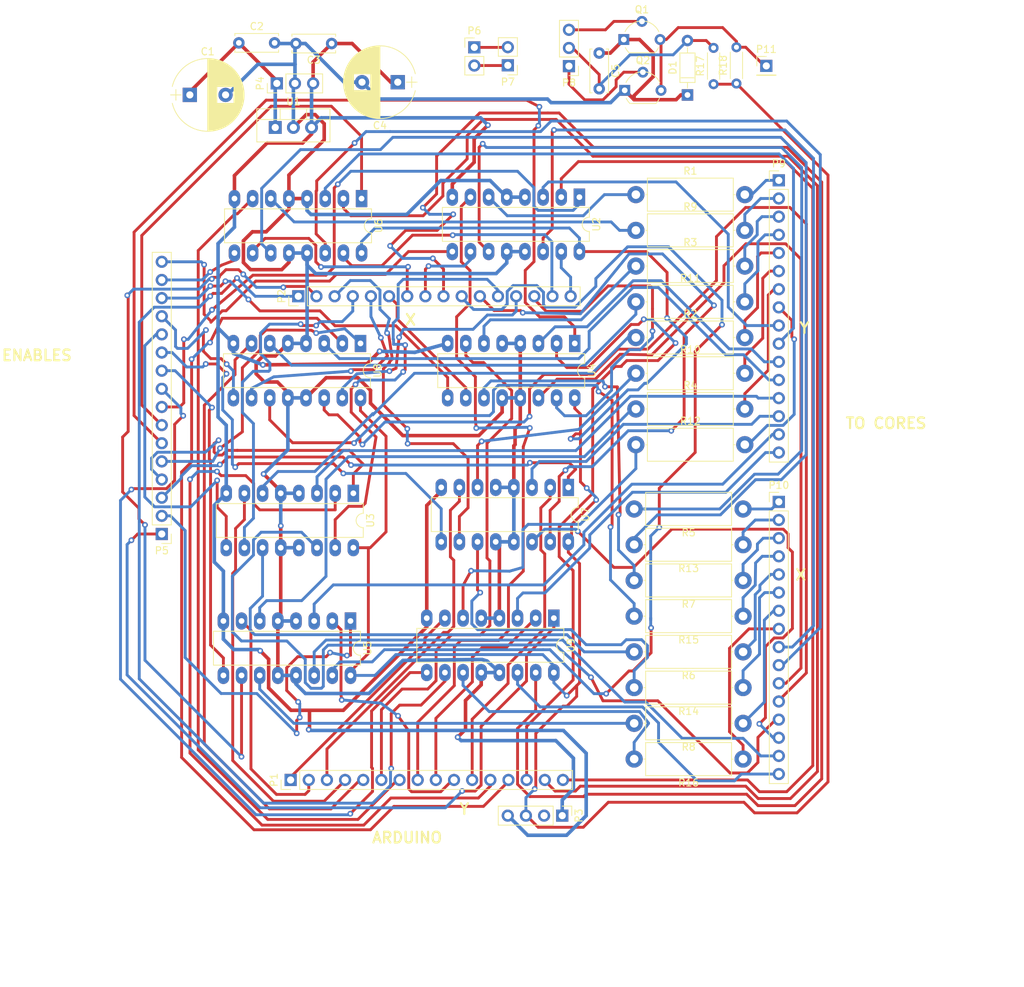
<source format=kicad_pcb>
(kicad_pcb (version 20170123) (host pcbnew "(2017-07-14 revision 22e95aa)-master")
  (layers (0 F.Cu signal) (31 B.Cu signal) (34 B.Paste user) (35 F.Paste user) (36 B.SilkS user) (37 F.SilkS user) (38 B.Mask user) (39 F.Mask user) (44 Edge.Cuts user))
  (net 0 "")
  (net 1 GND)
  (net 2 /+9V)
  (net 3 +5V)
  (net 4 "Net-(C5-Pad2)")
  (net 5 /LOW_Y0)
  (net 6 /LOW_Y1)
  (net 7 /LOW_Y2)
  (net 8 /LOW_Y3)
  (net 9 /LOW_Y4)
  (net 10 /LOW_Y5)
  (net 11 /LOW_Y6)
  (net 12 /LOW_Y7)
  (net 13 /HI_Y0)
  (net 14 /HI_Y1)
  (net 15 /HI_Y2)
  (net 16 /HI_Y3)
  (net 17 /HI_Y4)
  (net 18 /HI_Y5)
  (net 19 /HI_Y6)
  (net 20 /HI_Y7)
  (net 21 /HI_X7)
  (net 22 /HI_X6)
  (net 23 /HI_X5)
  (net 24 /HI_X4)
  (net 25 /HI_X3)
  (net 26 /HI_X2)
  (net 27 /HI_X1)
  (net 28 /HI_X0)
  (net 29 /LOW_X7)
  (net 30 /LOW_X6)
  (net 31 /LOW_X5)
  (net 32 /LOW_X4)
  (net 33 /LOW_X3)
  (net 34 /LOW_X2)
  (net 35 /LOW_X1)
  (net 36 /LOW_X0)
  (net 37 /LOGIC_PWR)
  (net 38 /EN_Y7)
  (net 39 /EN_Y6)
  (net 40 /EN_Y5)
  (net 41 /EN_Y4)
  (net 42 /EN_Y3)
  (net 43 /EN_Y2)
  (net 44 /EN_Y1)
  (net 45 /EN_Y0)
  (net 46 /EN_X7)
  (net 47 /EN_X6)
  (net 48 /EN_X5)
  (net 49 /EN_X4)
  (net 50 /EN_X3)
  (net 51 /EN_X2)
  (net 52 /EN_X1)
  (net 53 /EN_X0)
  (net 54 "Net-(P6-Pad1)")
  (net 55 "Net-(P6-Pad2)")
  (net 56 "Net-(P8-Pad3)")
  (net 57 "Net-(P8-Pad1)")
  (net 58 /IN_Y0)
  (net 59 /IN_Y1)
  (net 60 /IN_Y2)
  (net 61 /IN_Y3)
  (net 62 /IN_Y4)
  (net 63 /IN_Y5)
  (net 64 /IN_Y6)
  (net 65 /IN_Y7)
  (net 66 /OUT_Y0)
  (net 67 /OUT_Y1)
  (net 68 /OUT_Y2)
  (net 69 /OUT_Y3)
  (net 70 /OUT_Y4)
  (net 71 /OUT_Y5)
  (net 72 /OUT_Y6)
  (net 73 /OUT_Y7)
  (net 74 /OUT_X7)
  (net 75 /OUT_X6)
  (net 76 /OUT_X5)
  (net 77 /OUT_X4)
  (net 78 /OUT_X3)
  (net 79 /OUT_X2)
  (net 80 /OUT_X1)
  (net 81 /OUT_X0)
  (net 82 /IN_X7)
  (net 83 /IN_X6)
  (net 84 /IN_X5)
  (net 85 /IN_X4)
  (net 86 /IN_X3)
  (net 87 /IN_X2)
  (net 88 /IN_X1)
  (net 89 /IN_X0)
  (net 90 "Net-(P11-Pad1)")
  (net 91 "Net-(R1-Pad1)")
  (net 92 "Net-(R2-Pad1)")
  (net 93 "Net-(R3-Pad1)")
  (net 94 "Net-(R4-Pad1)")
  (net 95 "Net-(R5-Pad2)")
  (net 96 "Net-(R6-Pad2)")
  (net 97 "Net-(R7-Pad2)")
  (net 98 "Net-(R8-Pad2)")
  (net 99 "Net-(R9-Pad1)")
  (net 100 "Net-(R10-Pad1)")
  (net 101 "Net-(R11-Pad1)")
  (net 102 "Net-(R12-Pad1)")
  (net 103 "Net-(R13-Pad2)")
  (net 104 "Net-(R14-Pad2)")
  (net 105 "Net-(R15-Pad2)")
  (net 106 "Net-(R16-Pad2)")
  (module Capacitors_ThroughHole:CP_Radial_D10.0mm_P5.00mm (layer F.Cu) (at 125.6 58.04)
    (fp_text reference C1 (at 2.5 -6.06) (layer F.SilkS))
    (fp_text value 10U)
    (pad 2 thru_hole circle (at 5 0) (size 2 2) (drill 1) (layers *.Cu *.Mask) (net 1 GND))
    (pad 1 thru_hole rect (at 0 0) (size 2 2) (drill 1) (layers *.Cu *.Mask) (net 2 /+9V))
  )
  (module Capacitors_ThroughHole:C_Disc_D6.0mm_W2.5mm_P5.00mm (layer F.Cu) (at 132.46 50.76)
    (fp_text reference C2 (at 2.5 -2.31) (layer F.SilkS))
    (fp_text value 100N)
    (pad 2 thru_hole circle (at 5 0) (size 1.6 1.6) (drill 0.8) (layers *.Cu *.Mask) (net 1 GND))
    (pad 1 thru_hole circle (at 0 0) (size 1.6 1.6) (drill 0.8) (layers *.Cu *.Mask) (net 2 /+9V))
  )
  (module Capacitors_ThroughHole:C_Disc_D6.0mm_W2.5mm_P5.00mm (layer F.Cu) (at 145.44 50.85 180)
    (fp_text reference C3 (at 2.5 -2.31 180) (layer F.SilkS))
    (fp_text value 100N)
    (pad 1 thru_hole circle (at 0 0 180) (size 1.6 1.6) (drill 0.8) (layers *.Cu *.Mask) (net 3 +5V))
    (pad 2 thru_hole circle (at 5 0 180) (size 1.6 1.6) (drill 0.8) (layers *.Cu *.Mask) (net 1 GND))
  )
  (module Capacitors_ThroughHole:CP_Radial_D10.0mm_P5.00mm (layer F.Cu) (at 154.69 56.26 180)
    (fp_text reference C4 (at 2.5 -6.06 180) (layer F.SilkS))
    (fp_text value 10U)
    (pad 1 thru_hole rect (at 0 0 180) (size 2 2) (drill 1) (layers *.Cu *.Mask) (net 3 +5V))
    (pad 2 thru_hole circle (at 5 0 180) (size 2 2) (drill 1) (layers *.Cu *.Mask) (net 1 GND))
  )
  (module Capacitors_ThroughHole:C_Disc_D6.0mm_W2.5mm_P5.00mm (layer F.Cu) (at 182.87 52.18 270)
    (fp_text reference C5 (at 2.5 -2.31 270) (layer F.SilkS))
    (fp_text value 100N)
    (pad 2 thru_hole circle (at 5 0 270) (size 1.6 1.6) (drill 0.8) (layers *.Cu *.Mask) (net 4 "Net-(C5-Pad2)"))
    (pad 1 thru_hole circle (at 0 0 270) (size 1.6 1.6) (drill 0.8) (layers *.Cu *.Mask) (net 1 GND))
  )
  (module Diodes_THT:D_DO-35_SOD27_P7.62mm_Horizontal (layer F.Cu) (at 195.22 58.05 90)
    (fp_text reference D1 (at 3.81 -2.06 90) (layer F.SilkS))
    (fp_text value 1N4148)
    (pad 2 thru_hole oval (at 7.62 0 90) (size 1.6 1.6) (drill 0.8) (layers *.Cu *.Mask) (net 4 "Net-(C5-Pad2)"))
    (pad 1 thru_hole rect (at 0 0 90) (size 1.6 1.6) (drill 0.8) (layers *.Cu *.Mask) (net 1 GND))
  )
  (module Pin_Headers:Pin_Header_Straight_1x16_Pitch2.54mm (layer F.Cu) (at 139.7 153.925 90)
    (fp_text reference P1 (at 0 -2.33 90) (layer F.SilkS))
    (fp_text value CONN_01X16)
    (pad 16 thru_hole oval (at 0 38.1 90) (size 1.7 1.7) (drill 1) (layers *.Cu *.Mask) (net 5 /LOW_Y0))
    (pad 15 thru_hole oval (at 0 35.56 90) (size 1.7 1.7) (drill 1) (layers *.Cu *.Mask) (net 6 /LOW_Y1))
    (pad 14 thru_hole oval (at 0 33.02 90) (size 1.7 1.7) (drill 1) (layers *.Cu *.Mask) (net 7 /LOW_Y2))
    (pad 13 thru_hole oval (at 0 30.48 90) (size 1.7 1.7) (drill 1) (layers *.Cu *.Mask) (net 8 /LOW_Y3))
    (pad 12 thru_hole oval (at 0 27.94 90) (size 1.7 1.7) (drill 1) (layers *.Cu *.Mask) (net 9 /LOW_Y4))
    (pad 11 thru_hole oval (at 0 25.4 90) (size 1.7 1.7) (drill 1) (layers *.Cu *.Mask) (net 10 /LOW_Y5))
    (pad 10 thru_hole oval (at 0 22.86 90) (size 1.7 1.7) (drill 1) (layers *.Cu *.Mask) (net 11 /LOW_Y6))
    (pad 9 thru_hole oval (at 0 20.32 90) (size 1.7 1.7) (drill 1) (layers *.Cu *.Mask) (net 12 /LOW_Y7))
    (pad 8 thru_hole oval (at 0 17.78 90) (size 1.7 1.7) (drill 1) (layers *.Cu *.Mask) (net 13 /HI_Y0))
    (pad 7 thru_hole oval (at 0 15.24 90) (size 1.7 1.7) (drill 1) (layers *.Cu *.Mask) (net 14 /HI_Y1))
    (pad 6 thru_hole oval (at 0 12.7 90) (size 1.7 1.7) (drill 1) (layers *.Cu *.Mask) (net 15 /HI_Y2))
    (pad 5 thru_hole oval (at 0 10.16 90) (size 1.7 1.7) (drill 1) (layers *.Cu *.Mask) (net 16 /HI_Y3))
    (pad 4 thru_hole oval (at 0 7.62 90) (size 1.7 1.7) (drill 1) (layers *.Cu *.Mask) (net 17 /HI_Y4))
    (pad 3 thru_hole oval (at 0 5.08 90) (size 1.7 1.7) (drill 1) (layers *.Cu *.Mask) (net 18 /HI_Y5))
    (pad 2 thru_hole oval (at 0 2.54 90) (size 1.7 1.7) (drill 1) (layers *.Cu *.Mask) (net 19 /HI_Y6))
    (pad 1 thru_hole rect (at 0 0 90) (size 1.7 1.7) (drill 1) (layers *.Cu *.Mask) (net 20 /HI_Y7))
  )
  (module Pin_Headers:Pin_Header_Straight_1x16_Pitch2.54mm (layer F.Cu) (at 140.775 86.225 90)
    (fp_text reference P2 (at 0 -2.33 90) (layer F.SilkS))
    (fp_text value CONN_01X16)
    (pad 1 thru_hole rect (at 0 0 90) (size 1.7 1.7) (drill 1) (layers *.Cu *.Mask) (net 21 /HI_X7))
    (pad 2 thru_hole oval (at 0 2.54 90) (size 1.7 1.7) (drill 1) (layers *.Cu *.Mask) (net 22 /HI_X6))
    (pad 3 thru_hole oval (at 0 5.08 90) (size 1.7 1.7) (drill 1) (layers *.Cu *.Mask) (net 23 /HI_X5))
    (pad 4 thru_hole oval (at 0 7.62 90) (size 1.7 1.7) (drill 1) (layers *.Cu *.Mask) (net 24 /HI_X4))
    (pad 5 thru_hole oval (at 0 10.16 90) (size 1.7 1.7) (drill 1) (layers *.Cu *.Mask) (net 25 /HI_X3))
    (pad 6 thru_hole oval (at 0 12.7 90) (size 1.7 1.7) (drill 1) (layers *.Cu *.Mask) (net 26 /HI_X2))
    (pad 7 thru_hole oval (at 0 15.24 90) (size 1.7 1.7) (drill 1) (layers *.Cu *.Mask) (net 27 /HI_X1))
    (pad 8 thru_hole oval (at 0 17.78 90) (size 1.7 1.7) (drill 1) (layers *.Cu *.Mask) (net 28 /HI_X0))
    (pad 9 thru_hole oval (at 0 20.32 90) (size 1.7 1.7) (drill 1) (layers *.Cu *.Mask) (net 29 /LOW_X7))
    (pad 10 thru_hole oval (at 0 22.86 90) (size 1.7 1.7) (drill 1) (layers *.Cu *.Mask) (net 30 /LOW_X6))
    (pad 11 thru_hole oval (at 0 25.4 90) (size 1.7 1.7) (drill 1) (layers *.Cu *.Mask) (net 31 /LOW_X5))
    (pad 12 thru_hole oval (at 0 27.94 90) (size 1.7 1.7) (drill 1) (layers *.Cu *.Mask) (net 32 /LOW_X4))
    (pad 13 thru_hole oval (at 0 30.48 90) (size 1.7 1.7) (drill 1) (layers *.Cu *.Mask) (net 33 /LOW_X3))
    (pad 14 thru_hole oval (at 0 33.02 90) (size 1.7 1.7) (drill 1) (layers *.Cu *.Mask) (net 34 /LOW_X2))
    (pad 15 thru_hole oval (at 0 35.56 90) (size 1.7 1.7) (drill 1) (layers *.Cu *.Mask) (net 35 /LOW_X1))
    (pad 16 thru_hole oval (at 0 38.1 90) (size 1.7 1.7) (drill 1) (layers *.Cu *.Mask) (net 36 /LOW_X0))
  )
  (module Pin_Headers:Pin_Header_Straight_1x04_Pitch2.54mm (layer F.Cu) (at 177.7 158.92 270)
    (fp_text reference P3 (at 0 -2.33 270) (layer F.SilkS))
    (fp_text value CONN_01X04)
    (pad 1 thru_hole rect (at 0 0 270) (size 1.7 1.7) (drill 1) (layers *.Cu *.Mask) (net 1 GND))
    (pad 2 thru_hole oval (at 0 2.54 270) (size 1.7 1.7) (drill 1) (layers *.Cu *.Mask))
    (pad 3 thru_hole oval (at 0 5.08 270) (size 1.7 1.7) (drill 1) (layers *.Cu *.Mask) (net 37 /LOGIC_PWR))
    (pad 4 thru_hole oval (at 0 7.62 270) (size 1.7 1.7) (drill 1) (layers *.Cu *.Mask) (net 3 +5V))
  )
  (module Pin_Headers:Pin_Header_Straight_1x03_Pitch2.54mm (layer F.Cu) (at 137.77 56.43 90)
    (fp_text reference P4 (at 0 -2.33 90) (layer F.SilkS))
    (fp_text value CONN_01X03)
    (pad 1 thru_hole rect (at 0 0 90) (size 1.7 1.7) (drill 1) (layers *.Cu *.Mask) (net 2 /+9V))
    (pad 2 thru_hole oval (at 0 2.54 90) (size 1.7 1.7) (drill 1) (layers *.Cu *.Mask) (net 1 GND))
    (pad 3 thru_hole oval (at 0 5.08 90) (size 1.7 1.7) (drill 1) (layers *.Cu *.Mask) (net 3 +5V))
  )
  (module Pin_Headers:Pin_Header_Straight_1x16_Pitch2.54mm (layer F.Cu) (at 121.675 119.5 180)
    (fp_text reference P5 (at 0 -2.33 180) (layer F.SilkS))
    (fp_text value CONN_01X16)
    (pad 1 thru_hole rect (at 0 0 180) (size 1.7 1.7) (drill 1) (layers *.Cu *.Mask) (net 38 /EN_Y7))
    (pad 2 thru_hole oval (at 0 2.54 180) (size 1.7 1.7) (drill 1) (layers *.Cu *.Mask) (net 39 /EN_Y6))
    (pad 3 thru_hole oval (at 0 5.08 180) (size 1.7 1.7) (drill 1) (layers *.Cu *.Mask) (net 40 /EN_Y5))
    (pad 4 thru_hole oval (at 0 7.62 180) (size 1.7 1.7) (drill 1) (layers *.Cu *.Mask) (net 41 /EN_Y4))
    (pad 5 thru_hole oval (at 0 10.16 180) (size 1.7 1.7) (drill 1) (layers *.Cu *.Mask) (net 42 /EN_Y3))
    (pad 6 thru_hole oval (at 0 12.7 180) (size 1.7 1.7) (drill 1) (layers *.Cu *.Mask) (net 43 /EN_Y2))
    (pad 7 thru_hole oval (at 0 15.24 180) (size 1.7 1.7) (drill 1) (layers *.Cu *.Mask) (net 44 /EN_Y1))
    (pad 8 thru_hole oval (at 0 17.78 180) (size 1.7 1.7) (drill 1) (layers *.Cu *.Mask) (net 45 /EN_Y0))
    (pad 9 thru_hole oval (at 0 20.32 180) (size 1.7 1.7) (drill 1) (layers *.Cu *.Mask) (net 46 /EN_X7))
    (pad 10 thru_hole oval (at 0 22.86 180) (size 1.7 1.7) (drill 1) (layers *.Cu *.Mask) (net 47 /EN_X6))
    (pad 11 thru_hole oval (at 0 25.4 180) (size 1.7 1.7) (drill 1) (layers *.Cu *.Mask) (net 48 /EN_X5))
    (pad 12 thru_hole oval (at 0 27.94 180) (size 1.7 1.7) (drill 1) (layers *.Cu *.Mask) (net 49 /EN_X4))
    (pad 13 thru_hole oval (at 0 30.48 180) (size 1.7 1.7) (drill 1) (layers *.Cu *.Mask) (net 50 /EN_X3))
    (pad 14 thru_hole oval (at 0 33.02 180) (size 1.7 1.7) (drill 1) (layers *.Cu *.Mask) (net 51 /EN_X2))
    (pad 15 thru_hole oval (at 0 35.56 180) (size 1.7 1.7) (drill 1) (layers *.Cu *.Mask) (net 52 /EN_X1))
    (pad 16 thru_hole oval (at 0 38.1 180) (size 1.7 1.7) (drill 1) (layers *.Cu *.Mask) (net 53 /EN_X0))
  )
  (module Pin_Headers:Pin_Header_Straight_1x02_Pitch2.54mm (layer F.Cu) (at 165.4 51.39)
    (fp_text reference P6 (at 0 -2.33) (layer F.SilkS))
    (fp_text value CONN_01X02)
    (pad 1 thru_hole rect (at 0 0) (size 1.7 1.7) (drill 1) (layers *.Cu *.Mask) (net 54 "Net-(P6-Pad1)"))
    (pad 2 thru_hole oval (at 0 2.54) (size 1.7 1.7) (drill 1) (layers *.Cu *.Mask) (net 55 "Net-(P6-Pad2)"))
  )
  (module Pin_Headers:Pin_Header_Straight_1x02_Pitch2.54mm (layer F.Cu) (at 170.09 53.9 180)
    (fp_text reference P7 (at 0 -2.33 180) (layer F.SilkS))
    (fp_text value CONN_01X02)
    (pad 2 thru_hole oval (at 0 2.54 180) (size 1.7 1.7) (drill 1) (layers *.Cu *.Mask) (net 54 "Net-(P6-Pad1)"))
    (pad 1 thru_hole rect (at 0 0 180) (size 1.7 1.7) (drill 1) (layers *.Cu *.Mask) (net 55 "Net-(P6-Pad2)"))
  )
  (module Pin_Headers:Pin_Header_Straight_1x03_Pitch2.54mm (layer F.Cu) (at 178.64 54.01 180)
    (fp_text reference P8 (at 0 -2.33 180) (layer F.SilkS))
    (fp_text value CONN_01X03)
    (pad 3 thru_hole oval (at 0 5.08 180) (size 1.7 1.7) (drill 1) (layers *.Cu *.Mask) (net 56 "Net-(P8-Pad3)"))
    (pad 2 thru_hole oval (at 0 2.54 180) (size 1.7 1.7) (drill 1) (layers *.Cu *.Mask) (net 4 "Net-(C5-Pad2)"))
    (pad 1 thru_hole rect (at 0 0 180) (size 1.7 1.7) (drill 1) (layers *.Cu *.Mask) (net 57 "Net-(P8-Pad1)"))
  )
  (module Pin_Headers:Pin_Header_Straight_1x16_Pitch2.54mm (layer F.Cu) (at 208 70)
    (fp_text reference P9 (at 0 -2.33) (layer F.SilkS))
    (fp_text value CONN_01X16)
    (pad 1 thru_hole rect (at 0 0) (size 1.7 1.7) (drill 1) (layers *.Cu *.Mask) (net 58 /IN_Y0))
    (pad 2 thru_hole oval (at 0 2.54) (size 1.7 1.7) (drill 1) (layers *.Cu *.Mask) (net 59 /IN_Y1))
    (pad 3 thru_hole oval (at 0 5.08) (size 1.7 1.7) (drill 1) (layers *.Cu *.Mask) (net 60 /IN_Y2))
    (pad 4 thru_hole oval (at 0 7.62) (size 1.7 1.7) (drill 1) (layers *.Cu *.Mask) (net 61 /IN_Y3))
    (pad 5 thru_hole oval (at 0 10.16) (size 1.7 1.7) (drill 1) (layers *.Cu *.Mask) (net 62 /IN_Y4))
    (pad 6 thru_hole oval (at 0 12.7) (size 1.7 1.7) (drill 1) (layers *.Cu *.Mask) (net 63 /IN_Y5))
    (pad 7 thru_hole oval (at 0 15.24) (size 1.7 1.7) (drill 1) (layers *.Cu *.Mask) (net 64 /IN_Y6))
    (pad 8 thru_hole oval (at 0 17.78) (size 1.7 1.7) (drill 1) (layers *.Cu *.Mask) (net 65 /IN_Y7))
    (pad 9 thru_hole oval (at 0 20.32) (size 1.7 1.7) (drill 1) (layers *.Cu *.Mask) (net 66 /OUT_Y0))
    (pad 10 thru_hole oval (at 0 22.86) (size 1.7 1.7) (drill 1) (layers *.Cu *.Mask) (net 67 /OUT_Y1))
    (pad 11 thru_hole oval (at 0 25.4) (size 1.7 1.7) (drill 1) (layers *.Cu *.Mask) (net 68 /OUT_Y2))
    (pad 12 thru_hole oval (at 0 27.94) (size 1.7 1.7) (drill 1) (layers *.Cu *.Mask) (net 69 /OUT_Y3))
    (pad 13 thru_hole oval (at 0 30.48) (size 1.7 1.7) (drill 1) (layers *.Cu *.Mask) (net 70 /OUT_Y4))
    (pad 14 thru_hole oval (at 0 33.02) (size 1.7 1.7) (drill 1) (layers *.Cu *.Mask) (net 71 /OUT_Y5))
    (pad 15 thru_hole oval (at 0 35.56) (size 1.7 1.7) (drill 1) (layers *.Cu *.Mask) (net 72 /OUT_Y6))
    (pad 16 thru_hole oval (at 0 38.1) (size 1.7 1.7) (drill 1) (layers *.Cu *.Mask) (net 73 /OUT_Y7))
  )
  (module Pin_Headers:Pin_Header_Straight_1x16_Pitch2.54mm (layer F.Cu) (at 208 115)
    (fp_text reference P10 (at 0 -2.33) (layer F.SilkS))
    (fp_text value CONN_01X16)
    (pad 16 thru_hole oval (at 0 38.1) (size 1.7 1.7) (drill 1) (layers *.Cu *.Mask) (net 74 /OUT_X7))
    (pad 15 thru_hole oval (at 0 35.56) (size 1.7 1.7) (drill 1) (layers *.Cu *.Mask) (net 75 /OUT_X6))
    (pad 14 thru_hole oval (at 0 33.02) (size 1.7 1.7) (drill 1) (layers *.Cu *.Mask) (net 76 /OUT_X5))
    (pad 13 thru_hole oval (at 0 30.48) (size 1.7 1.7) (drill 1) (layers *.Cu *.Mask) (net 77 /OUT_X4))
    (pad 12 thru_hole oval (at 0 27.94) (size 1.7 1.7) (drill 1) (layers *.Cu *.Mask) (net 78 /OUT_X3))
    (pad 11 thru_hole oval (at 0 25.4) (size 1.7 1.7) (drill 1) (layers *.Cu *.Mask) (net 79 /OUT_X2))
    (pad 10 thru_hole oval (at 0 22.86) (size 1.7 1.7) (drill 1) (layers *.Cu *.Mask) (net 80 /OUT_X1))
    (pad 9 thru_hole oval (at 0 20.32) (size 1.7 1.7) (drill 1) (layers *.Cu *.Mask) (net 81 /OUT_X0))
    (pad 8 thru_hole oval (at 0 17.78) (size 1.7 1.7) (drill 1) (layers *.Cu *.Mask) (net 82 /IN_X7))
    (pad 7 thru_hole oval (at 0 15.24) (size 1.7 1.7) (drill 1) (layers *.Cu *.Mask) (net 83 /IN_X6))
    (pad 6 thru_hole oval (at 0 12.7) (size 1.7 1.7) (drill 1) (layers *.Cu *.Mask) (net 84 /IN_X5))
    (pad 5 thru_hole oval (at 0 10.16) (size 1.7 1.7) (drill 1) (layers *.Cu *.Mask) (net 85 /IN_X4))
    (pad 4 thru_hole oval (at 0 7.62) (size 1.7 1.7) (drill 1) (layers *.Cu *.Mask) (net 86 /IN_X3))
    (pad 3 thru_hole oval (at 0 5.08) (size 1.7 1.7) (drill 1) (layers *.Cu *.Mask) (net 87 /IN_X2))
    (pad 2 thru_hole oval (at 0 2.54) (size 1.7 1.7) (drill 1) (layers *.Cu *.Mask) (net 88 /IN_X1))
    (pad 1 thru_hole rect (at 0 0) (size 1.7 1.7) (drill 1) (layers *.Cu *.Mask) (net 89 /IN_X0))
  )
  (module Pin_Headers:Pin_Header_Straight_1x01_Pitch2.54mm (layer F.Cu) (at 206.25 53.98)
    (fp_text reference P11 (at 0 -2.33) (layer F.SilkS))
    (fp_text value SENSE_DATA)
    (pad 1 thru_hole rect (at 0 0) (size 1.7 1.7) (drill 1) (layers *.Cu *.Mask) (net 90 "Net-(P11-Pad1)"))
  )
  (module TO_SOT_Packages_THT:TO-92_Molded_Wide (layer F.Cu) (at 186.31 50.29)
    (fp_text reference Q1 (at 2.54 -4.19 180) (layer F.SilkS))
    (fp_text value 2n3904)
    (pad 1 thru_hole rect (at 0 0 90) (size 1.52 1.52) (drill 0.8) (layers *.Cu *.Mask) (net 1 GND))
    (pad 3 thru_hole circle (at 5.08 0 90) (size 1.52 1.52) (drill 0.8) (layers *.Cu *.Mask) (net 90 "Net-(P11-Pad1)"))
    (pad 2 thru_hole circle (at 2.54 -2.54 90) (size 1.52 1.52) (drill 0.8) (layers *.Cu *.Mask) (net 56 "Net-(P8-Pad3)"))
  )
  (module TO_SOT_Packages_THT:TO-92_Molded_Wide (layer F.Cu) (at 186.44 57.4)
    (fp_text reference Q2 (at 2.54 -4.19 180) (layer F.SilkS))
    (fp_text value 2n3904)
    (pad 2 thru_hole circle (at 2.54 -2.54 90) (size 1.52 1.52) (drill 0.8) (layers *.Cu *.Mask) (net 57 "Net-(P8-Pad1)"))
    (pad 3 thru_hole circle (at 5.08 0 90) (size 1.52 1.52) (drill 0.8) (layers *.Cu *.Mask) (net 90 "Net-(P11-Pad1)"))
    (pad 1 thru_hole rect (at 0 0 90) (size 1.52 1.52) (drill 0.8) (layers *.Cu *.Mask) (net 1 GND))
  )
  (module Resistors_ThroughHole:R_Axial_DIN0414_L11.9mm_D4.5mm_P15.24mm_Horizontal (layer F.Cu) (at 188 72)
    (fp_text reference R1 (at 7.62 -3.31) (layer F.SilkS))
    (fp_text value 10R)
    (pad 2 thru_hole oval (at 15.24 0) (size 2.4 2.4) (drill 1.2) (layers *.Cu *.Mask) (net 58 /IN_Y0))
    (pad 1 thru_hole circle (at 0 0) (size 2.4 2.4) (drill 1.2) (layers *.Cu *.Mask) (net 91 "Net-(R1-Pad1)"))
  )
  (module Resistors_ThroughHole:R_Axial_DIN0414_L11.9mm_D4.5mm_P15.24mm_Horizontal (layer F.Cu) (at 188 92)
    (fp_text reference R2 (at 7.62 -3.31) (layer F.SilkS))
    (fp_text value 10R)
    (pad 2 thru_hole oval (at 15.24 0) (size 2.4 2.4) (drill 1.2) (layers *.Cu *.Mask) (net 62 /IN_Y4))
    (pad 1 thru_hole circle (at 0 0) (size 2.4 2.4) (drill 1.2) (layers *.Cu *.Mask) (net 92 "Net-(R2-Pad1)"))
  )
  (module Resistors_ThroughHole:R_Axial_DIN0414_L11.9mm_D4.5mm_P15.24mm_Horizontal (layer F.Cu) (at 188 82)
    (fp_text reference R3 (at 7.62 -3.31) (layer F.SilkS))
    (fp_text value 10R)
    (pad 1 thru_hole circle (at 0 0) (size 2.4 2.4) (drill 1.2) (layers *.Cu *.Mask) (net 93 "Net-(R3-Pad1)"))
    (pad 2 thru_hole oval (at 15.24 0) (size 2.4 2.4) (drill 1.2) (layers *.Cu *.Mask) (net 60 /IN_Y2))
  )
  (module Resistors_ThroughHole:R_Axial_DIN0414_L11.9mm_D4.5mm_P15.24mm_Horizontal (layer F.Cu) (at 188 102)
    (fp_text reference R4 (at 7.62 -3.31) (layer F.SilkS))
    (fp_text value 10R)
    (pad 2 thru_hole oval (at 15.24 0) (size 2.4 2.4) (drill 1.2) (layers *.Cu *.Mask) (net 64 /IN_Y6))
    (pad 1 thru_hole circle (at 0 0) (size 2.4 2.4) (drill 1.2) (layers *.Cu *.Mask) (net 94 "Net-(R4-Pad1)"))
  )
  (module Resistors_ThroughHole:R_Axial_DIN0414_L11.9mm_D4.5mm_P15.24mm_Horizontal (layer F.Cu) (at 203 116 180)
    (fp_text reference R5 (at 7.62 -3.31 180) (layer F.SilkS))
    (fp_text value 10R)
    (pad 1 thru_hole circle (at 0 0 180) (size 2.4 2.4) (drill 1.2) (layers *.Cu *.Mask) (net 89 /IN_X0))
    (pad 2 thru_hole oval (at 15.24 0 180) (size 2.4 2.4) (drill 1.2) (layers *.Cu *.Mask) (net 95 "Net-(R5-Pad2)"))
  )
  (module Resistors_ThroughHole:R_Axial_DIN0414_L11.9mm_D4.5mm_P15.24mm_Horizontal (layer F.Cu) (at 203 136 180)
    (fp_text reference R6 (at 7.62 -3.31 180) (layer F.SilkS))
    (fp_text value 10R)
    (pad 1 thru_hole circle (at 0 0 180) (size 2.4 2.4) (drill 1.2) (layers *.Cu *.Mask) (net 85 /IN_X4))
    (pad 2 thru_hole oval (at 15.24 0 180) (size 2.4 2.4) (drill 1.2) (layers *.Cu *.Mask) (net 96 "Net-(R6-Pad2)"))
  )
  (module Resistors_ThroughHole:R_Axial_DIN0414_L11.9mm_D4.5mm_P15.24mm_Horizontal (layer F.Cu) (at 203 126 180)
    (fp_text reference R7 (at 7.62 -3.31 180) (layer F.SilkS))
    (fp_text value 10R)
    (pad 2 thru_hole oval (at 15.24 0 180) (size 2.4 2.4) (drill 1.2) (layers *.Cu *.Mask) (net 97 "Net-(R7-Pad2)"))
    (pad 1 thru_hole circle (at 0 0 180) (size 2.4 2.4) (drill 1.2) (layers *.Cu *.Mask) (net 87 /IN_X2))
  )
  (module Resistors_ThroughHole:R_Axial_DIN0414_L11.9mm_D4.5mm_P15.24mm_Horizontal (layer F.Cu) (at 203 146 180)
    (fp_text reference R8 (at 7.62 -3.31 180) (layer F.SilkS))
    (fp_text value 10R)
    (pad 1 thru_hole circle (at 0 0 180) (size 2.4 2.4) (drill 1.2) (layers *.Cu *.Mask) (net 83 /IN_X6))
    (pad 2 thru_hole oval (at 15.24 0 180) (size 2.4 2.4) (drill 1.2) (layers *.Cu *.Mask) (net 98 "Net-(R8-Pad2)"))
  )
  (module Resistors_ThroughHole:R_Axial_DIN0414_L11.9mm_D4.5mm_P15.24mm_Horizontal (layer F.Cu) (at 188 77)
    (fp_text reference R9 (at 7.62 -3.31) (layer F.SilkS))
    (fp_text value 10R)
    (pad 1 thru_hole circle (at 0 0) (size 2.4 2.4) (drill 1.2) (layers *.Cu *.Mask) (net 99 "Net-(R9-Pad1)"))
    (pad 2 thru_hole oval (at 15.24 0) (size 2.4 2.4) (drill 1.2) (layers *.Cu *.Mask) (net 59 /IN_Y1))
  )
  (module Resistors_ThroughHole:R_Axial_DIN0414_L11.9mm_D4.5mm_P15.24mm_Horizontal (layer F.Cu) (at 188 97)
    (fp_text reference R10 (at 7.62 -3.31) (layer F.SilkS))
    (fp_text value 10R)
    (pad 2 thru_hole oval (at 15.24 0) (size 2.4 2.4) (drill 1.2) (layers *.Cu *.Mask) (net 63 /IN_Y5))
    (pad 1 thru_hole circle (at 0 0) (size 2.4 2.4) (drill 1.2) (layers *.Cu *.Mask) (net 100 "Net-(R10-Pad1)"))
  )
  (module Resistors_ThroughHole:R_Axial_DIN0414_L11.9mm_D4.5mm_P15.24mm_Horizontal (layer F.Cu) (at 188 87)
    (fp_text reference R11 (at 7.62 -3.31) (layer F.SilkS))
    (fp_text value 10R)
    (pad 1 thru_hole circle (at 0 0) (size 2.4 2.4) (drill 1.2) (layers *.Cu *.Mask) (net 101 "Net-(R11-Pad1)"))
    (pad 2 thru_hole oval (at 15.24 0) (size 2.4 2.4) (drill 1.2) (layers *.Cu *.Mask) (net 61 /IN_Y3))
  )
  (module Resistors_ThroughHole:R_Axial_DIN0414_L11.9mm_D4.5mm_P15.24mm_Horizontal (layer F.Cu) (at 188 107)
    (fp_text reference R12 (at 7.62 -3.31) (layer F.SilkS))
    (fp_text value 10R)
    (pad 2 thru_hole oval (at 15.24 0) (size 2.4 2.4) (drill 1.2) (layers *.Cu *.Mask) (net 65 /IN_Y7))
    (pad 1 thru_hole circle (at 0 0) (size 2.4 2.4) (drill 1.2) (layers *.Cu *.Mask) (net 102 "Net-(R12-Pad1)"))
  )
  (module Resistors_ThroughHole:R_Axial_DIN0414_L11.9mm_D4.5mm_P15.24mm_Horizontal (layer F.Cu) (at 203 121 180)
    (fp_text reference R13 (at 7.62 -3.31 180) (layer F.SilkS))
    (fp_text value 10R)
    (pad 2 thru_hole oval (at 15.24 0 180) (size 2.4 2.4) (drill 1.2) (layers *.Cu *.Mask) (net 103 "Net-(R13-Pad2)"))
    (pad 1 thru_hole circle (at 0 0 180) (size 2.4 2.4) (drill 1.2) (layers *.Cu *.Mask) (net 88 /IN_X1))
  )
  (module Resistors_ThroughHole:R_Axial_DIN0414_L11.9mm_D4.5mm_P15.24mm_Horizontal (layer F.Cu) (at 203 141 180)
    (fp_text reference R14 (at 7.62 -3.31 180) (layer F.SilkS))
    (fp_text value 10R)
    (pad 1 thru_hole circle (at 0 0 180) (size 2.4 2.4) (drill 1.2) (layers *.Cu *.Mask) (net 84 /IN_X5))
    (pad 2 thru_hole oval (at 15.24 0 180) (size 2.4 2.4) (drill 1.2) (layers *.Cu *.Mask) (net 104 "Net-(R14-Pad2)"))
  )
  (module Resistors_ThroughHole:R_Axial_DIN0414_L11.9mm_D4.5mm_P15.24mm_Horizontal (layer F.Cu) (at 203 131 180)
    (fp_text reference R15 (at 7.62 -3.31 180) (layer F.SilkS))
    (fp_text value 10R)
    (pad 2 thru_hole oval (at 15.24 0 180) (size 2.4 2.4) (drill 1.2) (layers *.Cu *.Mask) (net 105 "Net-(R15-Pad2)"))
    (pad 1 thru_hole circle (at 0 0 180) (size 2.4 2.4) (drill 1.2) (layers *.Cu *.Mask) (net 86 /IN_X3))
  )
  (module Resistors_ThroughHole:R_Axial_DIN0414_L11.9mm_D4.5mm_P15.24mm_Horizontal (layer F.Cu) (at 203 151 180)
    (fp_text reference R16 (at 7.62 -3.31 180) (layer F.SilkS))
    (fp_text value 10R)
    (pad 1 thru_hole circle (at 0 0 180) (size 2.4 2.4) (drill 1.2) (layers *.Cu *.Mask) (net 82 /IN_X7))
    (pad 2 thru_hole oval (at 15.24 0 180) (size 2.4 2.4) (drill 1.2) (layers *.Cu *.Mask) (net 106 "Net-(R16-Pad2)"))
  )
  (module Resistors_THT:R_Axial_DIN0204_L3.6mm_D1.6mm_P5.08mm_Horizontal (layer F.Cu) (at 198.87 56.54 90)
    (fp_text reference R17 (at 2.54 -1.86 90) (layer F.SilkS))
    (fp_text value 10K)
    (pad 1 thru_hole circle (at 0 0 90) (size 1.4 1.4) (drill 0.7) (layers *.Cu *.Mask) (net 37 /LOGIC_PWR))
    (pad 2 thru_hole oval (at 5.08 0 90) (size 1.4 1.4) (drill 0.7) (layers *.Cu *.Mask) (net 4 "Net-(C5-Pad2)"))
  )
  (module Resistors_THT:R_Axial_DIN0204_L3.6mm_D1.6mm_P5.08mm_Horizontal (layer F.Cu) (at 202.07 56.45 90)
    (fp_text reference R18 (at 2.54 -1.86 90) (layer F.SilkS))
    (fp_text value 10K)
    (pad 2 thru_hole oval (at 5.08 0 90) (size 1.4 1.4) (drill 0.7) (layers *.Cu *.Mask) (net 90 "Net-(P11-Pad1)"))
    (pad 1 thru_hole circle (at 0 0 90) (size 1.4 1.4) (drill 0.7) (layers *.Cu *.Mask) (net 37 /LOGIC_PWR))
  )
  (module TO_SOT_Packages_THT:TO-220_Vertical (layer F.Cu) (at 137.55 62.6)
    (fp_text reference U1 (at 2.54 -3.62) (layer F.SilkS))
    (fp_text value 7805)
    (pad 1 thru_hole rect (at 0 0) (size 1.8 1.8) (drill 1) (layers *.Cu *.Mask) (net 2 /+9V))
    (pad 2 thru_hole oval (at 2.54 0) (size 1.8 1.8) (drill 1) (layers *.Cu *.Mask) (net 1 GND))
    (pad 3 thru_hole oval (at 5.08 0) (size 1.8 1.8) (drill 1) (layers *.Cu *.Mask) (net 3 +5V))
  )
  (module Housings_DIP:DIP-16_W7.62mm_LongPads (layer F.Cu) (at 180.1 72.35 270)
    (fp_text reference U2 (at 3.81 -2.39 270) (layer F.SilkS))
    (fp_text value SN754410)
    (pad 1 thru_hole rect (at 0 0 270) (size 2.4 1.6) (drill 0.8) (layers *.Cu *.Mask) (net 45 /EN_Y0))
    (pad 9 thru_hole oval (at 7.62 17.78 270) (size 2.4 1.6) (drill 0.8) (layers *.Cu *.Mask) (net 53 /EN_X0))
    (pad 2 thru_hole oval (at 0 2.54 270) (size 2.4 1.6) (drill 0.8) (layers *.Cu *.Mask) (net 5 /LOW_Y0))
    (pad 10 thru_hole oval (at 7.62 15.24 270) (size 2.4 1.6) (drill 0.8) (layers *.Cu *.Mask) (net 28 /HI_X0))
    (pad 3 thru_hole oval (at 0 5.08 270) (size 2.4 1.6) (drill 0.8) (layers *.Cu *.Mask) (net 66 /OUT_Y0))
    (pad 11 thru_hole oval (at 7.62 12.7 270) (size 2.4 1.6) (drill 0.8) (layers *.Cu *.Mask) (net 95 "Net-(R5-Pad2)"))
    (pad 4 thru_hole oval (at 0 7.62 270) (size 2.4 1.6) (drill 0.8) (layers *.Cu *.Mask) (net 1 GND))
    (pad 12 thru_hole oval (at 7.62 10.16 270) (size 2.4 1.6) (drill 0.8) (layers *.Cu *.Mask) (net 1 GND))
    (pad 5 thru_hole oval (at 0 10.16 270) (size 2.4 1.6) (drill 0.8) (layers *.Cu *.Mask) (net 1 GND))
    (pad 13 thru_hole oval (at 7.62 7.62 270) (size 2.4 1.6) (drill 0.8) (layers *.Cu *.Mask) (net 1 GND))
    (pad 6 thru_hole oval (at 0 12.7 270) (size 2.4 1.6) (drill 0.8) (layers *.Cu *.Mask) (net 91 "Net-(R1-Pad1)"))
    (pad 14 thru_hole oval (at 7.62 5.08 270) (size 2.4 1.6) (drill 0.8) (layers *.Cu *.Mask) (net 81 /OUT_X0))
    (pad 7 thru_hole oval (at 0 15.24 270) (size 2.4 1.6) (drill 0.8) (layers *.Cu *.Mask) (net 13 /HI_Y0))
    (pad 15 thru_hole oval (at 7.62 2.54 270) (size 2.4 1.6) (drill 0.8) (layers *.Cu *.Mask) (net 36 /LOW_X0))
    (pad 8 thru_hole oval (at 0 17.78 270) (size 2.4 1.6) (drill 0.8) (layers *.Cu *.Mask) (net 3 +5V))
    (pad 16 thru_hole oval (at 7.62 0 270) (size 2.4 1.6) (drill 0.8) (layers *.Cu *.Mask) (net 37 /LOGIC_PWR))
  )
  (module Housings_DIP:DIP-16_W7.62mm_LongPads (layer F.Cu) (at 148.475 113.8 270)
    (fp_text reference U3 (at 3.81 -2.39 270) (layer F.SilkS))
    (fp_text value SN754410)
    (pad 16 thru_hole oval (at 7.62 0 270) (size 2.4 1.6) (drill 0.8) (layers *.Cu *.Mask) (net 37 /LOGIC_PWR))
    (pad 8 thru_hole oval (at 0 17.78 270) (size 2.4 1.6) (drill 0.8) (layers *.Cu *.Mask) (net 3 +5V))
    (pad 15 thru_hole oval (at 7.62 2.54 270) (size 2.4 1.6) (drill 0.8) (layers *.Cu *.Mask) (net 32 /LOW_X4))
    (pad 7 thru_hole oval (at 0 15.24 270) (size 2.4 1.6) (drill 0.8) (layers *.Cu *.Mask) (net 17 /HI_Y4))
    (pad 14 thru_hole oval (at 7.62 5.08 270) (size 2.4 1.6) (drill 0.8) (layers *.Cu *.Mask) (net 77 /OUT_X4))
    (pad 6 thru_hole oval (at 0 12.7 270) (size 2.4 1.6) (drill 0.8) (layers *.Cu *.Mask) (net 92 "Net-(R2-Pad1)"))
    (pad 13 thru_hole oval (at 7.62 7.62 270) (size 2.4 1.6) (drill 0.8) (layers *.Cu *.Mask) (net 1 GND))
    (pad 5 thru_hole oval (at 0 10.16 270) (size 2.4 1.6) (drill 0.8) (layers *.Cu *.Mask) (net 1 GND))
    (pad 12 thru_hole oval (at 7.62 10.16 270) (size 2.4 1.6) (drill 0.8) (layers *.Cu *.Mask) (net 1 GND))
    (pad 4 thru_hole oval (at 0 7.62 270) (size 2.4 1.6) (drill 0.8) (layers *.Cu *.Mask) (net 1 GND))
    (pad 11 thru_hole oval (at 7.62 12.7 270) (size 2.4 1.6) (drill 0.8) (layers *.Cu *.Mask) (net 96 "Net-(R6-Pad2)"))
    (pad 3 thru_hole oval (at 0 5.08 270) (size 2.4 1.6) (drill 0.8) (layers *.Cu *.Mask) (net 70 /OUT_Y4))
    (pad 10 thru_hole oval (at 7.62 15.24 270) (size 2.4 1.6) (drill 0.8) (layers *.Cu *.Mask) (net 24 /HI_X4))
    (pad 2 thru_hole oval (at 0 2.54 270) (size 2.4 1.6) (drill 0.8) (layers *.Cu *.Mask) (net 9 /LOW_Y4))
    (pad 9 thru_hole oval (at 7.62 17.78 270) (size 2.4 1.6) (drill 0.8) (layers *.Cu *.Mask) (net 49 /EN_X4))
    (pad 1 thru_hole rect (at 0 0 270) (size 2.4 1.6) (drill 0.8) (layers *.Cu *.Mask) (net 41 /EN_Y4))
  )
  (module Housings_DIP:DIP-16_W7.62mm_LongPads (layer F.Cu) (at 179.45 92.825 270)
    (fp_text reference U4 (at 3.81 -2.39 270) (layer F.SilkS))
    (fp_text value SN754410)
    (pad 1 thru_hole rect (at 0 0 270) (size 2.4 1.6) (drill 0.8) (layers *.Cu *.Mask) (net 43 /EN_Y2))
    (pad 9 thru_hole oval (at 7.62 17.78 270) (size 2.4 1.6) (drill 0.8) (layers *.Cu *.Mask) (net 51 /EN_X2))
    (pad 2 thru_hole oval (at 0 2.54 270) (size 2.4 1.6) (drill 0.8) (layers *.Cu *.Mask) (net 7 /LOW_Y2))
    (pad 10 thru_hole oval (at 7.62 15.24 270) (size 2.4 1.6) (drill 0.8) (layers *.Cu *.Mask) (net 26 /HI_X2))
    (pad 3 thru_hole oval (at 0 5.08 270) (size 2.4 1.6) (drill 0.8) (layers *.Cu *.Mask) (net 68 /OUT_Y2))
    (pad 11 thru_hole oval (at 7.62 12.7 270) (size 2.4 1.6) (drill 0.8) (layers *.Cu *.Mask) (net 97 "Net-(R7-Pad2)"))
    (pad 4 thru_hole oval (at 0 7.62 270) (size 2.4 1.6) (drill 0.8) (layers *.Cu *.Mask) (net 1 GND))
    (pad 12 thru_hole oval (at 7.62 10.16 270) (size 2.4 1.6) (drill 0.8) (layers *.Cu *.Mask) (net 1 GND))
    (pad 5 thru_hole oval (at 0 10.16 270) (size 2.4 1.6) (drill 0.8) (layers *.Cu *.Mask) (net 1 GND))
    (pad 13 thru_hole oval (at 7.62 7.62 270) (size 2.4 1.6) (drill 0.8) (layers *.Cu *.Mask) (net 1 GND))
    (pad 6 thru_hole oval (at 0 12.7 270) (size 2.4 1.6) (drill 0.8) (layers *.Cu *.Mask) (net 93 "Net-(R3-Pad1)"))
    (pad 14 thru_hole oval (at 7.62 5.08 270) (size 2.4 1.6) (drill 0.8) (layers *.Cu *.Mask) (net 79 /OUT_X2))
    (pad 7 thru_hole oval (at 0 15.24 270) (size 2.4 1.6) (drill 0.8) (layers *.Cu *.Mask) (net 15 /HI_Y2))
    (pad 15 thru_hole oval (at 7.62 2.54 270) (size 2.4 1.6) (drill 0.8) (layers *.Cu *.Mask) (net 34 /LOW_X2))
    (pad 8 thru_hole oval (at 0 17.78 270) (size 2.4 1.6) (drill 0.8) (layers *.Cu *.Mask) (net 3 +5V))
    (pad 16 thru_hole oval (at 7.62 0 270) (size 2.4 1.6) (drill 0.8) (layers *.Cu *.Mask) (net 37 /LOGIC_PWR))
  )
  (module Housings_DIP:DIP-16_W7.62mm_LongPads (layer F.Cu) (at 148.075 131.675 270)
    (fp_text reference U5 (at 3.81 -2.39 270) (layer F.SilkS))
    (fp_text value SN754410)
    (pad 1 thru_hole rect (at 0 0 270) (size 2.4 1.6) (drill 0.8) (layers *.Cu *.Mask) (net 39 /EN_Y6))
    (pad 9 thru_hole oval (at 7.62 17.78 270) (size 2.4 1.6) (drill 0.8) (layers *.Cu *.Mask) (net 47 /EN_X6))
    (pad 2 thru_hole oval (at 0 2.54 270) (size 2.4 1.6) (drill 0.8) (layers *.Cu *.Mask) (net 11 /LOW_Y6))
    (pad 10 thru_hole oval (at 7.62 15.24 270) (size 2.4 1.6) (drill 0.8) (layers *.Cu *.Mask) (net 22 /HI_X6))
    (pad 3 thru_hole oval (at 0 5.08 270) (size 2.4 1.6) (drill 0.8) (layers *.Cu *.Mask) (net 72 /OUT_Y6))
    (pad 11 thru_hole oval (at 7.62 12.7 270) (size 2.4 1.6) (drill 0.8) (layers *.Cu *.Mask) (net 98 "Net-(R8-Pad2)"))
    (pad 4 thru_hole oval (at 0 7.62 270) (size 2.4 1.6) (drill 0.8) (layers *.Cu *.Mask) (net 1 GND))
    (pad 12 thru_hole oval (at 7.62 10.16 270) (size 2.4 1.6) (drill 0.8) (layers *.Cu *.Mask) (net 1 GND))
    (pad 5 thru_hole oval (at 0 10.16 270) (size 2.4 1.6) (drill 0.8) (layers *.Cu *.Mask) (net 1 GND))
    (pad 13 thru_hole oval (at 7.62 7.62 270) (size 2.4 1.6) (drill 0.8) (layers *.Cu *.Mask) (net 1 GND))
    (pad 6 thru_hole oval (at 0 12.7 270) (size 2.4 1.6) (drill 0.8) (layers *.Cu *.Mask) (net 94 "Net-(R4-Pad1)"))
    (pad 14 thru_hole oval (at 7.62 5.08 270) (size 2.4 1.6) (drill 0.8) (layers *.Cu *.Mask) (net 75 /OUT_X6))
    (pad 7 thru_hole oval (at 0 15.24 270) (size 2.4 1.6) (drill 0.8) (layers *.Cu *.Mask) (net 19 /HI_Y6))
    (pad 15 thru_hole oval (at 7.62 2.54 270) (size 2.4 1.6) (drill 0.8) (layers *.Cu *.Mask) (net 30 /LOW_X6))
    (pad 8 thru_hole oval (at 0 17.78 270) (size 2.4 1.6) (drill 0.8) (layers *.Cu *.Mask) (net 3 +5V))
    (pad 16 thru_hole oval (at 7.62 0 270) (size 2.4 1.6) (drill 0.8) (layers *.Cu *.Mask) (net 37 /LOGIC_PWR))
  )
  (module Housings_DIP:DIP-16_W7.62mm_LongPads (layer F.Cu) (at 149.625 72.55 270)
    (fp_text reference U6 (at 3.81 -2.39 270) (layer F.SilkS))
    (fp_text value SN754410)
    (pad 16 thru_hole oval (at 7.62 0 270) (size 2.4 1.6) (drill 0.8) (layers *.Cu *.Mask) (net 37 /LOGIC_PWR))
    (pad 8 thru_hole oval (at 0 17.78 270) (size 2.4 1.6) (drill 0.8) (layers *.Cu *.Mask) (net 3 +5V))
    (pad 15 thru_hole oval (at 7.62 2.54 270) (size 2.4 1.6) (drill 0.8) (layers *.Cu *.Mask) (net 35 /LOW_X1))
    (pad 7 thru_hole oval (at 0 15.24 270) (size 2.4 1.6) (drill 0.8) (layers *.Cu *.Mask) (net 14 /HI_Y1))
    (pad 14 thru_hole oval (at 7.62 5.08 270) (size 2.4 1.6) (drill 0.8) (layers *.Cu *.Mask) (net 80 /OUT_X1))
    (pad 6 thru_hole oval (at 0 12.7 270) (size 2.4 1.6) (drill 0.8) (layers *.Cu *.Mask) (net 99 "Net-(R9-Pad1)"))
    (pad 13 thru_hole oval (at 7.62 7.62 270) (size 2.4 1.6) (drill 0.8) (layers *.Cu *.Mask) (net 1 GND))
    (pad 5 thru_hole oval (at 0 10.16 270) (size 2.4 1.6) (drill 0.8) (layers *.Cu *.Mask) (net 1 GND))
    (pad 12 thru_hole oval (at 7.62 10.16 270) (size 2.4 1.6) (drill 0.8) (layers *.Cu *.Mask) (net 1 GND))
    (pad 4 thru_hole oval (at 0 7.62 270) (size 2.4 1.6) (drill 0.8) (layers *.Cu *.Mask) (net 1 GND))
    (pad 11 thru_hole oval (at 7.62 12.7 270) (size 2.4 1.6) (drill 0.8) (layers *.Cu *.Mask) (net 103 "Net-(R13-Pad2)"))
    (pad 3 thru_hole oval (at 0 5.08 270) (size 2.4 1.6) (drill 0.8) (layers *.Cu *.Mask) (net 67 /OUT_Y1))
    (pad 10 thru_hole oval (at 7.62 15.24 270) (size 2.4 1.6) (drill 0.8) (layers *.Cu *.Mask) (net 27 /HI_X1))
    (pad 2 thru_hole oval (at 0 2.54 270) (size 2.4 1.6) (drill 0.8) (layers *.Cu *.Mask) (net 6 /LOW_Y1))
    (pad 9 thru_hole oval (at 7.62 17.78 270) (size 2.4 1.6) (drill 0.8) (layers *.Cu *.Mask) (net 52 /EN_X1))
    (pad 1 thru_hole rect (at 0 0 270) (size 2.4 1.6) (drill 0.8) (layers *.Cu *.Mask) (net 44 /EN_Y1))
  )
  (module Housings_DIP:DIP-16_W7.62mm_LongPads (layer F.Cu) (at 178.55 112.975 270)
    (fp_text reference U7 (at 3.81 -2.39 270) (layer F.SilkS))
    (fp_text value SN754410)
    (pad 1 thru_hole rect (at 0 0 270) (size 2.4 1.6) (drill 0.8) (layers *.Cu *.Mask) (net 40 /EN_Y5))
    (pad 9 thru_hole oval (at 7.62 17.78 270) (size 2.4 1.6) (drill 0.8) (layers *.Cu *.Mask) (net 48 /EN_X5))
    (pad 2 thru_hole oval (at 0 2.54 270) (size 2.4 1.6) (drill 0.8) (layers *.Cu *.Mask) (net 10 /LOW_Y5))
    (pad 10 thru_hole oval (at 7.62 15.24 270) (size 2.4 1.6) (drill 0.8) (layers *.Cu *.Mask) (net 23 /HI_X5))
    (pad 3 thru_hole oval (at 0 5.08 270) (size 2.4 1.6) (drill 0.8) (layers *.Cu *.Mask) (net 71 /OUT_Y5))
    (pad 11 thru_hole oval (at 7.62 12.7 270) (size 2.4 1.6) (drill 0.8) (layers *.Cu *.Mask) (net 104 "Net-(R14-Pad2)"))
    (pad 4 thru_hole oval (at 0 7.62 270) (size 2.4 1.6) (drill 0.8) (layers *.Cu *.Mask) (net 1 GND))
    (pad 12 thru_hole oval (at 7.62 10.16 270) (size 2.4 1.6) (drill 0.8) (layers *.Cu *.Mask) (net 1 GND))
    (pad 5 thru_hole oval (at 0 10.16 270) (size 2.4 1.6) (drill 0.8) (layers *.Cu *.Mask) (net 1 GND))
    (pad 13 thru_hole oval (at 7.62 7.62 270) (size 2.4 1.6) (drill 0.8) (layers *.Cu *.Mask) (net 1 GND))
    (pad 6 thru_hole oval (at 0 12.7 270) (size 2.4 1.6) (drill 0.8) (layers *.Cu *.Mask) (net 100 "Net-(R10-Pad1)"))
    (pad 14 thru_hole oval (at 7.62 5.08 270) (size 2.4 1.6) (drill 0.8) (layers *.Cu *.Mask) (net 76 /OUT_X5))
    (pad 7 thru_hole oval (at 0 15.24 270) (size 2.4 1.6) (drill 0.8) (layers *.Cu *.Mask) (net 18 /HI_Y5))
    (pad 15 thru_hole oval (at 7.62 2.54 270) (size 2.4 1.6) (drill 0.8) (layers *.Cu *.Mask) (net 31 /LOW_X5))
    (pad 8 thru_hole oval (at 0 17.78 270) (size 2.4 1.6) (drill 0.8) (layers *.Cu *.Mask) (net 3 +5V))
    (pad 16 thru_hole oval (at 7.62 0 270) (size 2.4 1.6) (drill 0.8) (layers *.Cu *.Mask) (net 37 /LOGIC_PWR))
  )
  (module Housings_DIP:DIP-16_W7.62mm_LongPads (layer F.Cu) (at 149.475 92.825 270)
    (fp_text reference U8 (at 3.81 -2.39 270) (layer F.SilkS))
    (fp_text value SN754410)
    (pad 16 thru_hole oval (at 7.62 0 270) (size 2.4 1.6) (drill 0.8) (layers *.Cu *.Mask) (net 37 /LOGIC_PWR))
    (pad 8 thru_hole oval (at 0 17.78 270) (size 2.4 1.6) (drill 0.8) (layers *.Cu *.Mask) (net 3 +5V))
    (pad 15 thru_hole oval (at 7.62 2.54 270) (size 2.4 1.6) (drill 0.8) (layers *.Cu *.Mask) (net 33 /LOW_X3))
    (pad 7 thru_hole oval (at 0 15.24 270) (size 2.4 1.6) (drill 0.8) (layers *.Cu *.Mask) (net 16 /HI_Y3))
    (pad 14 thru_hole oval (at 7.62 5.08 270) (size 2.4 1.6) (drill 0.8) (layers *.Cu *.Mask) (net 78 /OUT_X3))
    (pad 6 thru_hole oval (at 0 12.7 270) (size 2.4 1.6) (drill 0.8) (layers *.Cu *.Mask) (net 101 "Net-(R11-Pad1)"))
    (pad 13 thru_hole oval (at 7.62 7.62 270) (size 2.4 1.6) (drill 0.8) (layers *.Cu *.Mask) (net 1 GND))
    (pad 5 thru_hole oval (at 0 10.16 270) (size 2.4 1.6) (drill 0.8) (layers *.Cu *.Mask) (net 1 GND))
    (pad 12 thru_hole oval (at 7.62 10.16 270) (size 2.4 1.6) (drill 0.8) (layers *.Cu *.Mask) (net 1 GND))
    (pad 4 thru_hole oval (at 0 7.62 270) (size 2.4 1.6) (drill 0.8) (layers *.Cu *.Mask) (net 1 GND))
    (pad 11 thru_hole oval (at 7.62 12.7 270) (size 2.4 1.6) (drill 0.8) (layers *.Cu *.Mask) (net 105 "Net-(R15-Pad2)"))
    (pad 3 thru_hole oval (at 0 5.08 270) (size 2.4 1.6) (drill 0.8) (layers *.Cu *.Mask) (net 69 /OUT_Y3))
    (pad 10 thru_hole oval (at 7.62 15.24 270) (size 2.4 1.6) (drill 0.8) (layers *.Cu *.Mask) (net 25 /HI_X3))
    (pad 2 thru_hole oval (at 0 2.54 270) (size 2.4 1.6) (drill 0.8) (layers *.Cu *.Mask) (net 8 /LOW_Y3))
    (pad 9 thru_hole oval (at 7.62 17.78 270) (size 2.4 1.6) (drill 0.8) (layers *.Cu *.Mask) (net 50 /EN_X3))
    (pad 1 thru_hole rect (at 0 0 270) (size 2.4 1.6) (drill 0.8) (layers *.Cu *.Mask) (net 42 /EN_Y3))
  )
  (module Housings_DIP:DIP-16_W7.62mm_LongPads (layer F.Cu) (at 176.525 131.275 270)
    (fp_text reference U9 (at 3.81 -2.39 270) (layer F.SilkS))
    (fp_text value SN754410)
    (pad 16 thru_hole oval (at 7.62 0 270) (size 2.4 1.6) (drill 0.8) (layers *.Cu *.Mask) (net 37 /LOGIC_PWR))
    (pad 8 thru_hole oval (at 0 17.78 270) (size 2.4 1.6) (drill 0.8) (layers *.Cu *.Mask) (net 3 +5V))
    (pad 15 thru_hole oval (at 7.62 2.54 270) (size 2.4 1.6) (drill 0.8) (layers *.Cu *.Mask) (net 29 /LOW_X7))
    (pad 7 thru_hole oval (at 0 15.24 270) (size 2.4 1.6) (drill 0.8) (layers *.Cu *.Mask) (net 20 /HI_Y7))
    (pad 14 thru_hole oval (at 7.62 5.08 270) (size 2.4 1.6) (drill 0.8) (layers *.Cu *.Mask) (net 74 /OUT_X7))
    (pad 6 thru_hole oval (at 0 12.7 270) (size 2.4 1.6) (drill 0.8) (layers *.Cu *.Mask) (net 102 "Net-(R12-Pad1)"))
    (pad 13 thru_hole oval (at 7.62 7.62 270) (size 2.4 1.6) (drill 0.8) (layers *.Cu *.Mask) (net 1 GND))
    (pad 5 thru_hole oval (at 0 10.16 270) (size 2.4 1.6) (drill 0.8) (layers *.Cu *.Mask) (net 1 GND))
    (pad 12 thru_hole oval (at 7.62 10.16 270) (size 2.4 1.6) (drill 0.8) (layers *.Cu *.Mask) (net 1 GND))
    (pad 4 thru_hole oval (at 0 7.62 270) (size 2.4 1.6) (drill 0.8) (layers *.Cu *.Mask) (net 1 GND))
    (pad 11 thru_hole oval (at 7.62 12.7 270) (size 2.4 1.6) (drill 0.8) (layers *.Cu *.Mask) (net 106 "Net-(R16-Pad2)"))
    (pad 3 thru_hole oval (at 0 5.08 270) (size 2.4 1.6) (drill 0.8) (layers *.Cu *.Mask) (net 73 /OUT_Y7))
    (pad 10 thru_hole oval (at 7.62 15.24 270) (size 2.4 1.6) (drill 0.8) (layers *.Cu *.Mask) (net 21 /HI_X7))
    (pad 2 thru_hole oval (at 0 2.54 270) (size 2.4 1.6) (drill 0.8) (layers *.Cu *.Mask) (net 12 /LOW_Y7))
    (pad 9 thru_hole oval (at 7.62 17.78 270) (size 2.4 1.6) (drill 0.8) (layers *.Cu *.Mask) (net 46 /EN_X7))
    (pad 1 thru_hole rect (at 0 0 270) (size 2.4 1.6) (drill 0.8) (layers *.Cu *.Mask) (net 38 /EN_Y7))
  )
  (gr_text "ARDUINO\n" (at 156 162) (layer F.SilkS) (effects (font (size 1.5 1.5) (thickness 0.3))))
  (gr_text Y (at 164 158) (layer F.SilkS) (effects (font (size 1.5 1.5) (thickness 0.3))))
  (gr_text "X\n" (at 156.475 89.525) (layer F.SilkS) (effects (font (size 1.5 1.5) (thickness 0.3))))
  (gr_text ENABLES (at 104.2 94.5) (layer F.SilkS) (effects (font (size 1.5 1.5) (thickness 0.3))))
  (gr_text X (at 211.074 125.222) (layer F.SilkS) (effects (font (size 1.5 1.5) (thickness 0.3))))
  (gr_text Y (at 211.582 90.678) (layer F.SilkS) (effects (font (size 1.5 1.5) (thickness 0.3))))
  (gr_text "TO CORES" (at 223 104) (layer F.SilkS) (effects (font (size 1.5 1.5) (thickness 0.3))))
  (segment (start 168.905 131.275) (end 168.905 121.11) (width 0.5) (layer F.Cu) (net 1))
  (segment (start 168.905 121.11) (end 168.39 120.595) (width 0.5) (layer F.Cu) (net 1))
  (segment (start 186.44 57.4) (end 186.18 57.4) (width 0.5) (layer B.Cu) (net 1))
  (segment (start 186.18 57.4) (end 184.46 59.12) (width 0.5) (layer B.Cu) (net 1))
  (segment (start 152.05 58.62) (end 149.69 56.26) (width 0.5) (layer B.Cu) (net 1))
  (segment (start 175.64 58.62) (end 152.05 58.62) (width 0.5) (layer B.Cu) (net 1))
  (segment (start 176.14 59.12) (end 175.64 58.62) (width 0.5) (layer B.Cu) (net 1))
  (segment (start 184.46 59.12) (end 176.14 59.12) (width 0.5) (layer B.Cu) (net 1))
  (segment (start 186.31 50.29) (end 188.51 50.29) (width 0.5) (layer F.Cu) (net 1))
  (segment (start 187.75 58.15) (end 187.75 58.71) (width 0.5) (layer F.Cu) (net 1))
  (segment (start 190.42 55.48) (end 187.75 58.15) (width 0.5) (layer F.Cu) (net 1))
  (segment (start 190.42 52.2) (end 190.42 55.48) (width 0.5) (layer F.Cu) (net 1))
  (segment (start 188.51 50.29) (end 190.42 52.2) (width 0.5) (layer F.Cu) (net 1))
  (segment (start 195.22 58.05) (end 194.29 58.05) (width 0.5) (layer F.Cu) (net 1))
  (segment (start 194.29 58.05) (end 193.63 58.71) (width 0.5) (layer F.Cu) (net 1))
  (segment (start 193.63 58.71) (end 187.75 58.71) (width 0.5) (layer F.Cu) (net 1))
  (segment (start 187.75 58.71) (end 186.44 57.4) (width 0.5) (layer F.Cu) (net 1))
  (segment (start 182.87 52.18) (end 184.42 52.18) (width 0.5) (layer F.Cu) (net 1))
  (segment (start 184.42 52.18) (end 186.31 50.29) (width 0.5) (layer F.Cu) (net 1))
  (segment (start 130.6 58.04) (end 130.83 58.04) (width 0.5) (layer B.Cu) (net 1))
  (segment (start 130.83 58.04) (end 135.11 53.76) (width 0.5) (layer B.Cu) (net 1))
  (segment (start 135.11 53.76) (end 140.31 53.76) (width 0.5) (layer B.Cu) (net 1))
  (segment (start 140.31 56.43) (end 140.31 53.76) (width 0.5) (layer B.Cu) (net 1))
  (segment (start 140.31 53.76) (end 140.31 50.98) (width 0.5) (layer B.Cu) (net 1))
  (segment (start 140.31 50.98) (end 140.44 50.85) (width 0.5) (layer B.Cu) (net 1))
  (segment (start 149.69 56.26) (end 147.18 56.26) (width 0.5) (layer B.Cu) (net 1))
  (segment (start 141.77 50.85) (end 137.55 50.85) (width 0.5) (layer B.Cu) (net 1))
  (segment (start 147.18 56.26) (end 141.77 50.85) (width 0.5) (layer B.Cu) (net 1))
  (segment (start 137.55 50.85) (end 137.46 50.76) (width 0.5) (layer B.Cu) (net 1))
  (segment (start 176.8 148.42) (end 163.55 148.42) (width 0.5) (layer B.Cu) (net 1))
  (segment (start 177.7 156.74) (end 179.26 155.18) (width 0.5) (layer B.Cu) (net 1))
  (segment (start 179.26 155.18) (end 179.26 150.88) (width 0.5) (layer B.Cu) (net 1))
  (segment (start 179.26 150.88) (end 176.8 148.42) (width 0.5) (layer B.Cu) (net 1))
  (segment (start 177.7 158.92) (end 177.7 156.74) (width 0.5) (layer B.Cu) (net 1))
  (segment (start 166.365 140.605) (end 166.365 138.895) (width 0.5) (layer F.Cu) (net 1))
  (segment (start 164.17 142.8) (end 166.365 140.605) (width 0.5) (layer F.Cu) (net 1))
  (segment (start 164.17 146.84) (end 164.17 142.8) (width 0.5) (layer F.Cu) (net 1))
  (segment (start 163.07 147.94) (end 164.17 146.84) (width 0.5) (layer F.Cu) (net 1))
  (via (at 163.07 147.94) (size 0.8) (drill 0.4) (layers F.Cu B.Cu) (net 1))
  (segment (start 163.55 148.42) (end 163.07 147.94) (width 0.5) (layer B.Cu) (net 1))
  (segment (start 140.09 62.6) (end 140.09 56.65) (width 0.5) (layer B.Cu) (net 1))
  (segment (start 140.09 56.65) (end 140.31 56.43) (width 0.5) (layer B.Cu) (net 1))
  (segment (start 137.915 139.295) (end 137.915 131.675) (width 0.5) (layer F.Cu) (net 1))
  (segment (start 137.915 131.675) (end 138.315 131.275) (width 0.5) (layer F.Cu) (net 1))
  (segment (start 138.315 131.275) (end 138.315 121.42) (width 0.5) (layer F.Cu) (net 1))
  (segment (start 139.315 100.445) (end 139.315 107.71) (width 0.5) (layer B.Cu) (net 1))
  (segment (start 135.925 111.1) (end 138.315 113.49) (width 0.5) (layer F.Cu) (net 1))
  (via (at 135.925 111.1) (size 0.8) (drill 0.4) (layers F.Cu B.Cu) (net 1))
  (segment (start 139.315 107.71) (end 135.925 111.1) (width 0.5) (layer B.Cu) (net 1))
  (segment (start 138.315 113.49) (end 138.315 113.8) (width 0.5) (layer F.Cu) (net 1))
  (segment (start 138.315 113.8) (end 138.315 118.34) (width 0.5) (layer B.Cu) (net 1))
  (segment (start 138.315 118.36) (end 138.315 121.42) (width 0.5) (layer F.Cu) (net 1))
  (segment (start 138.325 118.35) (end 138.315 118.36) (width 0.5) (layer F.Cu) (net 1))
  (via (at 138.325 118.35) (size 0.8) (drill 0.4) (layers F.Cu B.Cu) (net 1))
  (segment (start 138.315 118.34) (end 138.325 118.35) (width 0.5) (layer B.Cu) (net 1))
  (segment (start 139.315 100.445) (end 139.315 99.69) (width 0.5) (layer F.Cu) (net 1))
  (segment (start 139.315 99.69) (end 137.85 98.225) (width 0.5) (layer F.Cu) (net 1))
  (segment (start 137.565 94.575) (end 139.315 92.825) (width 0.5) (layer F.Cu) (net 1))
  (segment (start 135.85 94.575) (end 137.565 94.575) (width 0.5) (layer F.Cu) (net 1))
  (segment (start 134.875 95.55) (end 135.85 94.575) (width 0.5) (layer F.Cu) (net 1))
  (segment (start 134.875 97.075) (end 134.875 95.55) (width 0.5) (layer F.Cu) (net 1))
  (segment (start 136.025 98.225) (end 134.875 97.075) (width 0.5) (layer F.Cu) (net 1))
  (segment (start 137.85 98.225) (end 136.025 98.225) (width 0.5) (layer F.Cu) (net 1))
  (segment (start 170.93 112.975) (end 170.93 107.155) (width 0.5) (layer F.Cu) (net 1))
  (segment (start 171.83 104.045) (end 171.83 100.445) (width 0.5) (layer F.Cu) (net 1))
  (segment (start 171.1 104.775) (end 171.83 104.045) (width 0.5) (layer F.Cu) (net 1))
  (segment (start 171.1 106.985) (end 171.1 104.775) (width 0.5) (layer F.Cu) (net 1))
  (segment (start 170.93 107.155) (end 171.1 106.985) (width 0.5) (layer F.Cu) (net 1))
  (segment (start 139.315 100.445) (end 139.315 100.09) (width 0.5) (layer F.Cu) (net 1))
  (segment (start 169.29 100.445) (end 169.29 102.46) (width 0.5) (layer F.Cu) (net 1))
  (segment (start 144.675 97.625) (end 141.855 100.445) (width 0.5) (layer F.Cu) (net 1))
  (segment (start 149.1 97.625) (end 144.675 97.625) (width 0.5) (layer F.Cu) (net 1))
  (segment (start 150.875 99.4) (end 149.1 97.625) (width 0.5) (layer F.Cu) (net 1))
  (segment (start 150.875 101.2) (end 150.875 99.4) (width 0.5) (layer F.Cu) (net 1))
  (segment (start 155.4 105.725) (end 150.875 101.2) (width 0.5) (layer F.Cu) (net 1))
  (segment (start 166.025 105.725) (end 155.4 105.725) (width 0.5) (layer F.Cu) (net 1))
  (segment (start 169.29 102.46) (end 166.025 105.725) (width 0.5) (layer F.Cu) (net 1))
  (segment (start 171.83 100.445) (end 171.83 92.825) (width 0.5) (layer F.Cu) (net 1))
  (segment (start 169.29 92.825) (end 171.83 92.825) (width 0.5) (layer B.Cu) (net 1))
  (segment (start 139.465 72.55) (end 139.465 74.01) (width 0.5) (layer F.Cu) (net 1))
  (segment (start 139.465 81.485) (end 139.465 80.17) (width 0.5) (layer F.Cu) (net 1))
  (segment (start 138.45 82.5) (end 139.465 81.485) (width 0.5) (layer F.Cu) (net 1))
  (segment (start 134.1 82.5) (end 138.45 82.5) (width 0.5) (layer F.Cu) (net 1))
  (segment (start 133.1 81.5) (end 134.1 82.5) (width 0.5) (layer F.Cu) (net 1))
  (segment (start 133.1 78.45) (end 133.1 81.5) (width 0.5) (layer F.Cu) (net 1))
  (segment (start 134.35 77.2) (end 133.1 78.45) (width 0.5) (layer F.Cu) (net 1))
  (segment (start 136.275 77.2) (end 134.35 77.2) (width 0.5) (layer F.Cu) (net 1))
  (segment (start 139.465 74.01) (end 136.275 77.2) (width 0.5) (layer F.Cu) (net 1))
  (segment (start 168.905 138.895) (end 168.905 138.805) (width 0.5) (layer B.Cu) (net 1))
  (segment (start 168.905 138.805) (end 167.175264 137.275698) (width 0.5) (layer B.Cu) (net 1))
  (segment (start 140.455 140.505) (end 141.775 141.825) (width 0.5) (layer B.Cu) (net 1))
  (segment (start 141.775 141.825) (end 150.65 141.825) (width 0.5) (layer B.Cu) (net 1))
  (segment (start 150.65 141.825) (end 155.41945 137.191103) (width 0.5) (layer B.Cu) (net 1))
  (segment (start 155.41945 137.191103) (end 166.466824 137.057045) (width 0.5) (layer B.Cu) (net 1))
  (segment (start 140.455 139.295) (end 140.455 140.505) (width 0.5) (layer B.Cu) (net 1))
  (segment (start 167.175264 137.275698) (end 166.466824 137.057045) (width 0.5) (layer B.Cu) (net 1))
  (segment (start 166.365 138.895) (end 168.905 138.895) (width 0.5) (layer B.Cu) (net 1))
  (segment (start 137.915 139.295) (end 140.455 139.295) (width 0.5) (layer B.Cu) (net 1))
  (segment (start 166.365 131.275) (end 168.905 131.275) (width 0.5) (layer B.Cu) (net 1))
  (segment (start 137.915 131.675) (end 140.455 131.675) (width 0.5) (layer B.Cu) (net 1))
  (segment (start 138.315 121.42) (end 140.855 121.42) (width 0.5) (layer B.Cu) (net 1))
  (segment (start 170.93 120.595) (end 168.39 120.595) (width 0.5) (layer B.Cu) (net 1))
  (segment (start 168.39 112.975) (end 170.93 112.975) (width 0.5) (layer B.Cu) (net 1))
  (segment (start 170.93 112.975) (end 170.93 120.595) (width 0.5) (layer B.Cu) (net 1))
  (segment (start 169.29 100.445) (end 171.83 100.445) (width 0.5) (layer B.Cu) (net 1))
  (segment (start 138.315 113.8) (end 140.855 113.8) (width 0.5) (layer B.Cu) (net 1))
  (segment (start 139.315 100.445) (end 141.855 100.445) (width 0.5) (layer B.Cu) (net 1))
  (segment (start 169.94 79.97) (end 172.48 79.97) (width 0.5) (layer B.Cu) (net 1))
  (segment (start 142.005 80.17) (end 142.005 81.855) (width 0.5) (layer B.Cu) (net 1))
  (segment (start 169.94 81.56) (end 169.94 79.97) (width 0.5) (layer B.Cu) (net 1))
  (segment (start 168.45 83.05) (end 169.94 81.56) (width 0.5) (layer B.Cu) (net 1))
  (segment (start 143.2 83.05) (end 168.45 83.05) (width 0.5) (layer B.Cu) (net 1))
  (segment (start 142.005 81.855) (end 143.2 83.05) (width 0.5) (layer B.Cu) (net 1))
  (segment (start 142.005 80.17) (end 142.005 92.675) (width 0.5) (layer B.Cu) (net 1))
  (segment (start 142.005 92.675) (end 141.855 92.825) (width 0.5) (layer B.Cu) (net 1))
  (segment (start 141.855 92.825) (end 139.315 92.825) (width 0.5) (layer B.Cu) (net 1))
  (segment (start 139.465 80.17) (end 142.005 80.17) (width 0.5) (layer B.Cu) (net 1))
  (segment (start 142.005 72.55) (end 142.005 74.23) (width 0.5) (layer B.Cu) (net 1))
  (segment (start 167.615 70.025) (end 169.94 72.35) (width 0.5) (layer B.Cu) (net 1))
  (segment (start 160.7 70.025) (end 167.615 70.025) (width 0.5) (layer B.Cu) (net 1))
  (segment (start 155.95 74.775) (end 160.7 70.025) (width 0.5) (layer B.Cu) (net 1))
  (segment (start 142.55 74.775) (end 155.95 74.775) (width 0.5) (layer B.Cu) (net 1))
  (segment (start 142.005 74.23) (end 142.55 74.775) (width 0.5) (layer B.Cu) (net 1))
  (segment (start 169.94 72.35) (end 172.48 72.35) (width 0.5) (layer B.Cu) (net 1))
  (segment (start 139.465 72.55) (end 139.465 69.26) (width 0.5) (layer F.Cu) (net 1))
  (segment (start 141.89 60.8) (end 140.09 62.6) (width 0.5) (layer F.Cu) (net 1))
  (segment (start 143.125 60.8) (end 141.89 60.8) (width 0.5) (layer F.Cu) (net 1))
  (segment (start 144.4 62.075) (end 143.125 60.8) (width 0.5) (layer F.Cu) (net 1))
  (segment (start 144.4 64.325) (end 144.4 62.075) (width 0.5) (layer F.Cu) (net 1))
  (segment (start 139.465 69.26) (end 144.4 64.325) (width 0.5) (layer F.Cu) (net 1))
  (segment (start 139.465 72.55) (end 142.005 72.55) (width 0.5) (layer F.Cu) (net 1))
  (segment (start 137.77 56.43) (end 137.77 56.07) (width 0.5) (layer F.Cu) (net 2))
  (segment (start 137.77 56.07) (end 132.46 50.76) (width 0.5) (layer F.Cu) (net 2))
  (segment (start 125.6 58.04) (end 125.6 57.62) (width 0.5) (layer F.Cu) (net 2))
  (segment (start 125.6 57.62) (end 132.46 50.76) (width 0.5) (layer F.Cu) (net 2))
  (segment (start 137.55 62.6) (end 137.55 56.65) (width 0.5) (layer B.Cu) (net 2))
  (segment (start 137.55 56.65) (end 137.77 56.43) (width 0.5) (layer B.Cu) (net 2))
  (segment (start 154.69 56.26) (end 153.72 56.26) (width 0.5) (layer F.Cu) (net 3))
  (segment (start 153.72 56.26) (end 148.31 50.85) (width 0.5) (layer F.Cu) (net 3))
  (segment (start 148.31 50.85) (end 145.44 50.85) (width 0.5) (layer F.Cu) (net 3))
  (segment (start 142.85 56.43) (end 142.85 53.44) (width 0.5) (layer F.Cu) (net 3))
  (segment (start 142.85 53.44) (end 145.44 50.85) (width 0.5) (layer F.Cu) (net 3))
  (segment (start 177.855 146.995) (end 142.345 146.995) (width 0.5) (layer B.Cu) (net 3))
  (segment (start 142.34 146.77) (end 142.34 144.48) (width 0.5) (layer F.Cu) (net 3))
  (segment (start 142.23 146.88) (end 142.34 146.77) (width 0.5) (layer F.Cu) (net 3))
  (via (at 142.23 146.88) (size 0.8) (drill 0.4) (layers F.Cu B.Cu) (net 3))
  (segment (start 142.345 146.995) (end 142.23 146.88) (width 0.5) (layer B.Cu) (net 3))
  (segment (start 170.08 158.92) (end 170.12 158.92) (width 0.5) (layer B.Cu) (net 3))
  (segment (start 170.12 158.92) (end 172.87 161.67) (width 0.5) (layer B.Cu) (net 3))
  (segment (start 172.87 161.67) (end 178.31 161.67) (width 0.5) (layer B.Cu) (net 3))
  (segment (start 178.31 161.67) (end 181.05 158.93) (width 0.5) (layer B.Cu) (net 3))
  (segment (start 181.05 158.93) (end 181.05 150.19) (width 0.5) (layer B.Cu) (net 3))
  (segment (start 181.05 150.19) (end 177.855 146.995) (width 0.5) (layer B.Cu) (net 3))
  (segment (start 177.855 146.995) (end 177.85 146.99) (width 0.5) (layer B.Cu) (net 3))
  (segment (start 142.63 62.6) (end 142.63 56.65) (width 0.5) (layer B.Cu) (net 3))
  (segment (start 142.63 56.65) (end 142.85 56.43) (width 0.5) (layer B.Cu) (net 3))
  (segment (start 158.745 131.275) (end 158.745 132.505) (width 0.5) (layer F.Cu) (net 3))
  (segment (start 130.295 134.22) (end 130.295 131.675) (width 0.5) (layer B.Cu) (net 3))
  (segment (start 131.75 135.675) (end 130.295 134.22) (width 0.5) (layer B.Cu) (net 3))
  (segment (start 135.275 135.675) (end 131.75 135.675) (width 0.5) (layer B.Cu) (net 3))
  (segment (start 135.45 135.85) (end 135.275 135.675) (width 0.5) (layer B.Cu) (net 3))
  (via (at 135.45 135.85) (size 0.8) (drill 0.4) (layers F.Cu B.Cu) (net 3))
  (segment (start 136.625 137.025) (end 135.45 135.85) (width 0.5) (layer F.Cu) (net 3))
  (segment (start 136.625 141.05) (end 136.625 137.025) (width 0.5) (layer F.Cu) (net 3))
  (segment (start 139.75 144.175) (end 136.625 141.05) (width 0.5) (layer F.Cu) (net 3))
  (segment (start 147.075 144.175) (end 139.75 144.175) (width 0.5) (layer F.Cu) (net 3))
  (segment (start 158.745 132.505) (end 147.075 144.175) (width 0.5) (layer F.Cu) (net 3))
  (segment (start 160.77 112.975) (end 160.77 113.48) (width 0.5) (layer F.Cu) (net 3))
  (segment (start 160.77 113.48) (end 158.745 115.505) (width 0.5) (layer F.Cu) (net 3))
  (segment (start 158.745 115.505) (end 158.745 131.275) (width 0.5) (layer F.Cu) (net 3))
  (segment (start 161.67 92.825) (end 157.075 94.075) (width 0.5) (layer B.Cu) (net 3))
  (segment (start 131.695 94.22) (end 131.695 92.825) (width 0.5) (layer B.Cu) (net 3))
  (segment (start 135.825 95.825) (end 131.695 94.22) (width 0.5) (layer B.Cu) (net 3))
  (via (at 135.825 95.825) (size 0.8) (drill 0.4) (layers F.Cu B.Cu) (net 3))
  (segment (start 150.4 95.675) (end 135.825 95.825) (width 0.5) (layer F.Cu) (net 3))
  (segment (start 152.15 93.925) (end 150.4 95.675) (width 0.5) (layer F.Cu) (net 3))
  (via (at 152.15 93.925) (size 0.8) (drill 0.4) (layers F.Cu B.Cu) (net 3))
  (segment (start 157.075 94.075) (end 152.15 93.925) (width 0.5) (layer B.Cu) (net 3))
  (segment (start 162.32 72.35) (end 162.32 70.53) (width 0.5) (layer F.Cu) (net 3))
  (segment (start 143.98 61.25) (end 142.63 62.6) (width 0.5) (layer B.Cu) (net 3))
  (segment (start 166.275 61.25) (end 143.98 61.25) (width 0.5) (layer B.Cu) (net 3))
  (segment (start 167.3 62.275) (end 166.275 61.25) (width 0.5) (layer B.Cu) (net 3))
  (via (at 167.3 62.275) (size 0.8) (drill 0.4) (layers F.Cu B.Cu) (net 3))
  (segment (start 165.375 64.2) (end 167.3 62.275) (width 0.5) (layer F.Cu) (net 3))
  (segment (start 165.375 67.475) (end 165.375 64.2) (width 0.5) (layer F.Cu) (net 3))
  (segment (start 162.32 70.53) (end 165.375 67.475) (width 0.5) (layer F.Cu) (net 3))
  (segment (start 130.295 131.675) (end 130.295 124.695) (width 0.5) (layer B.Cu) (net 3))
  (segment (start 130.295 124.695) (end 129.025 123.425) (width 0.5) (layer B.Cu) (net 3))
  (segment (start 129.025 123.425) (end 129.025 115.47) (width 0.5) (layer B.Cu) (net 3))
  (segment (start 129.025 115.47) (end 130.695 113.8) (width 0.5) (layer B.Cu) (net 3))
  (segment (start 130.695 113.8) (end 130.695 104.27) (width 0.5) (layer B.Cu) (net 3))
  (segment (start 129.55 103.125) (end 129.55 90.68) (width 0.5) (layer B.Cu) (net 3))
  (segment (start 130.695 104.27) (end 129.55 103.125) (width 0.5) (layer B.Cu) (net 3))
  (segment (start 131.845 72.55) (end 131.845 76.555) (width 0.5) (layer B.Cu) (net 3))
  (segment (start 129.55 90.68) (end 131.695 92.825) (width 0.5) (layer B.Cu) (net 3))
  (segment (start 129.55 78.85) (end 129.55 90.68) (width 0.5) (layer B.Cu) (net 3))
  (segment (start 131.845 76.555) (end 129.55 78.85) (width 0.5) (layer B.Cu) (net 3))
  (segment (start 131.845 72.55) (end 131.845 69.33) (width 0.5) (layer F.Cu) (net 3))
  (segment (start 142.63 63.52) (end 142.63 62.6) (width 0.5) (layer F.Cu) (net 3))
  (segment (start 141.375 64.775) (end 142.63 63.52) (width 0.5) (layer F.Cu) (net 3))
  (segment (start 136.4 64.775) (end 141.375 64.775) (width 0.5) (layer F.Cu) (net 3))
  (segment (start 131.845 69.33) (end 136.4 64.775) (width 0.5) (layer F.Cu) (net 3))
  (segment (start 182.87 57.18) (end 182.87 56.74) (width 0.4) (layer B.Cu) (net 4))
  (segment (start 182.87 56.74) (end 187.18 52.43) (width 0.4) (layer B.Cu) (net 4))
  (segment (start 193.22 52.43) (end 195.22 50.43) (width 0.4) (layer B.Cu) (net 4))
  (segment (start 187.18 52.43) (end 193.22 52.43) (width 0.4) (layer B.Cu) (net 4))
  (segment (start 195.22 50.43) (end 197.84 50.43) (width 0.4) (layer F.Cu) (net 4))
  (segment (start 197.84 50.43) (end 198.87 51.46) (width 0.4) (layer F.Cu) (net 4))
  (segment (start 178.64 51.47) (end 179.15 51.47) (width 0.4) (layer F.Cu) (net 4))
  (segment (start 179.15 51.47) (end 182.87 55.19) (width 0.4) (layer F.Cu) (net 4))
  (segment (start 182.87 55.19) (end 182.87 57.18) (width 0.4) (layer F.Cu) (net 4))
  (segment (start 177.8 153.925) (end 203.625 153.925) (width 0.4) (layer F.Cu) (net 5))
  (segment (start 177.56 69.765) (end 177.56 72.35) (width 0.4) (layer F.Cu) (net 5))
  (segment (start 179.95 67.375) (end 177.56 69.765) (width 0.4) (layer F.Cu) (net 5))
  (segment (start 209 67.375) (end 179.95 67.375) (width 0.4) (layer F.Cu) (net 5))
  (segment (start 212.75 71.125) (end 209 67.375) (width 0.4) (layer F.Cu) (net 5))
  (segment (start 212.75 151.925) (end 212.75 71.125) (width 0.4) (layer F.Cu) (net 5))
  (segment (start 209.1 155.575) (end 212.75 151.925) (width 0.4) (layer F.Cu) (net 5))
  (segment (start 205.275 155.575) (end 209.1 155.575) (width 0.4) (layer F.Cu) (net 5))
  (segment (start 203.625 153.925) (end 205.275 155.575) (width 0.4) (layer F.Cu) (net 5))
  (segment (start 175.26 153.925) (end 175.26 154.035) (width 0.4) (layer F.Cu) (net 6))
  (segment (start 175.26 154.035) (end 176.7 155.475) (width 0.4) (layer F.Cu) (net 6))
  (segment (start 176.7 155.475) (end 179.55 155.475) (width 0.4) (layer F.Cu) (net 6))
  (segment (start 179.55 155.475) (end 180.225 154.8) (width 0.4) (layer F.Cu) (net 6))
  (segment (start 180.225 154.8) (end 203.375 154.8) (width 0.4) (layer F.Cu) (net 6))
  (segment (start 203.375 154.8) (end 205.1 156.525) (width 0.4) (layer F.Cu) (net 6))
  (segment (start 205.1 156.525) (end 209.625 156.525) (width 0.4) (layer F.Cu) (net 6))
  (segment (start 209.625 156.525) (end 213.4 152.75) (width 0.4) (layer F.Cu) (net 6))
  (segment (start 213.4 152.75) (end 213.4 70.75) (width 0.4) (layer F.Cu) (net 6))
  (segment (start 213.4 70.75) (end 209.275 66.625) (width 0.4) (layer F.Cu) (net 6))
  (segment (start 209.275 66.625) (end 182 66.625) (width 0.4) (layer F.Cu) (net 6))
  (segment (start 182 66.625) (end 176.85 61.475) (width 0.4) (layer F.Cu) (net 6))
  (segment (start 176.85 61.475) (end 166.65 61.475) (width 0.4) (layer F.Cu) (net 6))
  (segment (start 166.65 61.475) (end 164.4 63.725) (width 0.4) (layer F.Cu) (net 6))
  (segment (start 164.4 63.725) (end 164.4 67) (width 0.4) (layer F.Cu) (net 6))
  (segment (start 164.4 67) (end 161 70.4) (width 0.4) (layer F.Cu) (net 6))
  (segment (start 161 70.4) (end 161 72.2) (width 0.4) (layer F.Cu) (net 6))
  (segment (start 161 72.2) (end 158.25 74.95) (width 0.4) (layer F.Cu) (net 6))
  (segment (start 158.25 74.95) (end 148.125 74.95) (width 0.4) (layer F.Cu) (net 6))
  (segment (start 148.125 74.95) (end 147.085 73.91) (width 0.4) (layer F.Cu) (net 6))
  (segment (start 147.085 73.91) (end 147.085 72.55) (width 0.4) (layer F.Cu) (net 6))
  (segment (start 185.925 96.05) (end 185.925 96.025) (width 0.4) (layer F.Cu) (net 7))
  (segment (start 176.91 94.76) (end 176.91 92.825) (width 0.4) (layer F.Cu) (net 7))
  (segment (start 178.35 96.2) (end 176.91 94.76) (width 0.4) (layer F.Cu) (net 7))
  (segment (start 181.3 96.2) (end 178.35 96.2) (width 0.4) (layer F.Cu) (net 7))
  (segment (start 187.325 90.175) (end 181.3 96.2) (width 0.4) (layer F.Cu) (net 7))
  (segment (start 188.375 90.175) (end 187.325 90.175) (width 0.4) (layer F.Cu) (net 7))
  (segment (start 189.1 89.45) (end 188.375 90.175) (width 0.4) (layer F.Cu) (net 7))
  (via (at 189.1 89.45) (size 0.8) (drill 0.4) (layers F.Cu B.Cu) (net 7))
  (segment (start 190.225 89.45) (end 189.1 89.45) (width 0.4) (layer B.Cu) (net 7))
  (segment (start 193.55 92.775) (end 190.225 89.45) (width 0.4) (layer B.Cu) (net 7))
  (via (at 193.55 92.775) (size 0.8) (drill 0.4) (layers F.Cu B.Cu) (net 7))
  (segment (start 191.1 95.225) (end 193.55 92.775) (width 0.4) (layer F.Cu) (net 7))
  (segment (start 186.725 95.225) (end 191.1 95.225) (width 0.4) (layer F.Cu) (net 7))
  (segment (start 185.925 96.025) (end 186.725 95.225) (width 0.4) (layer F.Cu) (net 7))
  (segment (start 172.72 153.925) (end 172.72 146.43) (width 0.4) (layer F.Cu) (net 7))
  (segment (start 185.1 96.05) (end 185.925 96.05) (width 0.4) (layer F.Cu) (net 7))
  (segment (start 185.925 96.05) (end 185.975 96.05) (width 0.4) (layer F.Cu) (net 7))
  (segment (start 181.96 99.19) (end 185.1 96.05) (width 0.4) (layer F.Cu) (net 7))
  (segment (start 181.96 113.815) (end 181.96 99.19) (width 0.4) (layer F.Cu) (net 7))
  (segment (start 177.275 118.5) (end 181.96 113.815) (width 0.4) (layer F.Cu) (net 7))
  (segment (start 177.275 122.675) (end 177.275 118.5) (width 0.4) (layer F.Cu) (net 7))
  (segment (start 179.225 124.625) (end 177.275 122.675) (width 0.4) (layer F.Cu) (net 7))
  (segment (start 179.225 139.925) (end 179.225 124.625) (width 0.4) (layer F.Cu) (net 7))
  (segment (start 172.72 146.43) (end 179.225 139.925) (width 0.4) (layer F.Cu) (net 7))
  (segment (start 170.18 153.925) (end 170.18 154.12) (width 0.4) (layer F.Cu) (net 8))
  (segment (start 170.18 154.12) (end 166.675 157.625) (width 0.4) (layer F.Cu) (net 8))
  (segment (start 166.675 157.625) (end 154.15 157.625) (width 0.4) (layer F.Cu) (net 8))
  (segment (start 154.15 157.625) (end 150.875 160.9) (width 0.4) (layer F.Cu) (net 8))
  (segment (start 150.875 160.9) (end 134.575 160.9) (width 0.4) (layer F.Cu) (net 8))
  (segment (start 134.575 160.9) (end 124.45 150.775) (width 0.4) (layer F.Cu) (net 8))
  (segment (start 124.45 150.775) (end 124.45 110.8) (width 0.4) (layer F.Cu) (net 8))
  (segment (start 124.45 110.8) (end 125.85 109.4) (width 0.4) (layer F.Cu) (net 8))
  (segment (start 125.85 109.4) (end 125.85 95.025) (width 0.4) (layer F.Cu) (net 8))
  (via (at 125.85 95.025) (size 0.8) (drill 0.4) (layers F.Cu B.Cu) (net 8))
  (segment (start 125.85 95.025) (end 128.225 92.7) (width 0.4) (layer B.Cu) (net 8))
  (segment (start 128.225 92.7) (end 128.425 92.7) (width 0.4) (layer B.Cu) (net 8))
  (via (at 128.425 92.7) (size 0.8) (drill 0.4) (layers F.Cu B.Cu) (net 8))
  (segment (start 128.425 92.7) (end 130.125 89.3) (width 0.4) (layer F.Cu) (net 8))
  (segment (start 130.125 89.3) (end 143.4 89.3) (width 0.4) (layer F.Cu) (net 8))
  (segment (start 143.4 89.3) (end 144.675 90.575) (width 0.4) (layer F.Cu) (net 8))
  (segment (start 144.675 90.575) (end 144.685 90.575) (width 0.4) (layer F.Cu) (net 8))
  (segment (start 144.685 90.575) (end 146.935 92.825) (width 0.4) (layer F.Cu) (net 8))
  (segment (start 167.64 153.925) (end 167.64 154.785) (width 0.4) (layer F.Cu) (net 9))
  (segment (start 145.935 116.115) (end 145.935 113.8) (width 0.4) (layer F.Cu) (net 9))
  (segment (start 145.925 116.125) (end 145.935 116.115) (width 0.4) (layer F.Cu) (net 9))
  (segment (start 135.375 116.125) (end 145.925 116.125) (width 0.4) (layer F.Cu) (net 9))
  (segment (start 134.525 115.275) (end 135.375 116.125) (width 0.4) (layer F.Cu) (net 9))
  (segment (start 134.525 112.425) (end 134.525 115.275) (width 0.4) (layer F.Cu) (net 9))
  (segment (start 133.425 111.325) (end 134.525 112.425) (width 0.4) (layer F.Cu) (net 9))
  (segment (start 129.975 111.325) (end 133.425 111.325) (width 0.4) (layer F.Cu) (net 9))
  (segment (start 129.4 110.75) (end 129.975 111.325) (width 0.4) (layer F.Cu) (net 9))
  (via (at 129.4 110.75) (size 0.8) (drill 0.4) (layers F.Cu B.Cu) (net 9))
  (segment (start 126.725 110.75) (end 129.4 110.75) (width 0.4) (layer B.Cu) (net 9))
  (segment (start 125.625 111.85) (end 126.725 110.75) (width 0.4) (layer B.Cu) (net 9))
  (via (at 125.625 111.85) (size 0.8) (drill 0.4) (layers F.Cu B.Cu) (net 9))
  (segment (start 125.625 150.175) (end 125.625 111.85) (width 0.4) (layer F.Cu) (net 9))
  (segment (start 135.7 160.25) (end 125.625 150.175) (width 0.4) (layer F.Cu) (net 9))
  (segment (start 149.925 160.25) (end 135.7 160.25) (width 0.4) (layer F.Cu) (net 9))
  (segment (start 153.725 156.45) (end 149.925 160.25) (width 0.4) (layer F.Cu) (net 9))
  (segment (start 165.975 156.45) (end 153.725 156.45) (width 0.4) (layer F.Cu) (net 9))
  (segment (start 167.64 154.785) (end 165.975 156.45) (width 0.4) (layer F.Cu) (net 9))
  (segment (start 165.1 153.925) (end 165.1 145.425) (width 0.4) (layer F.Cu) (net 10))
  (segment (start 176.01 114.54) (end 176.01 112.975) (width 0.4) (layer F.Cu) (net 10))
  (segment (start 174.7 115.85) (end 176.01 114.54) (width 0.4) (layer F.Cu) (net 10))
  (segment (start 174.7 121.725) (end 174.7 115.85) (width 0.4) (layer F.Cu) (net 10))
  (segment (start 175.25 122.275) (end 174.7 121.725) (width 0.4) (layer F.Cu) (net 10))
  (segment (start 175.25 132.675) (end 175.25 122.275) (width 0.4) (layer F.Cu) (net 10))
  (segment (start 170.125 137.8) (end 175.25 132.675) (width 0.4) (layer F.Cu) (net 10))
  (segment (start 170.125 140.4) (end 170.125 137.8) (width 0.4) (layer F.Cu) (net 10))
  (segment (start 165.1 145.425) (end 170.125 140.4) (width 0.4) (layer F.Cu) (net 10))
  (segment (start 162.56 153.925) (end 162.35 153.925) (width 0.4) (layer F.Cu) (net 11))
  (segment (start 162.35 153.925) (end 160.7 155.575) (width 0.4) (layer F.Cu) (net 11))
  (segment (start 160.7 155.575) (end 156.625 155.575) (width 0.4) (layer F.Cu) (net 11))
  (segment (start 156.625 155.575) (end 156.225 155.175) (width 0.4) (layer F.Cu) (net 11))
  (segment (start 156.225 155.175) (end 156.225 147.075) (width 0.4) (layer F.Cu) (net 11))
  (segment (start 156.225 147.075) (end 154.725 144.95) (width 0.4) (layer F.Cu) (net 11))
  (via (at 154.725 144.95) (size 0.8) (drill 0.4) (layers F.Cu B.Cu) (net 11))
  (segment (start 154.725 144.95) (end 152.325 143.175) (width 0.4) (layer B.Cu) (net 11))
  (segment (start 152.325 143.175) (end 146.85 142.725) (width 0.4) (layer B.Cu) (net 11))
  (via (at 146.85 142.725) (size 0.8) (drill 0.4) (layers F.Cu B.Cu) (net 11))
  (segment (start 146.85 142.725) (end 146.75 142.025) (width 0.4) (layer F.Cu) (net 11))
  (segment (start 146.75 142.025) (end 146.75 132.89) (width 0.4) (layer F.Cu) (net 11))
  (segment (start 146.75 132.89) (end 145.535 131.675) (width 0.4) (layer F.Cu) (net 11))
  (segment (start 160.02 153.925) (end 160.02 145.305) (width 0.4) (layer F.Cu) (net 12))
  (segment (start 169.91 135.35) (end 173.985 131.275) (width 0.4) (layer F.Cu) (net 12))
  (segment (start 166.525 135.35) (end 169.91 135.35) (width 0.4) (layer F.Cu) (net 12))
  (segment (start 165.125 136.75) (end 166.525 135.35) (width 0.4) (layer F.Cu) (net 12))
  (segment (start 165.125 140.2) (end 165.125 136.75) (width 0.4) (layer F.Cu) (net 12))
  (segment (start 160.02 145.305) (end 165.125 140.2) (width 0.4) (layer F.Cu) (net 12))
  (segment (start 157.48 153.925) (end 157.48 145.845) (width 0.4) (layer F.Cu) (net 13))
  (segment (start 163.575 73.635) (end 164.86 72.35) (width 0.4) (layer F.Cu) (net 13))
  (segment (start 163.575 81.4) (end 163.575 73.635) (width 0.4) (layer F.Cu) (net 13))
  (segment (start 164.8 82.625) (end 163.575 81.4) (width 0.4) (layer F.Cu) (net 13))
  (segment (start 164.8 87.225) (end 164.8 82.625) (width 0.4) (layer F.Cu) (net 13))
  (segment (start 162.925 89.1) (end 164.8 87.225) (width 0.4) (layer F.Cu) (net 13))
  (segment (start 162.925 94.875) (end 162.925 89.1) (width 0.4) (layer F.Cu) (net 13))
  (segment (start 165.55 97.5) (end 162.925 94.875) (width 0.4) (layer F.Cu) (net 13))
  (segment (start 165.55 103.575) (end 165.55 97.5) (width 0.4) (layer F.Cu) (net 13))
  (segment (start 165.675 104.675) (end 165.55 103.575) (width 0.4) (layer F.Cu) (net 13))
  (via (at 165.675 104.675) (size 0.8) (drill 0.4) (layers F.Cu B.Cu) (net 13))
  (segment (start 173.06 104.56) (end 165.675 104.675) (width 0.4) (layer B.Cu) (net 13))
  (segment (start 173.16 104.66) (end 173.06 104.56) (width 0.4) (layer B.Cu) (net 13))
  (via (at 173.16 104.66) (size 0.8) (drill 0.4) (layers F.Cu B.Cu) (net 13))
  (segment (start 172.25 107.275) (end 173.16 104.66) (width 0.4) (layer F.Cu) (net 13))
  (segment (start 172.25 124.7) (end 172.25 107.275) (width 0.4) (layer F.Cu) (net 13))
  (segment (start 170.175 126.775) (end 172.25 124.7) (width 0.4) (layer F.Cu) (net 13))
  (segment (start 170.175 133.025) (end 170.175 126.775) (width 0.4) (layer F.Cu) (net 13))
  (segment (start 168.8 134.4) (end 170.175 133.025) (width 0.4) (layer F.Cu) (net 13))
  (segment (start 163.525 134.4) (end 168.8 134.4) (width 0.4) (layer F.Cu) (net 13))
  (segment (start 162.6 135.325) (end 163.525 134.4) (width 0.4) (layer F.Cu) (net 13))
  (segment (start 162.6 140.725) (end 162.6 135.325) (width 0.4) (layer F.Cu) (net 13))
  (segment (start 157.48 145.845) (end 162.6 140.725) (width 0.4) (layer F.Cu) (net 13))
  (segment (start 154.94 153.925) (end 154.65 153.925) (width 0.4) (layer F.Cu) (net 14))
  (segment (start 154.65 153.925) (end 149.125 159.45) (width 0.4) (layer F.Cu) (net 14))
  (segment (start 149.125 159.45) (end 136.5 159.45) (width 0.4) (layer F.Cu) (net 14))
  (segment (start 136.5 159.45) (end 126.775 149.725) (width 0.4) (layer F.Cu) (net 14))
  (segment (start 126.775 149.725) (end 126.775 79.825) (width 0.4) (layer F.Cu) (net 14))
  (segment (start 126.775 79.825) (end 131.925 74.675) (width 0.4) (layer F.Cu) (net 14))
  (segment (start 131.925 74.675) (end 132.26 74.675) (width 0.4) (layer F.Cu) (net 14))
  (segment (start 132.26 74.675) (end 134.385 72.55) (width 0.4) (layer F.Cu) (net 14))
  (segment (start 152.4 153.925) (end 152.4 144.1) (width 0.4) (layer F.Cu) (net 15))
  (segment (start 164.21 94.51) (end 164.21 92.825) (width 0.4) (layer F.Cu) (net 15))
  (segment (start 165.2 95.5) (end 164.21 94.51) (width 0.4) (layer F.Cu) (net 15))
  (segment (start 166.7 95.5) (end 165.2 95.5) (width 0.4) (layer F.Cu) (net 15))
  (segment (start 170.625 99.425) (end 166.7 95.5) (width 0.4) (layer F.Cu) (net 15))
  (segment (start 170.625 103.35) (end 170.625 99.425) (width 0.4) (layer F.Cu) (net 15))
  (segment (start 167.175 106.8) (end 170.625 103.35) (width 0.4) (layer F.Cu) (net 15))
  (segment (start 167.175 122.85) (end 167.175 106.8) (width 0.4) (layer F.Cu) (net 15))
  (segment (start 167.575 123.25) (end 167.175 122.85) (width 0.4) (layer F.Cu) (net 15))
  (segment (start 167.575 132.3) (end 167.575 123.25) (width 0.4) (layer F.Cu) (net 15))
  (segment (start 166.25 133.625) (end 167.575 132.3) (width 0.4) (layer F.Cu) (net 15))
  (segment (start 162.2 133.625) (end 166.25 133.625) (width 0.4) (layer F.Cu) (net 15))
  (segment (start 160.05 135.775) (end 162.2 133.625) (width 0.4) (layer F.Cu) (net 15))
  (segment (start 160.05 140.025) (end 160.05 135.775) (width 0.4) (layer F.Cu) (net 15))
  (segment (start 158.875 141.2) (end 160.05 140.025) (width 0.4) (layer F.Cu) (net 15))
  (segment (start 155.3 141.2) (end 158.875 141.2) (width 0.4) (layer F.Cu) (net 15))
  (segment (start 152.4 144.1) (end 155.3 141.2) (width 0.4) (layer F.Cu) (net 15))
  (segment (start 149.86 153.925) (end 149.4 153.925) (width 0.4) (layer F.Cu) (net 16))
  (segment (start 149.4 153.925) (end 145.35 157.975) (width 0.4) (layer F.Cu) (net 16))
  (segment (start 145.35 157.975) (end 136.725 157.975) (width 0.4) (layer F.Cu) (net 16))
  (segment (start 136.725 157.975) (end 127.625 148.875) (width 0.4) (layer F.Cu) (net 16))
  (segment (start 127.625 148.875) (end 127.625 101.475) (width 0.4) (layer F.Cu) (net 16))
  (segment (start 127.625 101.475) (end 131.925 97.175) (width 0.4) (layer F.Cu) (net 16))
  (segment (start 131.925 97.175) (end 131.925 95.135) (width 0.4) (layer F.Cu) (net 16))
  (segment (start 131.925 95.135) (end 134.235 92.825) (width 0.4) (layer F.Cu) (net 16))
  (segment (start 147.32 153.925) (end 147.32 153.98) (width 0.4) (layer F.Cu) (net 17))
  (segment (start 147.32 153.98) (end 144.4 156.9) (width 0.4) (layer F.Cu) (net 17))
  (segment (start 144.4 156.9) (end 137.3 156.9) (width 0.4) (layer F.Cu) (net 17))
  (segment (start 137.3 156.9) (end 131.6 151.2) (width 0.4) (layer F.Cu) (net 17))
  (segment (start 131.6 151.2) (end 131.6 125) (width 0.4) (layer F.Cu) (net 17))
  (segment (start 131.6 125) (end 132 124.6) (width 0.4) (layer F.Cu) (net 17))
  (segment (start 132 124.6) (end 132 118.725) (width 0.4) (layer F.Cu) (net 17))
  (segment (start 132 118.725) (end 133.235 117.49) (width 0.4) (layer F.Cu) (net 17))
  (segment (start 133.235 117.49) (end 133.235 113.8) (width 0.4) (layer F.Cu) (net 17))
  (segment (start 144.78 153.925) (end 144.78 149.595) (width 0.4) (layer F.Cu) (net 18))
  (segment (start 163.31 114.915) (end 163.31 112.975) (width 0.4) (layer F.Cu) (net 18))
  (segment (start 162.05 116.175) (end 163.31 114.915) (width 0.4) (layer F.Cu) (net 18))
  (segment (start 162.05 122.7) (end 162.05 116.175) (width 0.4) (layer F.Cu) (net 18))
  (segment (start 162.525 123.175) (end 162.05 122.7) (width 0.4) (layer F.Cu) (net 18))
  (segment (start 162.525 132.45) (end 162.525 123.175) (width 0.4) (layer F.Cu) (net 18))
  (segment (start 161.7 133.275) (end 162.525 132.45) (width 0.4) (layer F.Cu) (net 18))
  (segment (start 161.1 133.275) (end 161.7 133.275) (width 0.4) (layer F.Cu) (net 18))
  (segment (start 144.78 149.595) (end 161.1 133.275) (width 0.4) (layer F.Cu) (net 18))
  (segment (start 142.24 153.925) (end 142.24 155.435) (width 0.4) (layer F.Cu) (net 19))
  (segment (start 134.15 132.99) (end 132.835 131.675) (width 0.4) (layer F.Cu) (net 19))
  (segment (start 134.15 152.375) (end 134.15 132.99) (width 0.4) (layer F.Cu) (net 19))
  (segment (start 137.725 155.95) (end 134.15 152.375) (width 0.4) (layer F.Cu) (net 19))
  (segment (start 141.725 155.95) (end 137.725 155.95) (width 0.4) (layer F.Cu) (net 19))
  (segment (start 142.24 155.435) (end 141.725 155.95) (width 0.4) (layer F.Cu) (net 19))
  (segment (start 139.7 153.925) (end 139.7 153.525) (width 0.4) (layer F.Cu) (net 20))
  (segment (start 139.7 153.525) (end 158.475 134.75) (width 0.4) (layer F.Cu) (net 20))
  (segment (start 158.475 134.75) (end 158.475 134.085) (width 0.4) (layer F.Cu) (net 20))
  (segment (start 158.475 134.085) (end 161.285 131.275) (width 0.4) (layer F.Cu) (net 20))
  (segment (start 155.125 143.45) (end 154.95 143.45) (width 0.4) (layer F.Cu) (net 21))
  (segment (start 134.75 86.225) (end 140.775 86.225) (width 0.4) (layer B.Cu) (net 21))
  (segment (start 132.2 83.675) (end 134.75 86.225) (width 0.4) (layer B.Cu) (net 21))
  (via (at 132.2 83.675) (size 0.8) (drill 0.4) (layers F.Cu B.Cu) (net 21))
  (segment (start 130.05 85.825) (end 132.2 83.675) (width 0.4) (layer F.Cu) (net 21))
  (segment (start 128.85 85.825) (end 130.05 85.825) (width 0.4) (layer F.Cu) (net 21))
  (segment (start 128.45 86.225) (end 128.85 85.825) (width 0.4) (layer F.Cu) (net 21))
  (via (at 128.45 86.225) (size 0.8) (drill 0.4) (layers F.Cu B.Cu) (net 21))
  (segment (start 126.925 87.75) (end 128.45 86.225) (width 0.4) (layer B.Cu) (net 21))
  (segment (start 120.625 87.75) (end 126.925 87.75) (width 0.4) (layer B.Cu) (net 21))
  (segment (start 118.525 89.85) (end 120.625 87.75) (width 0.4) (layer B.Cu) (net 21))
  (segment (start 118.525 139.775) (end 118.525 89.85) (width 0.4) (layer B.Cu) (net 21))
  (segment (start 135.925 157.175) (end 118.525 139.775) (width 0.4) (layer B.Cu) (net 21))
  (segment (start 151.175 157.175) (end 135.925 157.175) (width 0.4) (layer B.Cu) (net 21))
  (segment (start 153.675 154.675) (end 151.175 157.175) (width 0.4) (layer B.Cu) (net 21))
  (segment (start 153.675 152.425) (end 153.675 154.675) (width 0.4) (layer B.Cu) (net 21))
  (segment (start 153.775 152.325) (end 153.675 152.425) (width 0.4) (layer B.Cu) (net 21))
  (via (at 153.775 152.325) (size 0.8) (drill 0.4) (layers F.Cu B.Cu) (net 21))
  (segment (start 153.775 144.625) (end 153.775 152.325) (width 0.4) (layer F.Cu) (net 21))
  (segment (start 154.95 143.45) (end 153.775 144.625) (width 0.4) (layer F.Cu) (net 21))
  (segment (start 161.285 138.895) (end 161.285 140.115) (width 0.4) (layer F.Cu) (net 21))
  (segment (start 157.95 143.45) (end 155.125 143.45) (width 0.4) (layer F.Cu) (net 21))
  (segment (start 155.125 143.45) (end 155.075 143.45) (width 0.4) (layer F.Cu) (net 21))
  (segment (start 161.285 140.115) (end 157.95 143.45) (width 0.4) (layer F.Cu) (net 21))
  (segment (start 129.7 83.575) (end 129.7 83.45) (width 0.4) (layer F.Cu) (net 22))
  (segment (start 141.94 84.85) (end 143.315 86.225) (width 0.4) (layer F.Cu) (net 22))
  (segment (start 138.8 84.85) (end 141.94 84.85) (width 0.4) (layer F.Cu) (net 22))
  (segment (start 138.675 84.975) (end 138.8 84.85) (width 0.4) (layer F.Cu) (net 22))
  (via (at 138.675 84.975) (size 0.8) (drill 0.4) (layers F.Cu B.Cu) (net 22))
  (segment (start 134.9 84.975) (end 138.675 84.975) (width 0.4) (layer B.Cu) (net 22))
  (segment (start 133.075 83.15) (end 134.9 84.975) (width 0.4) (layer B.Cu) (net 22))
  (via (at 133.075 83.15) (size 0.8) (drill 0.4) (layers F.Cu B.Cu) (net 22))
  (segment (start 132.425 82.5) (end 133.075 83.15) (width 0.4) (layer F.Cu) (net 22))
  (segment (start 130.65 82.5) (end 132.425 82.5) (width 0.4) (layer F.Cu) (net 22))
  (segment (start 129.7 83.45) (end 130.65 82.5) (width 0.4) (layer F.Cu) (net 22))
  (segment (start 132.835 139.295) (end 132.835 150.665) (width 0.4) (layer F.Cu) (net 22))
  (segment (start 128.9 83.575) (end 129.7 83.575) (width 0.4) (layer F.Cu) (net 22))
  (segment (start 129.7 83.575) (end 129.725 83.575) (width 0.4) (layer F.Cu) (net 22))
  (segment (start 128.675 83.8) (end 128.9 83.575) (width 0.4) (layer F.Cu) (net 22))
  (via (at 128.675 83.8) (size 0.8) (drill 0.4) (layers F.Cu B.Cu) (net 22))
  (segment (start 128.32353 83.8) (end 128.675 83.8) (width 0.4) (layer B.Cu) (net 22))
  (segment (start 126.89853 85.225) (end 128.32353 83.8) (width 0.4) (layer B.Cu) (net 22))
  (segment (start 117.725 85.225) (end 126.89853 85.225) (width 0.4) (layer B.Cu) (net 22))
  (segment (start 116.85 86.1) (end 117.725 85.225) (width 0.4) (layer B.Cu) (net 22))
  (via (at 116.85 86.1) (size 0.8) (drill 0.4) (layers F.Cu B.Cu) (net 22))
  (segment (start 116.975 86.225) (end 116.85 86.1) (width 0.4) (layer F.Cu) (net 22))
  (segment (start 116.975 105.15) (end 116.975 86.225) (width 0.4) (layer F.Cu) (net 22))
  (segment (start 116.2 105.925) (end 116.975 105.15) (width 0.4) (layer F.Cu) (net 22))
  (segment (start 116.2 113.625) (end 116.2 105.925) (width 0.4) (layer F.Cu) (net 22))
  (segment (start 118.475 115.9) (end 116.2 113.625) (width 0.4) (layer F.Cu) (net 22))
  (segment (start 118.475 117.375) (end 118.475 115.9) (width 0.4) (layer F.Cu) (net 22))
  (segment (start 119.325 118.225) (end 118.475 117.375) (width 0.4) (layer F.Cu) (net 22))
  (via (at 119.325 118.225) (size 0.8) (drill 0.4) (layers F.Cu B.Cu) (net 22))
  (segment (start 119.325 137.175) (end 119.325 118.225) (width 0.4) (layer B.Cu) (net 22))
  (segment (start 132.825 150.675) (end 119.325 137.175) (width 0.4) (layer B.Cu) (net 22))
  (via (at 132.825 150.675) (size 0.8) (drill 0.4) (layers F.Cu B.Cu) (net 22))
  (segment (start 132.835 150.665) (end 132.825 150.675) (width 0.4) (layer F.Cu) (net 22))
  (segment (start 153.55 95.5) (end 153.55 95.375) (width 0.4) (layer F.Cu) (net 23))
  (segment (start 163.31 117.04) (end 164.525 115.825) (width 0.4) (layer F.Cu) (net 23))
  (segment (start 164.525 115.825) (end 164.525 108.925) (width 0.4) (layer F.Cu) (net 23))
  (segment (start 164.525 108.925) (end 162.45 106.85) (width 0.4) (layer F.Cu) (net 23))
  (segment (start 162.45 106.85) (end 156.075 106.85) (width 0.4) (layer F.Cu) (net 23))
  (via (at 156.075 106.85) (size 0.8) (drill 0.4) (layers F.Cu B.Cu) (net 23))
  (segment (start 156.075 106.85) (end 156.025 106.8) (width 0.4) (layer B.Cu) (net 23))
  (segment (start 156.025 106.8) (end 156.025 104.775) (width 0.4) (layer B.Cu) (net 23))
  (via (at 156.025 104.775) (size 0.8) (drill 0.4) (layers F.Cu B.Cu) (net 23))
  (segment (start 156.025 104.775) (end 152.675 101.425) (width 0.4) (layer F.Cu) (net 23))
  (segment (start 152.675 101.425) (end 152.675 96.375) (width 0.4) (layer F.Cu) (net 23))
  (segment (start 152.675 96.375) (end 153.55 95.5) (width 0.4) (layer F.Cu) (net 23))
  (segment (start 163.31 120.595) (end 163.31 117.04) (width 0.4) (layer F.Cu) (net 23))
  (segment (start 148.055 84.025) (end 145.855 86.225) (width 0.4) (layer B.Cu) (net 23))
  (segment (start 150.85 84.025) (end 148.055 84.025) (width 0.4) (layer B.Cu) (net 23))
  (segment (start 152.2 85.375) (end 150.85 84.025) (width 0.4) (layer B.Cu) (net 23))
  (segment (start 152.2 88.05) (end 152.2 85.375) (width 0.4) (layer B.Cu) (net 23))
  (segment (start 153.525 89.375) (end 152.2 88.05) (width 0.4) (layer B.Cu) (net 23))
  (segment (start 153.025 91.2) (end 153.525 89.375) (width 0.4) (layer B.Cu) (net 23))
  (segment (start 153.2 91.375) (end 153.025 91.2) (width 0.4) (layer B.Cu) (net 23))
  (via (at 153.2 91.375) (size 0.8) (drill 0.4) (layers F.Cu B.Cu) (net 23))
  (segment (start 153.425 91.6) (end 153.2 91.375) (width 0.4) (layer F.Cu) (net 23))
  (segment (start 153.925 95) (end 153.425 91.6) (width 0.4) (layer F.Cu) (net 23))
  (segment (start 153.55 95.375) (end 153.925 95) (width 0.4) (layer F.Cu) (net 23))
  (segment (start 134.475 96.725) (end 136.625 96.725) (width 0.4) (layer B.Cu) (net 24))
  (segment (start 133.235 118.565) (end 134.5 117.3) (width 0.4) (layer B.Cu) (net 24))
  (segment (start 134.5 117.3) (end 134.5 104.05) (width 0.4) (layer B.Cu) (net 24))
  (segment (start 134.5 104.05) (end 132.95 102.5) (width 0.4) (layer B.Cu) (net 24))
  (segment (start 132.95 102.5) (end 132.95 98.25) (width 0.4) (layer B.Cu) (net 24))
  (segment (start 132.95 98.25) (end 134.475 96.725) (width 0.4) (layer B.Cu) (net 24))
  (segment (start 133.235 121.42) (end 133.235 118.565) (width 0.4) (layer B.Cu) (net 24))
  (segment (start 148.395 88.305) (end 148.395 86.225) (width 0.4) (layer B.Cu) (net 24))
  (segment (start 146.925 89.775) (end 148.395 88.305) (width 0.4) (layer B.Cu) (net 24))
  (segment (start 143.825 89.775) (end 146.925 89.775) (width 0.4) (layer B.Cu) (net 24))
  (segment (start 143.275 90.325) (end 143.825 89.775) (width 0.4) (layer B.Cu) (net 24))
  (via (at 143.275 90.325) (size 0.8) (drill 0.4) (layers F.Cu B.Cu) (net 24))
  (segment (start 141.3 90.325) (end 143.275 90.325) (width 0.4) (layer F.Cu) (net 24))
  (segment (start 141.1 90.125) (end 141.3 90.325) (width 0.4) (layer F.Cu) (net 24))
  (via (at 141.1 90.125) (size 0.8) (drill 0.4) (layers F.Cu B.Cu) (net 24))
  (segment (start 136.75 90.125) (end 141.1 90.125) (width 0.4) (layer B.Cu) (net 24))
  (segment (start 135.5 91.375) (end 136.75 90.125) (width 0.4) (layer B.Cu) (net 24))
  (segment (start 135.5 94.275) (end 135.5 91.375) (width 0.4) (layer B.Cu) (net 24))
  (segment (start 136.8 95.575) (end 135.5 94.275) (width 0.4) (layer B.Cu) (net 24))
  (segment (start 136.8 96.55) (end 136.8 95.575) (width 0.4) (layer B.Cu) (net 24))
  (segment (start 136.625 96.725) (end 136.8 96.55) (width 0.4) (layer B.Cu) (net 24))
  (segment (start 134.235 100.445) (end 134.235 99.115) (width 0.4) (layer B.Cu) (net 25))
  (segment (start 150.935 89.06) (end 150.935 86.225) (width 0.4) (layer B.Cu) (net 25))
  (segment (start 152.325 92.025) (end 150.935 89.06) (width 0.4) (layer B.Cu) (net 25))
  (via (at 152.325 92.025) (size 0.8) (drill 0.4) (layers F.Cu B.Cu) (net 25))
  (segment (start 153.25 94.575) (end 152.325 92.025) (width 0.4) (layer F.Cu) (net 25))
  (segment (start 151.325 96.5) (end 153.25 94.575) (width 0.4) (layer F.Cu) (net 25))
  (segment (start 148.325 96.5) (end 151.325 96.5) (width 0.4) (layer F.Cu) (net 25))
  (segment (start 148.125 96.7) (end 148.325 96.5) (width 0.4) (layer F.Cu) (net 25))
  (via (at 148.125 96.7) (size 0.8) (drill 0.4) (layers F.Cu B.Cu) (net 25))
  (segment (start 137.35 97.5) (end 148.125 96.7) (width 0.4) (layer B.Cu) (net 25))
  (segment (start 134.235 99.115) (end 137.35 97.5) (width 0.4) (layer B.Cu) (net 25))
  (segment (start 164.21 100.445) (end 164.21 99.01) (width 0.4) (layer F.Cu) (net 26))
  (segment (start 154.6 87.35) (end 153.475 86.225) (width 0.4) (layer F.Cu) (net 26))
  (segment (start 154.6 89.4) (end 154.6 87.35) (width 0.4) (layer F.Cu) (net 26))
  (segment (start 164.21 99.01) (end 154.6 89.4) (width 0.4) (layer F.Cu) (net 26))
  (segment (start 134.385 80.17) (end 134.385 79.865) (width 0.4) (layer F.Cu) (net 27))
  (segment (start 134.385 79.865) (end 136.125 78.125) (width 0.4) (layer F.Cu) (net 27))
  (segment (start 136.125 78.125) (end 142.25 78.125) (width 0.4) (layer F.Cu) (net 27))
  (segment (start 142.25 78.125) (end 143.225 79.1) (width 0.4) (layer F.Cu) (net 27))
  (segment (start 143.225 79.1) (end 143.225 81.4) (width 0.4) (layer F.Cu) (net 27))
  (segment (start 143.225 81.4) (end 143.95 82.125) (width 0.4) (layer F.Cu) (net 27))
  (via (at 143.95 82.125) (size 0.8) (drill 0.4) (layers F.Cu B.Cu) (net 27))
  (segment (start 143.95 82.125) (end 143.975 82.1) (width 0.4) (layer B.Cu) (net 27))
  (segment (start 143.975 82.1) (end 156.125 82.1) (width 0.4) (layer B.Cu) (net 27))
  (via (at 156.125 82.1) (size 0.8) (drill 0.4) (layers F.Cu B.Cu) (net 27))
  (segment (start 156.125 82.1) (end 156.015 82.21) (width 0.4) (layer F.Cu) (net 27))
  (segment (start 156.015 82.21) (end 156.015 86.225) (width 0.4) (layer F.Cu) (net 27))
  (segment (start 164.86 79.97) (end 164.86 81.115) (width 0.4) (layer B.Cu) (net 28))
  (segment (start 164.86 81.115) (end 163.975 82) (width 0.4) (layer B.Cu) (net 28))
  (segment (start 163.975 82) (end 159 82) (width 0.4) (layer B.Cu) (net 28))
  (via (at 159 82) (size 0.8) (drill 0.4) (layers F.Cu B.Cu) (net 28))
  (segment (start 159 82) (end 158.555 82.445) (width 0.4) (layer F.Cu) (net 28))
  (segment (start 158.555 82.445) (end 158.555 86.225) (width 0.4) (layer F.Cu) (net 28))
  (segment (start 175.675 60.575) (end 166.15 60.575) (width 0.4) (layer F.Cu) (net 29))
  (segment (start 173.985 144.165) (end 171.45 146.7) (width 0.4) (layer F.Cu) (net 29))
  (segment (start 171.45 146.7) (end 171.45 154.525) (width 0.4) (layer F.Cu) (net 29))
  (segment (start 171.45 154.525) (end 173.175 156.25) (width 0.4) (layer F.Cu) (net 29))
  (segment (start 173.175 156.25) (end 180.7 156.25) (width 0.4) (layer F.Cu) (net 29))
  (segment (start 180.7 156.25) (end 181.025 155.925) (width 0.4) (layer F.Cu) (net 29))
  (segment (start 181.025 155.925) (end 203.5 155.925) (width 0.4) (layer F.Cu) (net 29))
  (segment (start 203.5 155.925) (end 205.1 157.525) (width 0.4) (layer F.Cu) (net 29))
  (segment (start 205.1 157.525) (end 210.25 157.525) (width 0.4) (layer F.Cu) (net 29))
  (segment (start 210.25 157.525) (end 214 153.775) (width 0.4) (layer F.Cu) (net 29))
  (segment (start 214 153.775) (end 214 70.25) (width 0.4) (layer F.Cu) (net 29))
  (segment (start 214 70.25) (end 209.125 65.375) (width 0.4) (layer F.Cu) (net 29))
  (segment (start 209.125 65.375) (end 182.075 65.375) (width 0.4) (layer F.Cu) (net 29))
  (segment (start 182.075 65.375) (end 177.275 60.575) (width 0.4) (layer F.Cu) (net 29))
  (segment (start 177.275 60.575) (end 175.675 60.575) (width 0.4) (layer F.Cu) (net 29))
  (segment (start 173.985 138.895) (end 173.985 144.165) (width 0.4) (layer F.Cu) (net 29))
  (segment (start 161.095 82.42) (end 161.095 86.225) (width 0.4) (layer F.Cu) (net 29))
  (segment (start 159.6 80.925) (end 161.095 82.42) (width 0.4) (layer F.Cu) (net 29))
  (via (at 159.6 80.925) (size 0.8) (drill 0.4) (layers F.Cu B.Cu) (net 29))
  (segment (start 155.375 80.925) (end 159.6 80.925) (width 0.4) (layer B.Cu) (net 29))
  (segment (start 153.625 79.175) (end 155.375 80.925) (width 0.4) (layer B.Cu) (net 29))
  (via (at 153.625 79.175) (size 0.8) (drill 0.4) (layers F.Cu B.Cu) (net 29))
  (segment (start 155.8 77) (end 153.625 79.175) (width 0.4) (layer F.Cu) (net 29))
  (segment (start 160.2 77) (end 155.8 77) (width 0.4) (layer F.Cu) (net 29))
  (segment (start 162.45 74.75) (end 160.2 77) (width 0.4) (layer F.Cu) (net 29))
  (via (at 162.45 74.75) (size 0.8) (drill 0.4) (layers F.Cu B.Cu) (net 29))
  (segment (start 159.125 74.75) (end 162.45 74.75) (width 0.4) (layer B.Cu) (net 29))
  (segment (start 158.2 73.825) (end 159.125 74.75) (width 0.4) (layer B.Cu) (net 29))
  (via (at 158.2 73.825) (size 0.8) (drill 0.4) (layers F.Cu B.Cu) (net 29))
  (segment (start 160.125 71.9) (end 158.2 73.825) (width 0.4) (layer F.Cu) (net 29))
  (segment (start 160.125 66.6) (end 160.125 71.9) (width 0.4) (layer F.Cu) (net 29))
  (segment (start 166.15 60.575) (end 160.125 66.6) (width 0.4) (layer F.Cu) (net 29))
  (segment (start 175.02 135.7) (end 175.99 135.7) (width 0.4) (layer B.Cu) (net 30))
  (segment (start 152.82 135.7) (end 175.02 135.7) (width 0.4) (layer B.Cu) (net 30))
  (segment (start 151.12 137.4) (end 152.82 135.7) (width 0.4) (layer B.Cu) (net 30))
  (segment (start 146.6 137.4) (end 151.12 137.4) (width 0.4) (layer B.Cu) (net 30))
  (segment (start 145.535 138.465) (end 146.6 137.4) (width 0.4) (layer B.Cu) (net 30))
  (segment (start 190.075 132.575) (end 190.075 131.26) (width 0.4) (layer B.Cu) (net 30))
  (segment (start 190.13 132.63) (end 190.075 132.575) (width 0.4) (layer B.Cu) (net 30))
  (via (at 190.13 132.63) (size 0.8) (drill 0.4) (layers F.Cu B.Cu) (net 30))
  (segment (start 190.13 136.12) (end 190.13 132.63) (width 0.4) (layer F.Cu) (net 30))
  (segment (start 187.58 138.67) (end 190.13 136.12) (width 0.4) (layer F.Cu) (net 30))
  (segment (start 187.03 138.67) (end 187.58 138.67) (width 0.4) (layer F.Cu) (net 30))
  (segment (start 183.85 141.85) (end 187.03 138.67) (width 0.4) (layer F.Cu) (net 30))
  (via (at 183.85 141.85) (size 0.8) (drill 0.4) (layers F.Cu B.Cu) (net 30))
  (segment (start 182.14 141.85) (end 183.85 141.85) (width 0.4) (layer B.Cu) (net 30))
  (segment (start 175.99 135.7) (end 182.14 141.85) (width 0.4) (layer B.Cu) (net 30))
  (segment (start 145.535 139.295) (end 145.535 138.465) (width 0.4) (layer B.Cu) (net 30))
  (segment (start 175.4 87.75) (end 179.5 87.75) (width 0.4) (layer B.Cu) (net 30))
  (segment (start 179.5 87.75) (end 182.4 84.85) (width 0.4) (layer B.Cu) (net 30))
  (segment (start 182.4 84.85) (end 182.4 83.75) (width 0.4) (layer B.Cu) (net 30))
  (segment (start 182.4 83.75) (end 186.85 79.3) (width 0.4) (layer B.Cu) (net 30))
  (segment (start 186.85 79.3) (end 192.575 79.3) (width 0.4) (layer B.Cu) (net 30))
  (segment (start 192.575 79.3) (end 200.05 86.775) (width 0.4) (layer B.Cu) (net 30))
  (segment (start 200.05 86.775) (end 200.05 90.2) (width 0.4) (layer B.Cu) (net 30))
  (via (at 200.05 90.2) (size 0.8) (drill 0.4) (layers F.Cu B.Cu) (net 30))
  (segment (start 200.05 90.2) (end 196.3 93.95) (width 0.4) (layer F.Cu) (net 30))
  (segment (start 196.3 93.95) (end 196.3 108.075) (width 0.4) (layer F.Cu) (net 30))
  (segment (start 196.3 108.075) (end 191.275 113.1) (width 0.4) (layer F.Cu) (net 30))
  (segment (start 191.275 113.1) (end 191.275 118.575) (width 0.4) (layer F.Cu) (net 30))
  (via (at 191.275 118.575) (size 0.8) (drill 0.4) (layers F.Cu B.Cu) (net 30))
  (segment (start 191.275 118.575) (end 190.075 119.775) (width 0.4) (layer B.Cu) (net 30))
  (segment (start 190.075 119.775) (end 190.075 131.26) (width 0.4) (layer B.Cu) (net 30))
  (segment (start 163.635 86.41) (end 165.3 88.075) (width 0.4) (layer B.Cu) (net 30))
  (segment (start 165.3 88.075) (end 169.25 88.075) (width 0.4) (layer B.Cu) (net 30))
  (segment (start 169.25 88.075) (end 170 87.325) (width 0.4) (layer B.Cu) (net 30))
  (segment (start 170 87.325) (end 170 85.55) (width 0.4) (layer B.Cu) (net 30))
  (segment (start 170 85.55) (end 170.825 84.725) (width 0.4) (layer B.Cu) (net 30))
  (segment (start 170.825 84.725) (end 174.15 84.725) (width 0.4) (layer B.Cu) (net 30))
  (segment (start 174.15 84.725) (end 175.075 85.65) (width 0.4) (layer B.Cu) (net 30))
  (segment (start 175.075 85.65) (end 175.075 87.425) (width 0.4) (layer B.Cu) (net 30))
  (segment (start 175.075 87.425) (end 175.4 87.75) (width 0.4) (layer B.Cu) (net 30))
  (segment (start 190.075 131.26) (end 190.075 131.575) (width 0.4) (layer B.Cu) (net 30))
  (segment (start 163.635 86.225) (end 163.635 86.41) (width 0.4) (layer B.Cu) (net 30))
  (segment (start 176.01 120.595) (end 176.01 116.19) (width 0.4) (layer F.Cu) (net 31))
  (segment (start 168.175 88.225) (end 166.175 86.225) (width 0.4) (layer F.Cu) (net 31))
  (segment (start 171.875 88.225) (end 168.175 88.225) (width 0.4) (layer F.Cu) (net 31))
  (segment (start 172.175 88.525) (end 171.875 88.225) (width 0.4) (layer F.Cu) (net 31))
  (via (at 172.175 88.525) (size 0.8) (drill 0.4) (layers F.Cu B.Cu) (net 31))
  (segment (start 180.248217 88.67256) (end 172.175 88.525) (width 0.4) (layer B.Cu) (net 31))
  (segment (start 187.05 80.3) (end 180.248217 88.67256) (width 0.4) (layer B.Cu) (net 31))
  (segment (start 191.725 80.3) (end 187.05 80.3) (width 0.4) (layer B.Cu) (net 31))
  (segment (start 198.925 87.5) (end 191.725 80.3) (width 0.4) (layer B.Cu) (net 31))
  (via (at 198.925 87.5) (size 0.8) (drill 0.4) (layers F.Cu B.Cu) (net 31))
  (segment (start 194.75 91.675) (end 198.925 87.5) (width 0.4) (layer F.Cu) (net 31))
  (segment (start 194.75 103.25) (end 194.75 91.675) (width 0.4) (layer F.Cu) (net 31))
  (segment (start 192.95 105.05) (end 194.75 103.25) (width 0.4) (layer F.Cu) (net 31))
  (via (at 192.95 105.05) (size 0.8) (drill 0.4) (layers F.Cu B.Cu) (net 31))
  (segment (start 186.925 105.05) (end 192.95 105.05) (width 0.4) (layer B.Cu) (net 31))
  (segment (start 181.9 110.075) (end 186.925 105.05) (width 0.4) (layer B.Cu) (net 31))
  (segment (start 178.65 110.075) (end 181.9 110.075) (width 0.4) (layer B.Cu) (net 31))
  (segment (start 178.15 110.575) (end 178.65 110.075) (width 0.4) (layer B.Cu) (net 31))
  (via (at 178.15 110.575) (size 0.8) (drill 0.4) (layers F.Cu B.Cu) (net 31))
  (segment (start 177.275 111.45) (end 178.15 110.575) (width 0.4) (layer F.Cu) (net 31))
  (segment (start 177.275 114.925) (end 177.275 111.45) (width 0.4) (layer F.Cu) (net 31))
  (segment (start 176.01 116.19) (end 177.275 114.925) (width 0.4) (layer F.Cu) (net 31))
  (segment (start 145.935 121.42) (end 145.935 117.49) (width 0.4) (layer F.Cu) (net 32))
  (segment (start 154.1 92.275) (end 154.05 92.225) (width 0.4) (layer B.Cu) (net 32))
  (segment (start 154.05 92.225) (end 154.05 89.975) (width 0.4) (layer B.Cu) (net 32))
  (segment (start 154.05 89.975) (end 154.75 89.275) (width 0.4) (layer B.Cu) (net 32))
  (segment (start 154.75 89.275) (end 154.75 84.55) (width 0.4) (layer B.Cu) (net 32))
  (segment (start 154.75 84.55) (end 155.45 83.85) (width 0.4) (layer B.Cu) (net 32))
  (segment (start 155.45 83.85) (end 167.2 83.85) (width 0.4) (layer B.Cu) (net 32))
  (segment (start 167.2 83.85) (end 168.715 85.365) (width 0.4) (layer B.Cu) (net 32))
  (segment (start 168.715 85.365) (end 168.715 86.225) (width 0.4) (layer B.Cu) (net 32))
  (segment (start 152.9 97.95) (end 154.3 97.95) (width 0.4) (layer B.Cu) (net 32))
  (segment (start 149.4 97.95) (end 152.9 97.95) (width 0.4) (layer B.Cu) (net 32))
  (segment (start 148.775 98.575) (end 149.4 97.95) (width 0.4) (layer B.Cu) (net 32))
  (via (at 148.775 98.575) (size 0.8) (drill 0.4) (layers F.Cu B.Cu) (net 32))
  (segment (start 148.175 99.175) (end 148.775 98.575) (width 0.4) (layer F.Cu) (net 32))
  (segment (start 148.175 102.45) (end 148.175 99.175) (width 0.4) (layer F.Cu) (net 32))
  (segment (start 151.65 105.925) (end 148.175 102.45) (width 0.4) (layer F.Cu) (net 32))
  (segment (start 150.132958 115.196763) (end 151.65 105.925) (width 0.4) (layer F.Cu) (net 32))
  (segment (start 155.625 92.95) (end 154.1 92.95) (width 0.4) (layer B.Cu) (net 32))
  (segment (start 155.725 93.05) (end 155.625 92.95) (width 0.4) (layer B.Cu) (net 32))
  (via (at 155.725 93.05) (size 0.8) (drill 0.4) (layers F.Cu B.Cu) (net 32))
  (segment (start 155.725 96.525) (end 155.725 93.05) (width 0.4) (layer F.Cu) (net 32))
  (segment (start 155.45 96.8) (end 155.725 96.525) (width 0.4) (layer F.Cu) (net 32))
  (via (at 155.45 96.8) (size 0.8) (drill 0.4) (layers F.Cu B.Cu) (net 32))
  (segment (start 154.3 97.95) (end 155.45 96.8) (width 0.4) (layer B.Cu) (net 32))
  (segment (start 154.1 92.95) (end 154.1 92.275) (width 0.4) (layer B.Cu) (net 32))
  (segment (start 149.704721 115.625) (end 150.132958 115.196763) (width 0.4) (layer F.Cu) (net 32))
  (segment (start 147.8 115.625) (end 149.704721 115.625) (width 0.4) (layer F.Cu) (net 32))
  (segment (start 145.935 117.49) (end 147.8 115.625) (width 0.4) (layer F.Cu) (net 32))
  (segment (start 145.935 121.42) (end 145.935 120.965) (width 0.4) (layer F.Cu) (net 32))
  (segment (start 146.935 100.445) (end 146.935 99.115) (width 0.4) (layer B.Cu) (net 33))
  (segment (start 171.255 88.32) (end 171.255 86.225) (width 0.4) (layer B.Cu) (net 33))
  (segment (start 170.725 88.85) (end 171.255 88.32) (width 0.4) (layer B.Cu) (net 33))
  (segment (start 167.225 88.85) (end 170.725 88.85) (width 0.4) (layer B.Cu) (net 33))
  (segment (start 165.225 90.85) (end 167.225 88.85) (width 0.4) (layer B.Cu) (net 33))
  (segment (start 155.475 90.85) (end 165.225 90.85) (width 0.4) (layer B.Cu) (net 33))
  (segment (start 154.875 91.975) (end 155.475 90.85) (width 0.4) (layer B.Cu) (net 33))
  (via (at 154.875 91.975) (size 0.8) (drill 0.4) (layers F.Cu B.Cu) (net 33))
  (segment (start 154.45 96.3) (end 154.875 91.975) (width 0.4) (layer F.Cu) (net 33))
  (segment (start 153.525 96.7) (end 154.45 96.3) (width 0.4) (layer F.Cu) (net 33))
  (via (at 153.525 96.7) (size 0.8) (drill 0.4) (layers F.Cu B.Cu) (net 33))
  (segment (start 148.975 97.075) (end 153.525 96.7) (width 0.4) (layer B.Cu) (net 33))
  (segment (start 146.935 99.115) (end 148.975 97.075) (width 0.4) (layer B.Cu) (net 33))
  (segment (start 176.91 100.445) (end 176.91 101.835) (width 0.4) (layer B.Cu) (net 34))
  (segment (start 175.45 88.325) (end 173.795 86.67) (width 0.4) (layer F.Cu) (net 34))
  (segment (start 180.575 88.325) (end 175.45 88.325) (width 0.4) (layer F.Cu) (net 34))
  (segment (start 184.125 84.775) (end 180.575 88.325) (width 0.4) (layer F.Cu) (net 34))
  (segment (start 190 84.775) (end 184.125 84.775) (width 0.4) (layer F.Cu) (net 34))
  (segment (start 190.325 85.1) (end 190 84.775) (width 0.4) (layer F.Cu) (net 34))
  (segment (start 190.325 87.975) (end 190.325 85.1) (width 0.4) (layer F.Cu) (net 34))
  (segment (start 190.325 91.1) (end 190.325 87.975) (width 0.4) (layer F.Cu) (net 34))
  (via (at 190.325 91.1) (size 0.8) (drill 0.4) (layers F.Cu B.Cu) (net 34))
  (segment (start 190.325 91.975) (end 190.325 91.1) (width 0.4) (layer B.Cu) (net 34))
  (segment (start 188.6 93.7) (end 190.325 91.975) (width 0.4) (layer B.Cu) (net 34))
  (segment (start 187.1 93.7) (end 188.6 93.7) (width 0.4) (layer B.Cu) (net 34))
  (segment (start 184.6 96.2) (end 187.1 93.7) (width 0.4) (layer B.Cu) (net 34))
  (segment (start 184.6 99.38) (end 184.6 96.2) (width 0.4) (layer B.Cu) (net 34))
  (segment (start 181.03 102.95) (end 184.6 99.38) (width 0.4) (layer B.Cu) (net 34))
  (segment (start 178.025 102.95) (end 181.03 102.95) (width 0.4) (layer B.Cu) (net 34))
  (segment (start 176.91 101.835) (end 178.025 102.95) (width 0.4) (layer B.Cu) (net 34))
  (segment (start 173.795 86.67) (end 173.795 86.225) (width 0.4) (layer F.Cu) (net 34))
  (segment (start 147.085 80.17) (end 147.085 80.785) (width 0.4) (layer F.Cu) (net 35))
  (segment (start 147.085 80.785) (end 148.25 81.95) (width 0.4) (layer F.Cu) (net 35))
  (segment (start 148.25 81.95) (end 152.475 81.95) (width 0.4) (layer F.Cu) (net 35))
  (segment (start 152.475 81.95) (end 156.75 77.675) (width 0.4) (layer F.Cu) (net 35))
  (segment (start 156.75 77.675) (end 162.375 77.675) (width 0.4) (layer F.Cu) (net 35))
  (via (at 162.375 77.675) (size 0.8) (drill 0.4) (layers F.Cu B.Cu) (net 35))
  (segment (start 162.375 77.675) (end 162.45 77.6) (width 0.4) (layer B.Cu) (net 35))
  (segment (start 162.45 77.6) (end 175.25 77.6) (width 0.4) (layer B.Cu) (net 35))
  (segment (start 175.25 77.6) (end 176.25 78.6) (width 0.4) (layer B.Cu) (net 35))
  (segment (start 176.25 78.6) (end 176.25 86.14) (width 0.4) (layer B.Cu) (net 35))
  (segment (start 176.25 86.14) (end 176.335 86.225) (width 0.4) (layer B.Cu) (net 35))
  (segment (start 177.56 79.97) (end 177.56 82.235) (width 0.4) (layer B.Cu) (net 36))
  (segment (start 178.875 83.55) (end 178.875 86.225) (width 0.4) (layer B.Cu) (net 36))
  (segment (start 177.56 82.235) (end 178.875 83.55) (width 0.4) (layer B.Cu) (net 36))
  (segment (start 172.62 158.92) (end 172.71 158.92) (width 0.4) (layer F.Cu) (net 37))
  (segment (start 172.71 158.92) (end 174.34 160.55) (width 0.4) (layer F.Cu) (net 37))
  (segment (start 214.88 69.26) (end 202.07 56.45) (width 0.4) (layer F.Cu) (net 37))
  (segment (start 214.88 154.2) (end 214.88 69.26) (width 0.4) (layer F.Cu) (net 37))
  (segment (start 210.55 158.53) (end 214.88 154.2) (width 0.4) (layer F.Cu) (net 37))
  (segment (start 204.6 158.53) (end 210.55 158.53) (width 0.4) (layer F.Cu) (net 37))
  (segment (start 203.12 157.05) (end 204.6 158.53) (width 0.4) (layer F.Cu) (net 37))
  (segment (start 184.14 157.05) (end 203.12 157.05) (width 0.4) (layer F.Cu) (net 37))
  (segment (start 180.64 160.55) (end 184.14 157.05) (width 0.4) (layer F.Cu) (net 37))
  (segment (start 174.34 160.55) (end 180.64 160.55) (width 0.4) (layer F.Cu) (net 37))
  (segment (start 198.87 56.54) (end 201.98 56.54) (width 0.4) (layer F.Cu) (net 37))
  (segment (start 201.98 56.54) (end 202.07 56.45) (width 0.4) (layer F.Cu) (net 37))
  (segment (start 189.4 98.4) (end 189.22 98.4) (width 0.4) (layer B.Cu) (net 37))
  (segment (start 179.58 105.48) (end 180.25 105.48) (width 0.4) (layer F.Cu) (net 37))
  (segment (start 178.88 106.18) (end 179.58 105.48) (width 0.4) (layer F.Cu) (net 37))
  (via (at 178.88 106.18) (size 0.8) (drill 0.4) (layers F.Cu B.Cu) (net 37))
  (segment (start 180.02 106.18) (end 178.88 106.18) (width 0.4) (layer B.Cu) (net 37))
  (segment (start 186.87 99.33) (end 180.02 106.18) (width 0.4) (layer B.Cu) (net 37))
  (segment (start 188.29 99.33) (end 186.87 99.33) (width 0.4) (layer B.Cu) (net 37))
  (segment (start 189.22 98.4) (end 188.29 99.33) (width 0.4) (layer B.Cu) (net 37))
  (segment (start 180.1 79.97) (end 189.44 79.97) (width 0.4) (layer F.Cu) (net 37))
  (segment (start 189.56 98.4) (end 189.4 98.4) (width 0.4) (layer B.Cu) (net 37))
  (segment (start 189.4 98.4) (end 189.38 98.4) (width 0.4) (layer B.Cu) (net 37))
  (segment (start 195.07 92.89) (end 189.56 98.4) (width 0.4) (layer B.Cu) (net 37))
  (segment (start 195.07 91.97) (end 195.07 92.89) (width 0.4) (layer B.Cu) (net 37))
  (segment (start 192.37 89.27) (end 195.07 91.97) (width 0.4) (layer B.Cu) (net 37))
  (via (at 192.37 89.27) (size 0.8) (drill 0.4) (layers F.Cu B.Cu) (net 37))
  (segment (start 192.37 82.9) (end 192.37 89.27) (width 0.4) (layer F.Cu) (net 37))
  (segment (start 189.44 79.97) (end 192.37 82.9) (width 0.4) (layer F.Cu) (net 37))
  (segment (start 177.81 143.6) (end 178.35 143.6) (width 0.4) (layer F.Cu) (net 37))
  (segment (start 172.62 156.41) (end 173.85 155.18) (width 0.4) (layer B.Cu) (net 37))
  (via (at 173.85 155.18) (size 0.8) (drill 0.4) (layers F.Cu B.Cu) (net 37))
  (segment (start 173.85 155.18) (end 174 155.03) (width 0.4) (layer F.Cu) (net 37))
  (segment (start 174 155.03) (end 174 147.41) (width 0.4) (layer F.Cu) (net 37))
  (segment (start 174 147.41) (end 177.81 143.6) (width 0.4) (layer F.Cu) (net 37))
  (segment (start 172.62 158.92) (end 172.62 156.41) (width 0.4) (layer B.Cu) (net 37))
  (segment (start 179.72 142.23) (end 179.72 140.73) (width 0.4) (layer F.Cu) (net 37))
  (segment (start 178.35 143.6) (end 179.72 142.23) (width 0.4) (layer F.Cu) (net 37))
  (segment (start 148.075 139.295) (end 148.075 138.725) (width 0.4) (layer F.Cu) (net 37))
  (segment (start 148.075 138.725) (end 150.575 136.225) (width 0.4) (layer F.Cu) (net 37))
  (segment (start 150.575 136.225) (end 150.575 121.42) (width 0.4) (layer F.Cu) (net 37))
  (segment (start 180.125 136.775) (end 180.125 140.31) (width 0.4) (layer F.Cu) (net 37))
  (segment (start 180.125 140.31) (end 180.125 140.325) (width 0.4) (layer F.Cu) (net 37))
  (segment (start 178.55 122.075) (end 180.125 123.65) (width 0.4) (layer F.Cu) (net 37))
  (segment (start 180.125 123.65) (end 180.125 136.775) (width 0.4) (layer F.Cu) (net 37))
  (segment (start 178.55 120.595) (end 178.55 122.075) (width 0.4) (layer F.Cu) (net 37))
  (segment (start 176.525 140.325) (end 176.525 138.895) (width 0.4) (layer B.Cu) (net 37))
  (segment (start 178.325 142.125) (end 176.525 140.325) (width 0.4) (layer B.Cu) (net 37))
  (via (at 178.325 142.125) (size 0.8) (drill 0.4) (layers F.Cu B.Cu) (net 37))
  (segment (start 180.125 140.325) (end 179.72 140.73) (width 0.4) (layer F.Cu) (net 37))
  (segment (start 179.72 140.73) (end 178.325 142.125) (width 0.4) (layer F.Cu) (net 37))
  (segment (start 149.475 100.445) (end 149.475 102.25) (width 0.4) (layer F.Cu) (net 37))
  (segment (start 150.83 121.42) (end 150.575 121.42) (width 0.4) (layer F.Cu) (net 37))
  (segment (start 150.575 121.42) (end 148.475 121.42) (width 0.4) (layer F.Cu) (net 37))
  (segment (start 153.05 119.2) (end 150.83 121.42) (width 0.4) (layer F.Cu) (net 37))
  (segment (start 153.05 105.825) (end 153.05 119.2) (width 0.4) (layer F.Cu) (net 37))
  (segment (start 149.475 102.25) (end 153.05 105.825) (width 0.4) (layer F.Cu) (net 37))
  (segment (start 179.45 100.445) (end 179.45 101.925) (width 0.4) (layer F.Cu) (net 37))
  (segment (start 179.45 101.925) (end 180.25 102.725) (width 0.4) (layer F.Cu) (net 37))
  (segment (start 180.25 102.725) (end 180.25 105.48) (width 0.4) (layer F.Cu) (net 37))
  (segment (start 179 118.175) (end 179 120.145) (width 0.4) (layer F.Cu) (net 37))
  (segment (start 180.25 105.48) (end 180.25 112.2) (width 0.4) (layer F.Cu) (net 37))
  (segment (start 180.25 112.2) (end 181.125 113.075) (width 0.4) (layer F.Cu) (net 37))
  (via (at 181.125 113.075) (size 0.8) (drill 0.4) (layers F.Cu B.Cu) (net 37))
  (segment (start 181.125 113.075) (end 182.45 114.4) (width 0.4) (layer B.Cu) (net 37))
  (segment (start 182.45 114.4) (end 182.45 114.725) (width 0.4) (layer B.Cu) (net 37))
  (via (at 182.45 114.725) (size 0.8) (drill 0.4) (layers F.Cu B.Cu) (net 37))
  (segment (start 182.45 114.725) (end 179 118.175) (width 0.4) (layer F.Cu) (net 37))
  (segment (start 179 120.145) (end 178.55 120.595) (width 0.4) (layer F.Cu) (net 37))
  (segment (start 148.075 139.295) (end 151.505 139.295) (width 0.4) (layer B.Cu) (net 37))
  (segment (start 174.98 136.38) (end 176.525 137.925) (width 0.4) (layer B.Cu) (net 37))
  (segment (start 154.42 136.38) (end 174.98 136.38) (width 0.4) (layer B.Cu) (net 37))
  (segment (start 151.505 139.295) (end 154.42 136.38) (width 0.4) (layer B.Cu) (net 37))
  (segment (start 176.525 137.925) (end 176.525 138.895) (width 0.4) (layer B.Cu) (net 37))
  (segment (start 149.625 80.17) (end 149.625 78.575) (width 0.4) (layer B.Cu) (net 37))
  (segment (start 180.1 78.075) (end 180.1 79.97) (width 0.4) (layer B.Cu) (net 37))
  (segment (start 178.7 76.675) (end 180.1 78.075) (width 0.4) (layer B.Cu) (net 37))
  (segment (start 151.525 76.675) (end 178.7 76.675) (width 0.4) (layer B.Cu) (net 37))
  (segment (start 149.625 78.575) (end 151.525 76.675) (width 0.4) (layer B.Cu) (net 37))
  (segment (start 176.525 131.275) (end 176.525 132.65) (width 0.4) (layer F.Cu) (net 38))
  (segment (start 118.3 119.5) (end 121.675 119.5) (width 0.4) (layer F.Cu) (net 38))
  (segment (start 117.425 120.375) (end 118.3 119.5) (width 0.4) (layer F.Cu) (net 38))
  (via (at 117.425 120.375) (size 0.8) (drill 0.4) (layers F.Cu B.Cu) (net 38))
  (segment (start 116.825 120.975) (end 117.425 120.375) (width 0.4) (layer B.Cu) (net 38))
  (segment (start 116.825 139.225) (end 116.825 120.975) (width 0.4) (layer B.Cu) (net 38))
  (segment (start 135.425 157.825) (end 116.825 139.225) (width 0.4) (layer B.Cu) (net 38))
  (segment (start 161.35 157.825) (end 135.425 157.825) (width 0.4) (layer B.Cu) (net 38))
  (segment (start 163.7 155.475) (end 161.35 157.825) (width 0.4) (layer B.Cu) (net 38))
  (via (at 163.7 155.475) (size 0.8) (drill 0.4) (layers F.Cu B.Cu) (net 38))
  (segment (start 165.525 155.475) (end 163.7 155.475) (width 0.4) (layer F.Cu) (net 38))
  (segment (start 166.35 154.65) (end 165.525 155.475) (width 0.4) (layer F.Cu) (net 38))
  (segment (start 166.35 146.425) (end 166.35 154.65) (width 0.4) (layer F.Cu) (net 38))
  (segment (start 172.7 140.075) (end 166.35 146.425) (width 0.4) (layer F.Cu) (net 38))
  (segment (start 172.7 136.475) (end 172.7 140.075) (width 0.4) (layer F.Cu) (net 38))
  (segment (start 176.525 132.65) (end 172.7 136.475) (width 0.4) (layer F.Cu) (net 38))
  (segment (start 148.075 131.675) (end 148.075 136.475) (width 0.4) (layer F.Cu) (net 39))
  (segment (start 122.885 116.96) (end 121.675 116.96) (width 0.4) (layer B.Cu) (net 39))
  (segment (start 124.95 119.025) (end 122.885 116.96) (width 0.4) (layer B.Cu) (net 39))
  (segment (start 124.95 136.8) (end 124.95 119.025) (width 0.4) (layer B.Cu) (net 39))
  (segment (start 129.975 141.825) (end 124.95 136.8) (width 0.4) (layer B.Cu) (net 39))
  (segment (start 134.975 141.825) (end 129.975 141.825) (width 0.4) (layer B.Cu) (net 39))
  (segment (start 140.55 147.4) (end 134.975 141.825) (width 0.4) (layer B.Cu) (net 39))
  (via (at 140.55 147.4) (size 0.8) (drill 0.4) (layers F.Cu B.Cu) (net 39))
  (segment (start 140.55 145.6) (end 140.55 147.4) (width 0.4) (layer F.Cu) (net 39))
  (segment (start 140.975 145.175) (end 140.55 145.6) (width 0.4) (layer F.Cu) (net 39))
  (via (at 140.975 145.175) (size 0.8) (drill 0.4) (layers F.Cu B.Cu) (net 39))
  (segment (start 140.975 143.225) (end 140.975 145.175) (width 0.4) (layer B.Cu) (net 39))
  (segment (start 140.75 143) (end 140.975 143.225) (width 0.4) (layer B.Cu) (net 39))
  (via (at 140.75 143) (size 0.8) (drill 0.4) (layers F.Cu B.Cu) (net 39))
  (segment (start 139.15 141.4) (end 140.75 143) (width 0.4) (layer F.Cu) (net 39))
  (segment (start 139.15 138.225) (end 139.15 141.4) (width 0.4) (layer F.Cu) (net 39))
  (segment (start 140.7 136.675) (end 139.15 138.225) (width 0.4) (layer F.Cu) (net 39))
  (segment (start 144.675 136.675) (end 140.7 136.675) (width 0.4) (layer F.Cu) (net 39))
  (segment (start 145.225 136.1) (end 144.675 136.675) (width 0.4) (layer F.Cu) (net 39))
  (via (at 145.225 136.1) (size 0.8) (drill 0.4) (layers F.Cu B.Cu) (net 39))
  (segment (start 147.53 136.56) (end 145.225 136.1) (width 0.4) (layer B.Cu) (net 39))
  (segment (start 147.58 136.51) (end 147.53 136.56) (width 0.4) (layer B.Cu) (net 39))
  (via (at 147.58 136.51) (size 0.8) (drill 0.4) (layers F.Cu B.Cu) (net 39))
  (segment (start 148.075 136.475) (end 147.58 136.51) (width 0.4) (layer F.Cu) (net 39))
  (segment (start 178.55 112.975) (end 178.55 111.475) (width 0.4) (layer F.Cu) (net 40))
  (segment (start 124.4 111.695) (end 121.675 114.42) (width 0.4) (layer B.Cu) (net 40))
  (segment (start 124.4 111.4) (end 124.4 111.695) (width 0.4) (layer B.Cu) (net 40))
  (segment (start 125.859998 109.940002) (end 124.4 111.4) (width 0.4) (layer B.Cu) (net 40))
  (segment (start 129.634998 109.940002) (end 125.859998 109.940002) (width 0.4) (layer B.Cu) (net 40))
  (segment (start 129.8 109.775) (end 129.634998 109.940002) (width 0.4) (layer B.Cu) (net 40))
  (via (at 129.8 109.775) (size 0.8) (drill 0.4) (layers F.Cu B.Cu) (net 40))
  (segment (start 129.9 109.775) (end 129.8 109.775) (width 0.4) (layer F.Cu) (net 40))
  (segment (start 130.95 108.725) (end 129.9 109.775) (width 0.4) (layer F.Cu) (net 40))
  (segment (start 147.025 108.725) (end 130.95 108.725) (width 0.4) (layer F.Cu) (net 40))
  (segment (start 148.15 109.85) (end 147.025 108.725) (width 0.4) (layer F.Cu) (net 40))
  (via (at 148.15 109.85) (size 0.8) (drill 0.4) (layers F.Cu B.Cu) (net 40))
  (segment (start 172.85 109.85) (end 148.15 109.85) (width 0.4) (layer B.Cu) (net 40))
  (segment (start 173.175 109.525) (end 172.85 109.85) (width 0.4) (layer B.Cu) (net 40))
  (via (at 173.175 109.525) (size 0.8) (drill 0.4) (layers F.Cu B.Cu) (net 40))
  (segment (start 178.675 109.525) (end 173.175 109.525) (width 0.4) (layer F.Cu) (net 40))
  (segment (start 179.575 110.425) (end 178.675 109.525) (width 0.4) (layer F.Cu) (net 40))
  (segment (start 179.575 110.45) (end 179.575 110.425) (width 0.4) (layer F.Cu) (net 40))
  (segment (start 178.55 111.475) (end 179.575 110.45) (width 0.4) (layer F.Cu) (net 40))
  (segment (start 132.275 107.8) (end 130.775 107.8) (width 0.4) (layer F.Cu) (net 41))
  (segment (start 120.25 110.455) (end 121.675 111.88) (width 0.4) (layer B.Cu) (net 41))
  (segment (start 120.25 108.875) (end 120.25 110.455) (width 0.4) (layer B.Cu) (net 41))
  (segment (start 121.075 108.05) (end 120.25 108.875) (width 0.4) (layer B.Cu) (net 41))
  (segment (start 127.775 108.05) (end 121.075 108.05) (width 0.4) (layer B.Cu) (net 41))
  (segment (start 129.625 106.375) (end 127.775 108.05) (width 0.4) (layer B.Cu) (net 41))
  (via (at 129.625 106.375) (size 0.8) (drill 0.4) (layers F.Cu B.Cu) (net 41))
  (segment (start 129 106.825) (end 129.625 106.375) (width 0.4) (layer F.Cu) (net 41))
  (segment (start 129 108.025) (end 129 106.825) (width 0.4) (layer F.Cu) (net 41))
  (segment (start 129.425 108.45) (end 129 108.025) (width 0.4) (layer F.Cu) (net 41))
  (segment (start 130.125 108.45) (end 129.425 108.45) (width 0.4) (layer F.Cu) (net 41))
  (segment (start 130.775 107.8) (end 130.125 108.45) (width 0.4) (layer F.Cu) (net 41))
  (segment (start 148.475 113.8) (end 148.475 111.1) (width 0.4) (layer F.Cu) (net 41))
  (segment (start 147.925 107.8) (end 132.275 107.8) (width 0.4) (layer F.Cu) (net 41))
  (segment (start 132.275 107.8) (end 132.225 107.8) (width 0.4) (layer F.Cu) (net 41))
  (segment (start 149.825 109.7) (end 147.925 107.8) (width 0.4) (layer F.Cu) (net 41))
  (segment (start 149.825 109.75) (end 149.825 109.7) (width 0.4) (layer F.Cu) (net 41))
  (segment (start 148.475 111.1) (end 149.825 109.75) (width 0.4) (layer F.Cu) (net 41))
  (segment (start 149.475 92.825) (end 149.475 92.8) (width 0.4) (layer B.Cu) (net 42))
  (segment (start 149.475 92.8) (end 147.275 90.775) (width 0.4) (layer B.Cu) (net 42))
  (segment (start 147.275 90.775) (end 143.275 91.375) (width 0.4) (layer B.Cu) (net 42))
  (via (at 143.275 91.375) (size 0.8) (drill 0.4) (layers F.Cu B.Cu) (net 42))
  (segment (start 143.275 91.375) (end 142.599708 90.975292) (width 0.4) (layer F.Cu) (net 42))
  (segment (start 142.599708 90.975292) (end 136.25465 90.950212) (width 0.4) (layer F.Cu) (net 42))
  (segment (start 136.25465 90.950212) (end 135.45 91.7) (width 0.4) (layer F.Cu) (net 42))
  (segment (start 135.45 91.7) (end 135.45 93.725) (width 0.4) (layer F.Cu) (net 42))
  (segment (start 135.45 93.725) (end 132.95 96.225) (width 0.4) (layer F.Cu) (net 42))
  (segment (start 132.95 96.225) (end 132.95 105.2) (width 0.4) (layer F.Cu) (net 42))
  (segment (start 132.95 105.2) (end 129.825 107.5) (width 0.4) (layer F.Cu) (net 42))
  (via (at 129.825 107.5) (size 0.8) (drill 0.4) (layers F.Cu B.Cu) (net 42))
  (segment (start 129.825 107.5) (end 128.81 109.34) (width 0.4) (layer B.Cu) (net 42))
  (segment (start 128.81 109.34) (end 121.675 109.34) (width 0.4) (layer B.Cu) (net 42))
  (segment (start 179.45 92.825) (end 179.45 90.55) (width 0.4) (layer F.Cu) (net 43))
  (segment (start 117.8 102.925) (end 121.675 106.8) (width 0.4) (layer F.Cu) (net 43))
  (segment (start 117.8 77.25) (end 117.8 102.925) (width 0.4) (layer F.Cu) (net 43))
  (segment (start 136.275 58.775) (end 117.8 77.25) (width 0.4) (layer F.Cu) (net 43))
  (segment (start 172.725 58.775) (end 136.275 58.775) (width 0.4) (layer F.Cu) (net 43))
  (segment (start 174.5 59.7) (end 172.725 58.775) (width 0.4) (layer F.Cu) (net 43))
  (via (at 174.5 59.7) (size 0.8) (drill 0.4) (layers F.Cu B.Cu) (net 43))
  (segment (start 174.5 62.2) (end 174.5 59.7) (width 0.4) (layer B.Cu) (net 43))
  (segment (start 174.35 62.35) (end 174.5 62.2) (width 0.4) (layer B.Cu) (net 43))
  (via (at 174.35 62.35) (size 0.8) (drill 0.4) (layers F.Cu B.Cu) (net 43))
  (segment (start 173.75 62.95) (end 174.35 62.35) (width 0.4) (layer F.Cu) (net 43))
  (segment (start 173.75 81.375) (end 173.75 62.95) (width 0.4) (layer F.Cu) (net 43))
  (segment (start 172.525 82.6) (end 173.75 81.375) (width 0.4) (layer F.Cu) (net 43))
  (segment (start 172.525 87.1) (end 172.525 82.6) (width 0.4) (layer F.Cu) (net 43))
  (segment (start 174.525 89.1) (end 172.525 87.1) (width 0.4) (layer F.Cu) (net 43))
  (segment (start 178 89.1) (end 174.525 89.1) (width 0.4) (layer F.Cu) (net 43))
  (segment (start 179.45 90.55) (end 178 89.1) (width 0.4) (layer F.Cu) (net 43))
  (segment (start 149.625 72.55) (end 149.625 63.85) (width 0.4) (layer F.Cu) (net 44))
  (segment (start 118.875 101.46) (end 121.675 104.26) (width 0.4) (layer F.Cu) (net 44))
  (segment (start 118.875 77.725) (end 118.875 101.46) (width 0.4) (layer F.Cu) (net 44))
  (segment (start 136.975 59.625) (end 118.875 77.725) (width 0.4) (layer F.Cu) (net 44))
  (segment (start 145.4 59.625) (end 136.975 59.625) (width 0.4) (layer F.Cu) (net 44))
  (segment (start 149.625 63.85) (end 145.4 59.625) (width 0.4) (layer F.Cu) (net 44))
  (segment (start 180.1 72.35) (end 180.1 73.325) (width 0.4) (layer B.Cu) (net 45))
  (segment (start 180.1 73.325) (end 179.225 74.2) (width 0.4) (layer B.Cu) (net 45))
  (segment (start 179.225 74.2) (end 174.325 74.2) (width 0.4) (layer B.Cu) (net 45))
  (segment (start 174.325 74.2) (end 173.725 73.6) (width 0.4) (layer B.Cu) (net 45))
  (segment (start 173.725 73.6) (end 173.725 71) (width 0.4) (layer B.Cu) (net 45))
  (segment (start 173.725 71) (end 171.45 68.725) (width 0.4) (layer B.Cu) (net 45))
  (segment (start 171.45 68.725) (end 148.125 68.725) (width 0.4) (layer B.Cu) (net 45))
  (segment (start 148.125 68.725) (end 146.3 70.55) (width 0.4) (layer B.Cu) (net 45))
  (via (at 146.3 70.55) (size 0.8) (drill 0.4) (layers F.Cu B.Cu) (net 45))
  (segment (start 146.3 70.55) (end 145.8 71.05) (width 0.4) (layer F.Cu) (net 45))
  (segment (start 145.8 71.05) (end 145.8 82.125) (width 0.4) (layer F.Cu) (net 45))
  (segment (start 145.8 82.125) (end 144.65 83.275) (width 0.4) (layer F.Cu) (net 45))
  (segment (start 144.65 83.275) (end 134.426836 83.275) (width 0.4) (layer F.Cu) (net 45))
  (segment (start 134.426836 83.275) (end 128.7 88.125) (width 0.4) (layer F.Cu) (net 45))
  (via (at 128.7 88.125) (size 0.8) (drill 0.4) (layers F.Cu B.Cu) (net 45))
  (segment (start 128.7 88.125) (end 125.375 92.25) (width 0.4) (layer B.Cu) (net 45))
  (segment (start 125.375 92.25) (end 124.775 92.25) (width 0.4) (layer B.Cu) (net 45))
  (via (at 124.775 92.25) (size 0.8) (drill 0.4) (layers F.Cu B.Cu) (net 45))
  (segment (start 124.775 92.25) (end 124.75 92.275) (width 0.4) (layer F.Cu) (net 45))
  (segment (start 124.75 92.275) (end 124.75 101.15) (width 0.4) (layer F.Cu) (net 45))
  (segment (start 124.75 101.15) (end 124.18 101.72) (width 0.4) (layer F.Cu) (net 45))
  (segment (start 124.18 101.72) (end 121.675 101.72) (width 0.4) (layer F.Cu) (net 45))
  (segment (start 151.15 155.325) (end 151.15 155.55) (width 0.4) (layer F.Cu) (net 46))
  (segment (start 124.35 101.855) (end 121.675 99.18) (width 0.4) (layer B.Cu) (net 46))
  (segment (start 124.35 102.625) (end 124.35 101.855) (width 0.4) (layer B.Cu) (net 46))
  (segment (start 124.675 102.95) (end 124.35 102.625) (width 0.4) (layer B.Cu) (net 46))
  (via (at 124.675 102.95) (size 0.8) (drill 0.4) (layers F.Cu B.Cu) (net 46))
  (segment (start 123.475 104.15) (end 124.675 102.95) (width 0.4) (layer F.Cu) (net 46))
  (segment (start 123.475 112) (end 123.475 104.15) (width 0.4) (layer F.Cu) (net 46))
  (segment (start 122.325 113.15) (end 123.475 112) (width 0.4) (layer F.Cu) (net 46))
  (segment (start 117.55 113.15) (end 122.325 113.15) (width 0.4) (layer F.Cu) (net 46))
  (segment (start 117.425 113.275) (end 117.55 113.15) (width 0.4) (layer F.Cu) (net 46))
  (via (at 117.425 113.275) (size 0.8) (drill 0.4) (layers F.Cu B.Cu) (net 46))
  (segment (start 115.9 114.8) (end 117.425 113.275) (width 0.4) (layer B.Cu) (net 46))
  (segment (start 115.9 139.825) (end 115.9 114.8) (width 0.4) (layer B.Cu) (net 46))
  (segment (start 134.875 158.8) (end 115.9 139.825) (width 0.4) (layer B.Cu) (net 46))
  (segment (start 147.9 158.8) (end 134.875 158.8) (width 0.4) (layer B.Cu) (net 46))
  (segment (start 148.05 158.65) (end 147.9 158.8) (width 0.4) (layer B.Cu) (net 46))
  (via (at 148.05 158.65) (size 0.8) (drill 0.4) (layers F.Cu B.Cu) (net 46))
  (segment (start 151.15 155.55) (end 148.05 158.65) (width 0.4) (layer F.Cu) (net 46))
  (segment (start 158.745 138.895) (end 156.405 138.895) (width 0.4) (layer F.Cu) (net 46))
  (segment (start 151.15 152.3) (end 151.15 155.325) (width 0.4) (layer F.Cu) (net 46))
  (segment (start 151.15 155.325) (end 151.15 155.4) (width 0.4) (layer F.Cu) (net 46))
  (segment (start 151.025 152.175) (end 151.15 152.3) (width 0.4) (layer F.Cu) (net 46))
  (segment (start 151.025 144.275) (end 151.025 152.175) (width 0.4) (layer F.Cu) (net 46))
  (segment (start 156.405 138.895) (end 151.025 144.275) (width 0.4) (layer F.Cu) (net 46))
  (segment (start 130.295 139.295) (end 130.295 136.845) (width 0.4) (layer F.Cu) (net 47))
  (segment (start 123.54 96.64) (end 121.675 96.64) (width 0.4) (layer B.Cu) (net 47))
  (segment (start 128.7 101.8) (end 123.54 96.64) (width 0.4) (layer B.Cu) (net 47))
  (via (at 128.7 101.8) (size 0.8) (drill 0.4) (layers F.Cu B.Cu) (net 47))
  (segment (start 128.325 102.175) (end 128.7 101.8) (width 0.4) (layer F.Cu) (net 47))
  (segment (start 128.325 109.024998) (end 128.325 102.175) (width 0.4) (layer F.Cu) (net 47))
  (segment (start 128.5 109.199998) (end 128.325 109.024998) (width 0.4) (layer F.Cu) (net 47))
  (segment (start 128.5 135.05) (end 128.5 109.199998) (width 0.4) (layer F.Cu) (net 47))
  (segment (start 130.295 136.845) (end 128.5 135.05) (width 0.4) (layer F.Cu) (net 47))
  (segment (start 160.77 120.595) (end 160.77 115.97) (width 0.4) (layer B.Cu) (net 48))
  (segment (start 123.125 94.1) (end 121.675 94.1) (width 0.4) (layer B.Cu) (net 48))
  (segment (start 125.15 96.125) (end 123.125 94.1) (width 0.4) (layer B.Cu) (net 48))
  (segment (start 127.4 96.125) (end 125.15 96.125) (width 0.4) (layer B.Cu) (net 48))
  (segment (start 127.825 95.7) (end 127.4 96.125) (width 0.4) (layer B.Cu) (net 48))
  (via (at 127.825 95.7) (size 0.8) (drill 0.4) (layers F.Cu B.Cu) (net 48))
  (segment (start 129.35 95.7) (end 127.825 95.7) (width 0.4) (layer F.Cu) (net 48))
  (segment (start 130.725 97.075) (end 129.35 95.7) (width 0.4) (layer F.Cu) (net 48))
  (via (at 130.725 97.075) (size 0.8) (drill 0.4) (layers F.Cu B.Cu) (net 48))
  (segment (start 130.200002 97.599998) (end 130.725 97.075) (width 0.4) (layer B.Cu) (net 48))
  (segment (start 130.200002 102.150002) (end 130.200002 97.599998) (width 0.4) (layer B.Cu) (net 48))
  (segment (start 131.55 103.5) (end 130.200002 102.150002) (width 0.4) (layer B.Cu) (net 48))
  (segment (start 131.55 109.75) (end 131.55 103.5) (width 0.4) (layer B.Cu) (net 48))
  (segment (start 131.95 110.15) (end 131.55 109.75) (width 0.4) (layer B.Cu) (net 48))
  (via (at 131.95 110.15) (size 0.8) (drill 0.4) (layers F.Cu B.Cu) (net 48))
  (segment (start 132.45 109.65) (end 131.95 110.15) (width 0.4) (layer F.Cu) (net 48))
  (segment (start 145.7 109.65) (end 132.45 109.65) (width 0.4) (layer F.Cu) (net 48))
  (segment (start 147.075 111.025) (end 145.7 109.65) (width 0.4) (layer F.Cu) (net 48))
  (via (at 147.075 111.025) (size 0.8) (drill 0.4) (layers F.Cu B.Cu) (net 48))
  (segment (start 155.825 111.025) (end 147.075 111.025) (width 0.4) (layer B.Cu) (net 48))
  (segment (start 160.77 115.97) (end 155.825 111.025) (width 0.4) (layer B.Cu) (net 48))
  (segment (start 130.695 121.42) (end 130.695 117.02) (width 0.4) (layer F.Cu) (net 49))
  (segment (start 119.3 93.15) (end 120.89 91.56) (width 0.4) (layer B.Cu) (net 49))
  (segment (start 119.3 114.325) (end 119.3 93.15) (width 0.4) (layer B.Cu) (net 49))
  (segment (start 120.675 115.7) (end 119.3 114.325) (width 0.4) (layer B.Cu) (net 49))
  (segment (start 125.725 115.7) (end 120.675 115.7) (width 0.4) (layer B.Cu) (net 49))
  (segment (start 129.425 112) (end 125.725 115.7) (width 0.4) (layer B.Cu) (net 49))
  (via (at 129.425 112) (size 0.8) (drill 0.4) (layers F.Cu B.Cu) (net 49))
  (segment (start 129.425 115.75) (end 129.425 112) (width 0.4) (layer F.Cu) (net 49))
  (segment (start 130.695 117.02) (end 129.425 115.75) (width 0.4) (layer F.Cu) (net 49))
  (segment (start 120.89 91.56) (end 121.675 91.56) (width 0.4) (layer B.Cu) (net 49))
  (segment (start 131.695 100.445) (end 131.695 96.67) (width 0.4) (layer B.Cu) (net 50))
  (segment (start 123.6 90.945) (end 121.675 89.02) (width 0.4) (layer B.Cu) (net 50))
  (segment (start 123.6 93.25) (end 123.6 90.945) (width 0.4) (layer B.Cu) (net 50))
  (segment (start 123.875 93.525) (end 123.6 93.25) (width 0.4) (layer B.Cu) (net 50))
  (segment (start 125.275 93.525) (end 123.875 93.525) (width 0.4) (layer B.Cu) (net 50))
  (segment (start 127.85 90.95) (end 125.275 93.525) (width 0.4) (layer B.Cu) (net 50))
  (via (at 127.85 90.95) (size 0.8) (drill 0.4) (layers F.Cu B.Cu) (net 50))
  (segment (start 127.5 91.3) (end 127.85 90.95) (width 0.4) (layer F.Cu) (net 50))
  (segment (start 127.5 93.925) (end 127.5 91.3) (width 0.4) (layer F.Cu) (net 50))
  (segment (start 128.525 94.95) (end 127.5 93.925) (width 0.4) (layer F.Cu) (net 50))
  (segment (start 129.975 94.95) (end 128.525 94.95) (width 0.4) (layer F.Cu) (net 50))
  (segment (start 130.75 95.725) (end 129.975 94.95) (width 0.4) (layer F.Cu) (net 50))
  (via (at 130.75 95.725) (size 0.8) (drill 0.4) (layers F.Cu B.Cu) (net 50))
  (segment (start 131.695 96.67) (end 130.75 95.725) (width 0.4) (layer B.Cu) (net 50))
  (segment (start 161.67 100.445) (end 161.67 97.595) (width 0.4) (layer F.Cu) (net 51))
  (segment (start 126.795 86.48) (end 121.675 86.48) (width 0.4) (layer B.Cu) (net 51))
  (segment (start 128.475 84.8) (end 126.795 86.48) (width 0.4) (layer B.Cu) (net 51))
  (via (at 128.475 84.8) (size 0.8) (drill 0.4) (layers F.Cu B.Cu) (net 51))
  (segment (start 129.9 84.8) (end 128.475 84.8) (width 0.4) (layer F.Cu) (net 51))
  (segment (start 130.575 84.125) (end 129.9 84.8) (width 0.4) (layer F.Cu) (net 51))
  (via (at 130.575 84.125) (size 0.8) (drill 0.4) (layers F.Cu B.Cu) (net 51))
  (segment (start 131.25 84.125) (end 130.575 84.125) (width 0.4) (layer B.Cu) (net 51))
  (segment (start 133.8 86.675) (end 131.25 84.125) (width 0.4) (layer B.Cu) (net 51))
  (via (at 133.8 86.675) (size 0.8) (drill 0.4) (layers F.Cu B.Cu) (net 51))
  (segment (start 135.4 88.275) (end 133.8 86.675) (width 0.4) (layer F.Cu) (net 51))
  (segment (start 143.825 88.275) (end 135.4 88.275) (width 0.4) (layer F.Cu) (net 51))
  (segment (start 145.9 90.35) (end 143.825 88.275) (width 0.4) (layer F.Cu) (net 51))
  (segment (start 154.425 90.35) (end 145.9 90.35) (width 0.4) (layer F.Cu) (net 51))
  (segment (start 161.67 97.595) (end 154.425 90.35) (width 0.4) (layer F.Cu) (net 51))
  (segment (start 131.845 80.17) (end 131.845 81.18) (width 0.4) (layer F.Cu) (net 52))
  (segment (start 131.845 81.18) (end 130.057128 81.862731) (width 0.4) (layer F.Cu) (net 52))
  (segment (start 130.057128 81.862731) (end 128.45 82.825) (width 0.4) (layer F.Cu) (net 52))
  (via (at 128.45 82.825) (size 0.8) (drill 0.4) (layers F.Cu B.Cu) (net 52))
  (segment (start 128.45 82.825) (end 127.335 83.94) (width 0.4) (layer B.Cu) (net 52))
  (segment (start 127.335 83.94) (end 121.675 83.94) (width 0.4) (layer B.Cu) (net 52))
  (segment (start 130.675 88.25) (end 130.15 88.25) (width 0.4) (layer F.Cu) (net 53))
  (segment (start 156.18 79.97) (end 152.975 83.175) (width 0.4) (layer F.Cu) (net 53))
  (segment (start 152.975 83.175) (end 146.075 83.175) (width 0.4) (layer F.Cu) (net 53))
  (segment (start 146.075 83.175) (end 145.15 84.1) (width 0.4) (layer F.Cu) (net 53))
  (segment (start 145.15 84.1) (end 134.825 84.1) (width 0.4) (layer F.Cu) (net 53))
  (segment (start 134.825 84.1) (end 130.675 88.25) (width 0.4) (layer F.Cu) (net 53))
  (segment (start 162.32 79.97) (end 156.18 79.97) (width 0.4) (layer F.Cu) (net 53))
  (segment (start 127.2 81.4) (end 121.675 81.4) (width 0.4) (layer B.Cu) (net 53))
  (segment (start 127.6 81.8) (end 127.2 81.4) (width 0.4) (layer B.Cu) (net 53))
  (via (at 127.6 81.8) (size 0.8) (drill 0.4) (layers F.Cu B.Cu) (net 53))
  (segment (start 127.6 88.75) (end 127.6 81.8) (width 0.4) (layer F.Cu) (net 53))
  (segment (start 128.55 89.7) (end 127.6 88.75) (width 0.4) (layer F.Cu) (net 53))
  (segment (start 128.55 89.85) (end 128.55 89.7) (width 0.4) (layer F.Cu) (net 53))
  (segment (start 130.15 88.25) (end 128.55 89.85) (width 0.4) (layer F.Cu) (net 53))
  (segment (start 165.4 51.39) (end 170.06 51.39) (width 0.4) (layer F.Cu) (net 54))
  (segment (start 170.06 51.39) (end 170.09 51.36) (width 0.4) (layer F.Cu) (net 54))
  (segment (start 165.4 53.93) (end 170.06 53.93) (width 0.4) (layer F.Cu) (net 55))
  (segment (start 170.06 53.93) (end 170.09 53.9) (width 0.4) (layer F.Cu) (net 55))
  (segment (start 178.64 48.93) (end 183.75 48.93) (width 0.4) (layer F.Cu) (net 56))
  (segment (start 184.93 47.75) (end 188.85 47.75) (width 0.4) (layer F.Cu) (net 56))
  (segment (start 183.75 48.93) (end 184.93 47.75) (width 0.4) (layer F.Cu) (net 56))
  (segment (start 178.64 54.01) (end 178.64 56.54) (width 0.4) (layer F.Cu) (net 57))
  (segment (start 186.31 54.86) (end 188.98 54.86) (width 0.4) (layer F.Cu) (net 57))
  (segment (start 185.24 55.93) (end 186.31 54.86) (width 0.4) (layer F.Cu) (net 57))
  (segment (start 185.24 56.89) (end 185.24 55.93) (width 0.4) (layer F.Cu) (net 57))
  (segment (start 183.4 58.73) (end 185.24 56.89) (width 0.4) (layer F.Cu) (net 57))
  (segment (start 180.83 58.73) (end 183.4 58.73) (width 0.4) (layer F.Cu) (net 57))
  (segment (start 178.64 56.54) (end 180.83 58.73) (width 0.4) (layer F.Cu) (net 57))
  (segment (start 203.24 72) (end 204.225 72) (width 0.4) (layer B.Cu) (net 58))
  (segment (start 204.225 72) (end 206.225 70) (width 0.4) (layer B.Cu) (net 58))
  (segment (start 206.225 70) (end 208 70) (width 0.4) (layer B.Cu) (net 58))
  (segment (start 203.24 77) (end 203.24 74.76) (width 0.4) (layer B.Cu) (net 59))
  (segment (start 205.46 72.54) (end 208 72.54) (width 0.4) (layer B.Cu) (net 59))
  (segment (start 203.24 74.76) (end 205.46 72.54) (width 0.4) (layer B.Cu) (net 59))
  (segment (start 203.24 82) (end 203.24 79.36) (width 0.4) (layer B.Cu) (net 60))
  (segment (start 205.645 75.08) (end 208 75.08) (width 0.4) (layer B.Cu) (net 60))
  (segment (start 204.975 75.75) (end 205.645 75.08) (width 0.4) (layer B.Cu) (net 60))
  (segment (start 204.975 77.625) (end 204.975 75.75) (width 0.4) (layer B.Cu) (net 60))
  (segment (start 203.24 79.36) (end 204.975 77.625) (width 0.4) (layer B.Cu) (net 60))
  (segment (start 203.24 87) (end 203.24 84.485) (width 0.4) (layer B.Cu) (net 61))
  (segment (start 206.08 77.62) (end 208 77.62) (width 0.4) (layer B.Cu) (net 61))
  (segment (start 205.075 78.625) (end 206.08 77.62) (width 0.4) (layer B.Cu) (net 61))
  (segment (start 205.075 82.65) (end 205.075 78.625) (width 0.4) (layer B.Cu) (net 61))
  (segment (start 203.24 84.485) (end 205.075 82.65) (width 0.4) (layer B.Cu) (net 61))
  (segment (start 203.24 92) (end 203.24 89.61) (width 0.4) (layer F.Cu) (net 62))
  (segment (start 205.515 80.16) (end 208 80.16) (width 0.4) (layer F.Cu) (net 62))
  (segment (start 205.025 80.65) (end 205.515 80.16) (width 0.4) (layer F.Cu) (net 62))
  (segment (start 205.025 87.825) (end 205.025 80.65) (width 0.4) (layer F.Cu) (net 62))
  (segment (start 203.24 89.61) (end 205.025 87.825) (width 0.4) (layer F.Cu) (net 62))
  (segment (start 203.24 97) (end 203.24 94.61) (width 0.4) (layer F.Cu) (net 63))
  (segment (start 206.75 82.7) (end 208 82.7) (width 0.4) (layer F.Cu) (net 63))
  (segment (start 205.75 83.7) (end 206.75 82.7) (width 0.4) (layer F.Cu) (net 63))
  (segment (start 205.75 92.1) (end 205.75 83.7) (width 0.4) (layer F.Cu) (net 63))
  (segment (start 203.24 94.61) (end 205.75 92.1) (width 0.4) (layer F.Cu) (net 63))
  (segment (start 203.24 102) (end 203.24 99.86) (width 0.4) (layer F.Cu) (net 64))
  (segment (start 206.525 86.05) (end 207.335 85.24) (width 0.4) (layer F.Cu) (net 64))
  (segment (start 206.525 96.575) (end 206.525 86.05) (width 0.4) (layer F.Cu) (net 64))
  (segment (start 203.24 99.86) (end 206.525 96.575) (width 0.4) (layer F.Cu) (net 64))
  (segment (start 207.335 85.24) (end 208 85.24) (width 0.4) (layer F.Cu) (net 64))
  (segment (start 203.24 107) (end 203.7 107) (width 0.4) (layer B.Cu) (net 65))
  (segment (start 203.7 107) (end 206.4 104.3) (width 0.4) (layer B.Cu) (net 65))
  (segment (start 206.4 104.3) (end 208.6 104.3) (width 0.4) (layer B.Cu) (net 65))
  (segment (start 208.6 104.3) (end 210.15 102.75) (width 0.4) (layer B.Cu) (net 65))
  (segment (start 210.15 102.75) (end 210.15 92.25) (width 0.4) (layer B.Cu) (net 65))
  (via (at 210.15 92.25) (size 0.8) (drill 0.4) (layers F.Cu B.Cu) (net 65))
  (segment (start 210.15 92.25) (end 209.825 91.925) (width 0.4) (layer F.Cu) (net 65))
  (segment (start 209.825 91.925) (end 209.825 89.605) (width 0.4) (layer F.Cu) (net 65))
  (segment (start 209.825 89.605) (end 208 87.78) (width 0.4) (layer F.Cu) (net 65))
  (segment (start 175.02 72.35) (end 175.02 70.98) (width 0.4) (layer B.Cu) (net 66))
  (segment (start 203.5 90.325) (end 207.995 90.325) (width 0.4) (layer B.Cu) (net 66))
  (segment (start 200.925 87.75) (end 203.5 90.325) (width 0.4) (layer B.Cu) (net 66))
  (segment (start 200.925 77.525) (end 200.925 87.75) (width 0.4) (layer B.Cu) (net 66))
  (segment (start 193.625 70.225) (end 200.925 77.525) (width 0.4) (layer B.Cu) (net 66))
  (segment (start 175.775 70.225) (end 193.625 70.225) (width 0.4) (layer B.Cu) (net 66))
  (segment (start 175.02 70.98) (end 175.775 70.225) (width 0.4) (layer B.Cu) (net 66))
  (segment (start 207.995 90.325) (end 208 90.32) (width 0.4) (layer B.Cu) (net 66))
  (segment (start 208 92.86) (end 208 92.75) (width 0.4) (layer B.Cu) (net 67))
  (segment (start 208 92.75) (end 210.05 90.7) (width 0.4) (layer B.Cu) (net 67))
  (segment (start 210.05 90.7) (end 210.05 68.325) (width 0.4) (layer B.Cu) (net 67))
  (segment (start 210.05 68.325) (end 208.025 66.3) (width 0.4) (layer B.Cu) (net 67))
  (segment (start 208.025 66.3) (end 149.35 66.3) (width 0.4) (layer B.Cu) (net 67))
  (segment (start 149.35 66.3) (end 144.545 71.105) (width 0.4) (layer B.Cu) (net 67))
  (segment (start 144.545 71.105) (end 144.545 72.55) (width 0.4) (layer B.Cu) (net 67))
  (segment (start 208 95.4) (end 205.975 95.4) (width 0.4) (layer B.Cu) (net 68))
  (segment (start 176.695 90.5) (end 174.37 92.825) (width 0.4) (layer B.Cu) (net 68))
  (segment (start 181.175 90.5) (end 176.695 90.5) (width 0.4) (layer B.Cu) (net 68))
  (segment (start 187.625 84.05) (end 181.175 90.5) (width 0.4) (layer B.Cu) (net 68))
  (segment (start 191.525 84.05) (end 187.625 84.05) (width 0.4) (layer B.Cu) (net 68))
  (segment (start 201.075 93.6) (end 191.525 84.05) (width 0.4) (layer B.Cu) (net 68))
  (segment (start 204.175 93.6) (end 201.075 93.6) (width 0.4) (layer B.Cu) (net 68))
  (segment (start 205.975 95.4) (end 204.175 93.6) (width 0.4) (layer B.Cu) (net 68))
  (segment (start 208 97.94) (end 206.615 97.94) (width 0.4) (layer B.Cu) (net 69))
  (segment (start 146.52 94.95) (end 144.395 92.825) (width 0.4) (layer B.Cu) (net 69))
  (segment (start 180.025 94.95) (end 146.52 94.95) (width 0.4) (layer B.Cu) (net 69))
  (segment (start 181.463235 93.511765) (end 180.025 94.95) (width 0.4) (layer B.Cu) (net 69))
  (segment (start 181.463235 91.136765) (end 181.463235 93.511765) (width 0.4) (layer B.Cu) (net 69))
  (segment (start 187.6 85) (end 181.463235 91.136765) (width 0.4) (layer B.Cu) (net 69))
  (segment (start 191.15 85) (end 187.6 85) (width 0.4) (layer B.Cu) (net 69))
  (segment (start 200.55 94.4) (end 191.15 85) (width 0.4) (layer B.Cu) (net 69))
  (segment (start 203.075 94.4) (end 200.55 94.4) (width 0.4) (layer B.Cu) (net 69))
  (segment (start 206.615 97.94) (end 203.075 94.4) (width 0.4) (layer B.Cu) (net 69))
  (segment (start 208 100.48) (end 205.13 100.48) (width 0.4) (layer B.Cu) (net 70))
  (segment (start 143.395 111.48) (end 143.395 113.8) (width 0.4) (layer B.Cu) (net 70))
  (segment (start 147.05 107.825) (end 143.395 111.48) (width 0.4) (layer B.Cu) (net 70))
  (segment (start 179.615 107.825) (end 147.05 107.825) (width 0.4) (layer B.Cu) (net 70))
  (segment (start 187.22 100.22) (end 179.615 107.825) (width 0.4) (layer B.Cu) (net 70))
  (segment (start 204.87 100.22) (end 187.22 100.22) (width 0.4) (layer B.Cu) (net 70))
  (segment (start 205.13 100.48) (end 204.87 100.22) (width 0.4) (layer B.Cu) (net 70))
  (segment (start 208 103.02) (end 205.33 103.02) (width 0.4) (layer B.Cu) (net 71))
  (segment (start 173.47 110.38) (end 173.47 112.975) (width 0.4) (layer B.Cu) (net 71))
  (segment (start 174.5 109.35) (end 173.47 110.38) (width 0.4) (layer B.Cu) (net 71))
  (segment (start 181.05 109.35) (end 174.5 109.35) (width 0.4) (layer B.Cu) (net 71))
  (segment (start 186.25 104.15) (end 181.05 109.35) (width 0.4) (layer B.Cu) (net 71))
  (segment (start 204.2 104.15) (end 186.25 104.15) (width 0.4) (layer B.Cu) (net 71))
  (segment (start 205.33 103.02) (end 204.2 104.15) (width 0.4) (layer B.Cu) (net 71))
  (segment (start 208 105.56) (end 207.115 105.56) (width 0.4) (layer B.Cu) (net 72))
  (segment (start 142.995 129.305) (end 142.995 131.675) (width 0.4) (layer B.Cu) (net 72))
  (segment (start 145.675 126.625) (end 142.995 129.305) (width 0.4) (layer B.Cu) (net 72))
  (segment (start 175.125 126.625) (end 145.675 126.625) (width 0.4) (layer B.Cu) (net 72))
  (segment (start 180.725 121.025) (end 175.125 126.625) (width 0.4) (layer B.Cu) (net 72))
  (segment (start 180.725 119.25) (end 180.725 121.025) (width 0.4) (layer B.Cu) (net 72))
  (segment (start 187.45 112.525) (end 180.725 119.25) (width 0.4) (layer B.Cu) (net 72))
  (segment (start 200.15 112.525) (end 187.45 112.525) (width 0.4) (layer B.Cu) (net 72))
  (segment (start 207.115 105.56) (end 200.15 112.525) (width 0.4) (layer B.Cu) (net 72))
  (segment (start 208 108.1) (end 206.15 108.1) (width 0.4) (layer B.Cu) (net 73))
  (segment (start 171.445 128.505) (end 171.445 131.275) (width 0.4) (layer B.Cu) (net 73))
  (segment (start 172.2 127.75) (end 171.445 128.505) (width 0.4) (layer B.Cu) (net 73))
  (segment (start 175.275 127.75) (end 172.2 127.75) (width 0.4) (layer B.Cu) (net 73))
  (segment (start 181.55 121.475) (end 175.275 127.75) (width 0.4) (layer B.Cu) (net 73))
  (segment (start 181.55 119.625) (end 181.55 121.475) (width 0.4) (layer B.Cu) (net 73))
  (segment (start 187.525 113.65) (end 181.55 119.625) (width 0.4) (layer B.Cu) (net 73))
  (segment (start 200.6 113.65) (end 187.525 113.65) (width 0.4) (layer B.Cu) (net 73))
  (segment (start 206.15 108.1) (end 200.6 113.65) (width 0.4) (layer B.Cu) (net 73))
  (segment (start 208 153.1) (end 202.75 153.1) (width 0.4) (layer B.Cu) (net 74))
  (segment (start 171.445 140.545) (end 171.445 138.895) (width 0.4) (layer B.Cu) (net 74))
  (segment (start 174.6 143.7) (end 171.445 140.545) (width 0.4) (layer B.Cu) (net 74))
  (segment (start 188.925 143.7) (end 174.6 143.7) (width 0.4) (layer B.Cu) (net 74))
  (segment (start 191.175 145.95) (end 188.925 143.7) (width 0.4) (layer B.Cu) (net 74))
  (segment (start 191.175 148.65) (end 191.175 145.95) (width 0.4) (layer B.Cu) (net 74))
  (segment (start 196.575 154.05) (end 191.175 148.65) (width 0.4) (layer B.Cu) (net 74))
  (segment (start 201.8 154.05) (end 196.575 154.05) (width 0.4) (layer B.Cu) (net 74))
  (segment (start 202.75 153.1) (end 201.8 154.05) (width 0.4) (layer B.Cu) (net 74))
  (segment (start 208 150.56) (end 205.46 150.56) (width 0.4) (layer B.Cu) (net 75))
  (segment (start 142.995 136.005) (end 142.995 139.295) (width 0.4) (layer B.Cu) (net 75))
  (segment (start 144.66 134.34) (end 142.995 136.005) (width 0.4) (layer B.Cu) (net 75))
  (segment (start 177.76 134.34) (end 144.66 134.34) (width 0.4) (layer B.Cu) (net 75))
  (segment (start 186.44 143.02) (end 177.76 134.34) (width 0.4) (layer B.Cu) (net 75))
  (segment (start 189.395 143.02) (end 186.44 143.02) (width 0.4) (layer B.Cu) (net 75))
  (segment (start 194.475 148.1) (end 189.395 143.02) (width 0.4) (layer B.Cu) (net 75))
  (segment (start 203 148.1) (end 194.475 148.1) (width 0.4) (layer B.Cu) (net 75))
  (segment (start 205.46 150.56) (end 203 148.1) (width 0.4) (layer B.Cu) (net 75))
  (segment (start 208 148.02) (end 207.22 148.02) (width 0.4) (layer B.Cu) (net 76))
  (segment (start 207.22 148.02) (end 205.275 146.075) (width 0.4) (layer B.Cu) (net 76))
  (via (at 205.275 146.075) (size 0.8) (drill 0.4) (layers F.Cu B.Cu) (net 76))
  (segment (start 205.275 146.075) (end 206.125 145.225) (width 0.4) (layer F.Cu) (net 76))
  (segment (start 206.125 145.225) (end 206.125 135.275) (width 0.4) (layer F.Cu) (net 76))
  (segment (start 206.125 135.275) (end 207.35 134.05) (width 0.4) (layer F.Cu) (net 76))
  (segment (start 207.35 134.05) (end 208.575 134.05) (width 0.4) (layer F.Cu) (net 76))
  (segment (start 208.575 134.05) (end 209.9 132.725) (width 0.4) (layer F.Cu) (net 76))
  (segment (start 209.9 132.725) (end 209.9 122.025) (width 0.4) (layer F.Cu) (net 76))
  (segment (start 209.9 122.025) (end 209.3 121.425) (width 0.4) (layer F.Cu) (net 76))
  (segment (start 209.3 121.425) (end 209.3 119.5) (width 0.4) (layer F.Cu) (net 76))
  (segment (start 209.3 119.5) (end 208.625 118.825) (width 0.4) (layer F.Cu) (net 76))
  (segment (start 208.625 118.825) (end 193.025 118.825) (width 0.4) (layer F.Cu) (net 76))
  (segment (start 193.025 118.825) (end 187.675 124.175) (width 0.4) (layer F.Cu) (net 76))
  (segment (start 187.675 124.175) (end 184.925 124.175) (width 0.4) (layer F.Cu) (net 76))
  (segment (start 184.925 124.175) (end 179.875 119.125) (width 0.4) (layer F.Cu) (net 76))
  (via (at 179.875 119.125) (size 0.8) (drill 0.4) (layers F.Cu B.Cu) (net 76))
  (segment (start 179.875 119.125) (end 179.575 118.825) (width 0.4) (layer B.Cu) (net 76))
  (segment (start 179.575 118.825) (end 175.24 118.825) (width 0.4) (layer B.Cu) (net 76))
  (segment (start 175.24 118.825) (end 173.47 120.595) (width 0.4) (layer B.Cu) (net 76))
  (segment (start 208 145.48) (end 207.57 145.48) (width 0.4) (layer F.Cu) (net 77))
  (segment (start 207.57 145.48) (end 205.075 147.975) (width 0.4) (layer F.Cu) (net 77))
  (segment (start 205.075 147.975) (end 205.075 151.475) (width 0.4) (layer F.Cu) (net 77))
  (segment (start 205.075 151.475) (end 203.6 152.95) (width 0.4) (layer F.Cu) (net 77))
  (segment (start 203.6 152.95) (end 201.175 152.95) (width 0.4) (layer F.Cu) (net 77))
  (segment (start 201.175 152.95) (end 191.075 142.85) (width 0.4) (layer F.Cu) (net 77))
  (segment (start 191.075 142.85) (end 183.4 142.85) (width 0.4) (layer F.Cu) (net 77))
  (segment (start 183.4 142.85) (end 181.72 139.56) (width 0.4) (layer F.Cu) (net 77))
  (via (at 181.72 139.56) (size 0.8) (drill 0.4) (layers F.Cu B.Cu) (net 77))
  (segment (start 181.72 139.56) (end 176.740508 135.023347) (width 0.4) (layer B.Cu) (net 77))
  (segment (start 176.740508 135.023347) (end 144.94 135.06) (width 0.4) (layer B.Cu) (net 77))
  (segment (start 144.94 135.06) (end 144.275 135.725) (width 0.4) (layer B.Cu) (net 77))
  (segment (start 144.275 135.725) (end 144.275 140.825) (width 0.4) (layer B.Cu) (net 77))
  (segment (start 144.275 140.825) (end 144 141.1) (width 0.4) (layer B.Cu) (net 77))
  (segment (start 144 141.1) (end 142.55 141.1) (width 0.4) (layer B.Cu) (net 77))
  (segment (start 142.55 141.1) (end 141.75 140.3) (width 0.4) (layer B.Cu) (net 77))
  (segment (start 141.75 140.3) (end 141.75 137.05) (width 0.4) (layer B.Cu) (net 77))
  (segment (start 141.75 137.05) (end 139.175 134.475) (width 0.4) (layer B.Cu) (net 77))
  (segment (start 139.175 134.475) (end 132.825 134.475) (width 0.4) (layer B.Cu) (net 77))
  (segment (start 132.825 134.475) (end 131.55 133.2) (width 0.4) (layer B.Cu) (net 77))
  (segment (start 131.55 133.2) (end 131.55 125.4) (width 0.4) (layer B.Cu) (net 77))
  (segment (start 131.55 125.4) (end 134.5 122.45) (width 0.4) (layer B.Cu) (net 77))
  (segment (start 134.5 122.45) (end 134.5 120.325) (width 0.4) (layer B.Cu) (net 77))
  (segment (start 134.5 120.325) (end 135.575 119.25) (width 0.4) (layer B.Cu) (net 77))
  (segment (start 135.575 119.25) (end 141.225 119.25) (width 0.4) (layer B.Cu) (net 77))
  (segment (start 141.225 119.25) (end 143.395 121.42) (width 0.4) (layer B.Cu) (net 77))
  (segment (start 208 142.94) (end 208 142.8) (width 0.4) (layer F.Cu) (net 78))
  (segment (start 208 142.8) (end 211.85 138.95) (width 0.4) (layer F.Cu) (net 78))
  (segment (start 211.85 138.95) (end 211.85 76.1) (width 0.4) (layer F.Cu) (net 78))
  (segment (start 211.85 76.1) (end 209.55 73.8) (width 0.4) (layer F.Cu) (net 78))
  (segment (start 209.55 73.8) (end 203.35 73.8) (width 0.4) (layer F.Cu) (net 78))
  (segment (start 203.35 73.8) (end 199.275 77.875) (width 0.4) (layer F.Cu) (net 78))
  (segment (start 199.275 77.875) (end 199.275 84.025) (width 0.4) (layer F.Cu) (net 78))
  (segment (start 199.275 84.025) (end 189.675 93.625) (width 0.4) (layer F.Cu) (net 78))
  (segment (start 189.675 93.625) (end 185.475 93.625) (width 0.4) (layer F.Cu) (net 78))
  (segment (start 185.475 93.625) (end 181.925 97.175) (width 0.4) (layer F.Cu) (net 78))
  (segment (start 181.925 97.175) (end 175.125 97.175) (width 0.4) (layer F.Cu) (net 78))
  (segment (start 175.125 97.175) (end 173.125 99.175) (width 0.4) (layer F.Cu) (net 78))
  (segment (start 173.125 99.175) (end 173.125 103.05) (width 0.4) (layer F.Cu) (net 78))
  (via (at 173.125 103.05) (size 0.8) (drill 0.4) (layers F.Cu B.Cu) (net 78))
  (segment (start 173.125 103.05) (end 172.35 103.825) (width 0.4) (layer B.Cu) (net 78))
  (segment (start 172.35 103.825) (end 152.9 103.825) (width 0.4) (layer B.Cu) (net 78))
  (segment (start 152.9 103.825) (end 149.75 106.975) (width 0.4) (layer B.Cu) (net 78))
  (via (at 149.75 106.975) (size 0.8) (drill 0.4) (layers F.Cu B.Cu) (net 78))
  (segment (start 149.75 106.975) (end 149.4 106.625) (width 0.4) (layer F.Cu) (net 78))
  (segment (start 149.4 106.625) (end 149.4 105.95) (width 0.4) (layer F.Cu) (net 78))
  (segment (start 149.4 105.95) (end 146.275 102.825) (width 0.4) (layer F.Cu) (net 78))
  (segment (start 146.275 102.825) (end 145.075 102.825) (width 0.4) (layer F.Cu) (net 78))
  (segment (start 145.075 102.825) (end 144.395 102.145) (width 0.4) (layer F.Cu) (net 78))
  (segment (start 144.395 102.145) (end 144.395 100.445) (width 0.4) (layer F.Cu) (net 78))
  (segment (start 208 140.4) (end 208.975 140.4) (width 0.4) (layer F.Cu) (net 79))
  (segment (start 176.99 97.825) (end 174.37 100.445) (width 0.4) (layer F.Cu) (net 79))
  (segment (start 182.325 97.825) (end 176.99 97.825) (width 0.4) (layer F.Cu) (net 79))
  (segment (start 185.812438 94.337562) (end 182.325 97.825) (width 0.4) (layer F.Cu) (net 79))
  (segment (start 190.224938 94.425062) (end 185.812438 94.337562) (width 0.4) (layer F.Cu) (net 79))
  (segment (start 200.325 84.325) (end 190.224938 94.425062) (width 0.4) (layer F.Cu) (net 79))
  (segment (start 200.325 81.95) (end 200.325 84.325) (width 0.4) (layer F.Cu) (net 79))
  (segment (start 203.4 78.875) (end 200.325 81.95) (width 0.4) (layer F.Cu) (net 79))
  (segment (start 208.95 78.875) (end 203.4 78.875) (width 0.4) (layer F.Cu) (net 79))
  (segment (start 211.1 81.025) (end 208.95 78.875) (width 0.4) (layer F.Cu) (net 79))
  (segment (start 211.1 138.275) (end 211.1 81.025) (width 0.4) (layer F.Cu) (net 79))
  (segment (start 208.975 140.4) (end 211.1 138.275) (width 0.4) (layer F.Cu) (net 79))
  (segment (start 153.625 63.175) (end 150.25 63.175) (width 0.4) (layer B.Cu) (net 80))
  (segment (start 174.675 63.175) (end 153.625 63.175) (width 0.4) (layer B.Cu) (net 80))
  (segment (start 176.15 61.7) (end 174.675 63.175) (width 0.4) (layer B.Cu) (net 80))
  (segment (start 209.1 61.7) (end 176.15 61.7) (width 0.4) (layer B.Cu) (net 80))
  (segment (start 213.8 66.4) (end 209.1 61.7) (width 0.4) (layer B.Cu) (net 80))
  (segment (start 213.8 132.575) (end 213.8 66.4) (width 0.4) (layer B.Cu) (net 80))
  (segment (start 208.515 137.86) (end 213.8 132.575) (width 0.4) (layer B.Cu) (net 80))
  (segment (start 144.545 78.77) (end 144.545 80.17) (width 0.4) (layer F.Cu) (net 80))
  (segment (start 143.275 77.5) (end 144.545 78.77) (width 0.4) (layer F.Cu) (net 80))
  (segment (start 143.275 71.5) (end 143.275 77.5) (width 0.4) (layer F.Cu) (net 80))
  (segment (start 143.35 71.425) (end 143.275 71.5) (width 0.4) (layer F.Cu) (net 80))
  (segment (start 143.35 70.075) (end 143.35 71.425) (width 0.4) (layer F.Cu) (net 80))
  (segment (start 148.65 64.775) (end 143.35 70.075) (width 0.4) (layer F.Cu) (net 80))
  (via (at 148.65 64.775) (size 0.8) (drill 0.4) (layers F.Cu B.Cu) (net 80))
  (segment (start 150.25 63.175) (end 148.65 64.775) (width 0.4) (layer B.Cu) (net 80))
  (segment (start 208 137.86) (end 208.515 137.86) (width 0.4) (layer B.Cu) (net 80))
  (segment (start 208 135.32) (end 209.88 135.32) (width 0.4) (layer B.Cu) (net 81))
  (segment (start 175.02 78.08) (end 175.02 79.97) (width 0.4) (layer F.Cu) (net 81))
  (segment (start 176.3 76.8) (end 175.02 78.08) (width 0.4) (layer F.Cu) (net 81))
  (segment (start 176.3 63.2) (end 176.3 76.8) (width 0.4) (layer F.Cu) (net 81))
  (segment (start 176.55 62.95) (end 176.3 63.2) (width 0.4) (layer F.Cu) (net 81))
  (via (at 176.55 62.95) (size 0.8) (drill 0.4) (layers F.Cu B.Cu) (net 81))
  (segment (start 208.875 62.95) (end 176.55 62.95) (width 0.4) (layer B.Cu) (net 81))
  (segment (start 212.85 66.925) (end 208.875 62.95) (width 0.4) (layer B.Cu) (net 81))
  (segment (start 212.85 132.35) (end 212.85 66.925) (width 0.4) (layer B.Cu) (net 81))
  (segment (start 209.88 135.32) (end 212.85 132.35) (width 0.4) (layer B.Cu) (net 81))
  (segment (start 203 151) (end 203 149.075) (width 0.4) (layer F.Cu) (net 82))
  (segment (start 203.82 132.78) (end 208 132.78) (width 0.4) (layer F.Cu) (net 82))
  (segment (start 201.1 135.5) (end 203.82 132.78) (width 0.4) (layer F.Cu) (net 82))
  (segment (start 201.1 147.175) (end 201.1 135.5) (width 0.4) (layer F.Cu) (net 82))
  (segment (start 203 149.075) (end 201.1 147.175) (width 0.4) (layer F.Cu) (net 82))
  (segment (start 208 130.24) (end 207.285004 130.24) (width 0.4) (layer B.Cu) (net 83))
  (segment (start 207.285004 130.24) (end 205.975 131.550004) (width 0.4) (layer B.Cu) (net 83))
  (segment (start 205.975 131.550004) (end 205.975 143.025) (width 0.4) (layer B.Cu) (net 83))
  (segment (start 205.975 143.025) (end 203 146) (width 0.4) (layer B.Cu) (net 83))
  (segment (start 203 141) (end 203 138.625) (width 0.4) (layer B.Cu) (net 84))
  (segment (start 206.025 127.7) (end 208 127.7) (width 0.4) (layer B.Cu) (net 84))
  (segment (start 205.300002 128.424998) (end 206.025 127.7) (width 0.4) (layer B.Cu) (net 84))
  (segment (start 205.300002 136.324998) (end 205.300002 128.424998) (width 0.4) (layer B.Cu) (net 84))
  (segment (start 203 138.625) (end 205.300002 136.324998) (width 0.4) (layer B.Cu) (net 84))
  (segment (start 208 125.16) (end 206.865 125.16) (width 0.4) (layer B.Cu) (net 85))
  (segment (start 204.7 134.3) (end 203 136) (width 0.4) (layer B.Cu) (net 85))
  (segment (start 204.7 127.975) (end 204.7 134.3) (width 0.4) (layer B.Cu) (net 85))
  (segment (start 205.35 127.325) (end 204.7 127.975) (width 0.4) (layer B.Cu) (net 85))
  (segment (start 205.35 126.675) (end 205.35 127.325) (width 0.4) (layer B.Cu) (net 85))
  (segment (start 206.865 125.16) (end 205.35 126.675) (width 0.4) (layer B.Cu) (net 85))
  (segment (start 203 131) (end 203 128.4) (width 0.4) (layer B.Cu) (net 86))
  (segment (start 205.68 122.62) (end 208 122.62) (width 0.4) (layer B.Cu) (net 86))
  (segment (start 204.75 123.55) (end 205.68 122.62) (width 0.4) (layer B.Cu) (net 86))
  (segment (start 204.7004 126.650006) (end 204.75 123.55) (width 0.4) (layer B.Cu) (net 86))
  (segment (start 203 128.4) (end 204.7004 126.650006) (width 0.4) (layer B.Cu) (net 86))
  (segment (start 203 126) (end 203 123.725) (width 0.4) (layer B.Cu) (net 87))
  (segment (start 205.82 120.08) (end 208 120.08) (width 0.4) (layer B.Cu) (net 87))
  (segment (start 205 120.9) (end 205.82 120.08) (width 0.4) (layer B.Cu) (net 87))
  (segment (start 205 121.725) (end 205 120.9) (width 0.4) (layer B.Cu) (net 87))
  (segment (start 203 123.725) (end 205 121.725) (width 0.4) (layer B.Cu) (net 87))
  (segment (start 203 121) (end 203 119.25) (width 0.4) (layer B.Cu) (net 88))
  (segment (start 204.71 117.54) (end 208 117.54) (width 0.4) (layer B.Cu) (net 88))
  (segment (start 203 119.25) (end 204.71 117.54) (width 0.4) (layer B.Cu) (net 88))
  (segment (start 203 116) (end 207 116) (width 0.4) (layer B.Cu) (net 89))
  (segment (start 207 116) (end 208 115) (width 0.4) (layer B.Cu) (net 89))
  (segment (start 206.25 53.98) (end 205.98 53.98) (width 0.4) (layer F.Cu) (net 90))
  (segment (start 205.98 53.98) (end 203.37 51.37) (width 0.4) (layer F.Cu) (net 90))
  (segment (start 203.37 51.37) (end 202.07 51.37) (width 0.4) (layer F.Cu) (net 90))
  (segment (start 191.39 50.29) (end 192.25 50.29) (width 0.4) (layer F.Cu) (net 90))
  (segment (start 202.07 50.55) (end 202.07 51.37) (width 0.4) (layer F.Cu) (net 90))
  (segment (start 200.14 48.62) (end 202.07 50.55) (width 0.4) (layer F.Cu) (net 90))
  (segment (start 193.92 48.62) (end 200.14 48.62) (width 0.4) (layer F.Cu) (net 90))
  (segment (start 192.25 50.29) (end 193.92 48.62) (width 0.4) (layer F.Cu) (net 90))
  (segment (start 191.52 57.4) (end 191.52 50.42) (width 0.4) (layer F.Cu) (net 90))
  (segment (start 191.52 50.42) (end 191.39 50.29) (width 0.4) (layer F.Cu) (net 90))
  (segment (start 188 72) (end 183.6 72) (width 0.4) (layer B.Cu) (net 91))
  (segment (start 170 74.95) (end 167.4 72.35) (width 0.4) (layer B.Cu) (net 91))
  (segment (start 180.65 74.95) (end 170 74.95) (width 0.4) (layer B.Cu) (net 91))
  (segment (start 183.6 72) (end 180.65 74.95) (width 0.4) (layer B.Cu) (net 91))
  (segment (start 188 92) (end 186.9 92) (width 0.4) (layer B.Cu) (net 92))
  (segment (start 186.9 92) (end 181.9 97) (width 0.4) (layer B.Cu) (net 92))
  (segment (start 181.9 97) (end 157.025 97) (width 0.4) (layer B.Cu) (net 92))
  (segment (start 157.025 97) (end 151.2 102.825) (width 0.4) (layer B.Cu) (net 92))
  (segment (start 151.2 102.825) (end 151.2 102.65) (width 0.4) (layer B.Cu) (net 92))
  (segment (start 151.2 102.65) (end 143.1 110.75) (width 0.4) (layer B.Cu) (net 92))
  (segment (start 143.1 110.75) (end 137.925 110.75) (width 0.4) (layer B.Cu) (net 92))
  (segment (start 137.925 110.75) (end 135.775 112.9) (width 0.4) (layer B.Cu) (net 92))
  (segment (start 135.775 112.9) (end 135.775 113.8) (width 0.4) (layer B.Cu) (net 92))
  (segment (start 188 82) (end 187.875 82) (width 0.4) (layer B.Cu) (net 93))
  (segment (start 187.875 82) (end 180.35 89.525) (width 0.4) (layer B.Cu) (net 93))
  (segment (start 180.35 89.525) (end 167.65 89.525) (width 0.4) (layer B.Cu) (net 93))
  (segment (start 167.65 89.525) (end 166.75 90.425) (width 0.4) (layer B.Cu) (net 93))
  (segment (start 166.75 90.425) (end 166.75 92.825) (width 0.4) (layer B.Cu) (net 93))
  (segment (start 188 102) (end 187.47647 102) (width 0.4) (layer B.Cu) (net 94))
  (segment (start 135.375 129.8) (end 135.375 131.675) (width 0.4) (layer B.Cu) (net 94))
  (segment (start 136.35 128.825) (end 135.375 129.8) (width 0.4) (layer B.Cu) (net 94))
  (segment (start 141.25 128.825) (end 136.35 128.825) (width 0.4) (layer B.Cu) (net 94))
  (segment (start 144.65 125.425) (end 141.25 128.825) (width 0.4) (layer B.Cu) (net 94))
  (segment (start 144.65 111.825) (end 144.65 125.425) (width 0.4) (layer B.Cu) (net 94))
  (segment (start 147.8 108.675) (end 144.65 111.825) (width 0.4) (layer B.Cu) (net 94))
  (segment (start 180.80147 108.675) (end 147.8 108.675) (width 0.4) (layer B.Cu) (net 94))
  (segment (start 187.47647 102) (end 180.80147 108.675) (width 0.4) (layer B.Cu) (net 94))
  (segment (start 187.76 116) (end 199.725 116) (width 0.4) (layer B.Cu) (net 95))
  (segment (start 166.075 78.645) (end 167.4 79.97) (width 0.4) (layer F.Cu) (net 95))
  (segment (start 166.075 65.375) (end 166.075 78.645) (width 0.4) (layer F.Cu) (net 95))
  (segment (start 166.575 64.875) (end 166.075 65.375) (width 0.4) (layer F.Cu) (net 95))
  (via (at 166.575 64.875) (size 0.8) (drill 0.4) (layers F.Cu B.Cu) (net 95))
  (segment (start 167.1 65.4) (end 166.575 64.875) (width 0.4) (layer B.Cu) (net 95))
  (segment (start 208.4 65.4) (end 167.1 65.4) (width 0.4) (layer B.Cu) (net 95))
  (segment (start 211.2 68.2) (end 208.4 65.4) (width 0.4) (layer B.Cu) (net 95))
  (segment (start 211.2 107.825) (end 211.2 68.2) (width 0.4) (layer B.Cu) (net 95))
  (segment (start 207.9 111.125) (end 211.2 107.825) (width 0.4) (layer B.Cu) (net 95))
  (segment (start 204.6 111.125) (end 207.9 111.125) (width 0.4) (layer B.Cu) (net 95))
  (segment (start 199.725 116) (end 204.6 111.125) (width 0.4) (layer B.Cu) (net 95))
  (segment (start 187.76 136) (end 180.78 136) (width 0.4) (layer B.Cu) (net 96))
  (segment (start 135.775 128.2) (end 135.775 121.42) (width 0.4) (layer B.Cu) (net 96))
  (segment (start 134.05 129.925) (end 135.775 128.2) (width 0.4) (layer B.Cu) (net 96))
  (segment (start 134.05 132.975) (end 134.05 129.925) (width 0.4) (layer B.Cu) (net 96))
  (segment (start 134.675 133.6) (end 134.05 132.975) (width 0.4) (layer B.Cu) (net 96))
  (segment (start 178.38 133.6) (end 134.675 133.6) (width 0.4) (layer B.Cu) (net 96))
  (segment (start 180.78 136) (end 178.38 133.6) (width 0.4) (layer B.Cu) (net 96))
  (segment (start 187.76 126) (end 187.76 123.935) (width 0.4) (layer B.Cu) (net 97))
  (segment (start 166.75 99.05) (end 166.75 100.445) (width 0.4) (layer B.Cu) (net 97))
  (segment (start 167.725 98.075) (end 166.75 99.05) (width 0.4) (layer B.Cu) (net 97))
  (segment (start 183.4 98.075) (end 167.725 98.075) (width 0.4) (layer B.Cu) (net 97))
  (segment (start 183.68 98.88) (end 183.4 98.075) (width 0.4) (layer B.Cu) (net 97))
  (via (at 183.68 98.88) (size 0.8) (drill 0.4) (layers F.Cu B.Cu) (net 97))
  (segment (start 185.41 98.91) (end 183.68 98.88) (width 0.4) (layer F.Cu) (net 97))
  (segment (start 185.8 116.575) (end 185.41 98.91) (width 0.4) (layer F.Cu) (net 97))
  (segment (start 185.575 116.8) (end 185.8 116.575) (width 0.4) (layer F.Cu) (net 97))
  (via (at 185.575 116.8) (size 0.8) (drill 0.4) (layers F.Cu B.Cu) (net 97))
  (segment (start 185.575 121.75) (end 185.575 116.8) (width 0.4) (layer B.Cu) (net 97))
  (segment (start 187.76 123.935) (end 185.575 121.75) (width 0.4) (layer B.Cu) (net 97))
  (segment (start 187.76 146) (end 140.15 146) (width 0.4) (layer B.Cu) (net 98))
  (segment (start 135.375 141.225) (end 135.375 139.295) (width 0.4) (layer B.Cu) (net 98))
  (segment (start 140.15 146) (end 135.375 141.225) (width 0.4) (layer B.Cu) (net 98))
  (segment (start 188 77) (end 185.725 77) (width 0.4) (layer B.Cu) (net 99))
  (segment (start 140.2 75.825) (end 136.925 72.55) (width 0.4) (layer B.Cu) (net 99))
  (segment (start 184.55 75.825) (end 140.2 75.825) (width 0.4) (layer B.Cu) (net 99))
  (segment (start 185.725 77) (end 184.55 75.825) (width 0.4) (layer B.Cu) (net 99))
  (segment (start 184.49 100.42) (end 184.53 100.42) (width 0.4) (layer B.Cu) (net 100))
  (segment (start 184.49 100.42) (end 180.026775 104.857453) (width 0.4) (layer B.Cu) (net 100))
  (segment (start 180.026775 104.857453) (end 166.42 106.53) (width 0.4) (layer B.Cu) (net 100))
  (via (at 166.42 106.53) (size 0.8) (drill 0.4) (layers F.Cu B.Cu) (net 100))
  (segment (start 166.42 106.53) (end 165.85 107.125) (width 0.4) (layer F.Cu) (net 100))
  (segment (start 165.85 112.975) (end 165.85 107.125) (width 0.4) (layer F.Cu) (net 100))
  (segment (start 185.275 99.725) (end 188 97) (width 0.4) (layer B.Cu) (net 100))
  (segment (start 184.4925 100.4575) (end 185.275 99.725) (width 0.4) (layer B.Cu) (net 100))
  (segment (start 184.53 100.42) (end 184.4925 100.4575) (width 0.4) (layer B.Cu) (net 100))
  (segment (start 188 97) (end 188.975 97) (width 0.4) (layer B.Cu) (net 100))
  (segment (start 188 87) (end 188 88.75) (width 0.4) (layer B.Cu) (net 101))
  (segment (start 139.825 95.875) (end 136.775 92.825) (width 0.4) (layer B.Cu) (net 101))
  (segment (start 180.875 95.875) (end 139.825 95.875) (width 0.4) (layer B.Cu) (net 101))
  (segment (start 188 88.75) (end 180.875 95.875) (width 0.4) (layer B.Cu) (net 101))
  (segment (start 188 107) (end 188 110.35) (width 0.4) (layer B.Cu) (net 102))
  (segment (start 163.825 126.7) (end 163.825 131.275) (width 0.4) (layer F.Cu) (net 102))
  (segment (start 164.95 124.65) (end 163.825 126.7) (width 0.4) (layer F.Cu) (net 102))
  (via (at 164.95 124.65) (size 0.8) (drill 0.4) (layers F.Cu B.Cu) (net 102))
  (segment (start 170.348858 124.699531) (end 164.95 124.65) (width 0.4) (layer B.Cu) (net 102))
  (segment (start 172.2 124.175) (end 170.348858 124.699531) (width 0.4) (layer B.Cu) (net 102))
  (segment (start 172.2 118.875) (end 172.2 124.175) (width 0.4) (layer B.Cu) (net 102))
  (segment (start 172.925 118.15) (end 172.2 118.875) (width 0.4) (layer B.Cu) (net 102))
  (segment (start 180.2 118.15) (end 172.925 118.15) (width 0.4) (layer B.Cu) (net 102))
  (segment (start 188 110.35) (end 180.2 118.15) (width 0.4) (layer B.Cu) (net 102))
  (segment (start 187.76 121) (end 187.76 120.09) (width 0.4) (layer B.Cu) (net 103))
  (segment (start 187.76 120.09) (end 191.025 116.825) (width 0.4) (layer B.Cu) (net 103))
  (segment (start 191.025 116.825) (end 199.825 116.825) (width 0.4) (layer B.Cu) (net 103))
  (segment (start 199.825 116.825) (end 204.75 111.9) (width 0.4) (layer B.Cu) (net 103))
  (segment (start 204.75 111.9) (end 208.35 111.9) (width 0.4) (layer B.Cu) (net 103))
  (segment (start 208.35 111.9) (end 211.825 108.425) (width 0.4) (layer B.Cu) (net 103))
  (segment (start 211.825 108.425) (end 211.825 67.525) (width 0.4) (layer B.Cu) (net 103))
  (segment (start 211.825 67.525) (end 208.275 63.975) (width 0.4) (layer B.Cu) (net 103))
  (segment (start 208.275 63.975) (end 154 63.975) (width 0.4) (layer B.Cu) (net 103))
  (segment (start 154 63.975) (end 152.275 65.7) (width 0.4) (layer B.Cu) (net 103))
  (segment (start 152.275 65.7) (end 141.075 65.7) (width 0.4) (layer B.Cu) (net 103))
  (segment (start 141.075 65.7) (end 135.65 71.125) (width 0.4) (layer B.Cu) (net 103))
  (segment (start 135.65 71.125) (end 135.65 78.895) (width 0.4) (layer B.Cu) (net 103))
  (segment (start 135.65 78.895) (end 136.925 80.17) (width 0.4) (layer B.Cu) (net 103))
  (segment (start 165.05 132.075) (end 165.8625 132.8875) (width 0.4) (layer B.Cu) (net 104))
  (segment (start 165.05 132.075) (end 165.05 128.875) (width 0.4) (layer B.Cu) (net 104))
  (segment (start 165.05 128.875) (end 166.225 127.7) (width 0.4) (layer B.Cu) (net 104))
  (via (at 166.225 127.7) (size 0.8) (drill 0.4) (layers F.Cu B.Cu) (net 104))
  (segment (start 166.225 127.7) (end 165.85 127.325) (width 0.4) (layer F.Cu) (net 104))
  (segment (start 165.85 120.595) (end 165.85 127.325) (width 0.4) (layer F.Cu) (net 104))
  (segment (start 178.9375 132.8875) (end 181.05 135) (width 0.4) (layer B.Cu) (net 104))
  (segment (start 181.05 135) (end 185.95 135) (width 0.4) (layer B.Cu) (net 104))
  (segment (start 185.95 135) (end 186.65 134.3) (width 0.4) (layer B.Cu) (net 104))
  (segment (start 186.65 134.3) (end 188.8 134.3) (width 0.4) (layer B.Cu) (net 104))
  (segment (start 188.8 134.3) (end 189.625 135.125) (width 0.4) (layer B.Cu) (net 104))
  (segment (start 189.625 135.125) (end 189.625 135.45) (width 0.4) (layer B.Cu) (net 104))
  (segment (start 187.76 138.64) (end 187.76 141) (width 0.4) (layer B.Cu) (net 104))
  (segment (start 189.625 136.775) (end 189.625 135.45) (width 0.4) (layer B.Cu) (net 104))
  (segment (start 187.76 138.64) (end 189.625 136.775) (width 0.4) (layer B.Cu) (net 104))
  (segment (start 165.8625 132.8875) (end 178.9375 132.8875) (width 0.4) (layer B.Cu) (net 104))
  (segment (start 187.76 131) (end 187.76 129.235) (width 0.4) (layer B.Cu) (net 105))
  (segment (start 136.775 103.525) (end 136.775 100.445) (width 0.4) (layer F.Cu) (net 105))
  (segment (start 139.975 106.725) (end 136.775 103.525) (width 0.4) (layer F.Cu) (net 105))
  (segment (start 148.525 106.725) (end 139.975 106.725) (width 0.4) (layer F.Cu) (net 105))
  (segment (start 148.575 106.775) (end 148.525 106.725) (width 0.4) (layer F.Cu) (net 105))
  (via (at 148.575 106.775) (size 0.8) (drill 0.4) (layers F.Cu B.Cu) (net 105))
  (segment (start 152.425 102.925) (end 148.575 106.775) (width 0.4) (layer B.Cu) (net 105))
  (segment (start 167.55 102.925) (end 152.425 102.925) (width 0.4) (layer B.Cu) (net 105))
  (segment (start 168.075 102.4) (end 167.55 102.925) (width 0.4) (layer B.Cu) (net 105))
  (segment (start 168.075 99.375) (end 168.075 102.4) (width 0.4) (layer B.Cu) (net 105))
  (segment (start 168.774998 98.675002) (end 168.075 99.375) (width 0.4) (layer B.Cu) (net 105))
  (segment (start 182.550002 98.675002) (end 168.774998 98.675002) (width 0.4) (layer B.Cu) (net 105))
  (segment (start 182.78 99.55) (end 182.550002 98.675002) (width 0.4) (layer B.Cu) (net 105))
  (via (at 182.78 99.55) (size 0.8) (drill 0.4) (layers F.Cu B.Cu) (net 105))
  (segment (start 184.675 100.8) (end 182.78 99.55) (width 0.4) (layer F.Cu) (net 105))
  (segment (start 184.675 118.3) (end 184.675 100.8) (width 0.4) (layer F.Cu) (net 105))
  (segment (start 184.45 118.525) (end 184.675 118.3) (width 0.4) (layer F.Cu) (net 105))
  (via (at 184.45 118.525) (size 0.8) (drill 0.4) (layers F.Cu B.Cu) (net 105))
  (segment (start 184.45 125.925) (end 184.45 118.525) (width 0.4) (layer B.Cu) (net 105))
  (segment (start 187.76 129.235) (end 184.45 125.925) (width 0.4) (layer B.Cu) (net 105))
  (segment (start 187.76 151) (end 187.76 148.665) (width 0.4) (layer B.Cu) (net 106))
  (segment (start 163.825 140.7) (end 163.825 138.895) (width 0.4) (layer B.Cu) (net 106))
  (segment (start 167.475 144.35) (end 163.825 140.7) (width 0.4) (layer B.Cu) (net 106))
  (segment (start 188.508671 144.35) (end 167.475 144.35) (width 0.4) (layer B.Cu) (net 106))
  (segment (start 189.754834 145.942991) (end 188.508671 144.35) (width 0.4) (layer B.Cu) (net 106))
  (segment (start 189.754834 146.042991) (end 189.754834 145.942991) (width 0.4) (layer B.Cu) (net 106))
  (segment (start 187.76 148.665) (end 189.754834 146.042991) (width 0.4) (layer B.Cu) (net 106))
)
</source>
